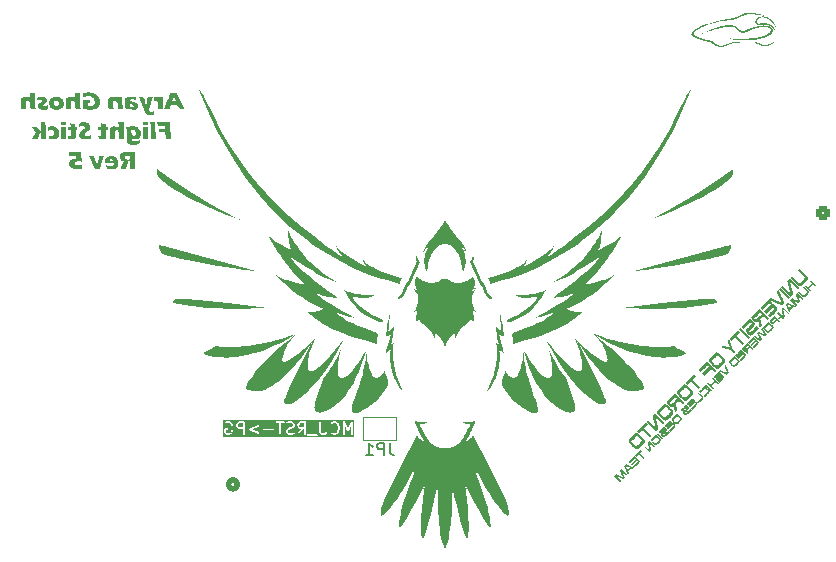
<source format=gbr>
%TF.GenerationSoftware,KiCad,Pcbnew,9.0.3*%
%TF.CreationDate,2025-10-14T09:07:42-04:00*%
%TF.ProjectId,flight_stick,666c6967-6874-45f7-9374-69636b2e6b69,5*%
%TF.SameCoordinates,Original*%
%TF.FileFunction,Legend,Bot*%
%TF.FilePolarity,Positive*%
%FSLAX46Y46*%
G04 Gerber Fmt 4.6, Leading zero omitted, Abs format (unit mm)*
G04 Created by KiCad (PCBNEW 9.0.3) date 2025-10-14 09:07:42*
%MOMM*%
%LPD*%
G01*
G04 APERTURE LIST*
G04 Aperture macros list*
%AMRoundRect*
0 Rectangle with rounded corners*
0 $1 Rounding radius*
0 $2 $3 $4 $5 $6 $7 $8 $9 X,Y pos of 4 corners*
0 Add a 4 corners polygon primitive as box body*
4,1,4,$2,$3,$4,$5,$6,$7,$8,$9,$2,$3,0*
0 Add four circle primitives for the rounded corners*
1,1,$1+$1,$2,$3*
1,1,$1+$1,$4,$5*
1,1,$1+$1,$6,$7*
1,1,$1+$1,$8,$9*
0 Add four rect primitives between the rounded corners*
20,1,$1+$1,$2,$3,$4,$5,0*
20,1,$1+$1,$4,$5,$6,$7,0*
20,1,$1+$1,$6,$7,$8,$9,0*
20,1,$1+$1,$8,$9,$2,$3,0*%
%AMHorizOval*
0 Thick line with rounded ends*
0 $1 width*
0 $2 $3 position (X,Y) of the first rounded end (center of the circle)*
0 $4 $5 position (X,Y) of the second rounded end (center of the circle)*
0 Add line between two ends*
20,1,$1,$2,$3,$4,$5,0*
0 Add two circle primitives to create the rounded ends*
1,1,$1,$2,$3*
1,1,$1,$4,$5*%
%AMRotRect*
0 Rectangle, with rotation*
0 The origin of the aperture is its center*
0 $1 length*
0 $2 width*
0 $3 Rotation angle, in degrees counterclockwise*
0 Add horizontal line*
21,1,$1,$2,0,0,$3*%
%AMFreePoly0*
4,1,6,1.000000,0.000000,0.500000,-0.750000,-0.500000,-0.750000,-0.500000,0.750000,0.500000,0.750000,1.000000,0.000000,1.000000,0.000000,$1*%
%AMFreePoly1*
4,1,6,0.500000,-0.750000,-0.650000,-0.750000,-0.150000,0.000000,-0.650000,0.750000,0.500000,0.750000,0.500000,-0.750000,0.500000,-0.750000,$1*%
G04 Aperture macros list end*
%ADD10C,0.000000*%
%ADD11C,0.150000*%
%ADD12C,0.508000*%
%ADD13C,0.120000*%
%ADD14RotRect,1.000000X1.000000X45.000000*%
%ADD15C,1.000000*%
%ADD16RoundRect,0.250000X0.088388X-0.936916X0.936916X-0.088388X-0.088388X0.936916X-0.936916X0.088388X0*%
%ADD17HorizOval,1.700000X-0.088388X0.088388X0.088388X-0.088388X0*%
%ADD18C,0.650000*%
%ADD19HorizOval,1.000000X-0.388909X-0.388909X0.388909X0.388909X0*%
%ADD20HorizOval,1.000000X-0.212132X-0.212132X0.212132X0.212132X0*%
%ADD21C,3.200000*%
%ADD22RoundRect,0.250000X0.350000X-0.350000X0.350000X0.350000X-0.350000X0.350000X-0.350000X-0.350000X0*%
%ADD23C,1.200000*%
%ADD24R,1.000000X1.000000*%
%ADD25FreePoly0,0.000000*%
%ADD26FreePoly1,0.000000*%
G04 APERTURE END LIST*
D10*
G36*
X-52010460Y31894714D02*
G01*
X-51893539Y31643312D01*
X-51753619Y31368812D01*
X-51588726Y31072156D01*
X-51396885Y30754287D01*
X-51176122Y30416148D01*
X-51054278Y30239772D01*
X-50924462Y30058681D01*
X-50786429Y29872995D01*
X-50639931Y29682829D01*
X-49902485Y27593891D01*
X-49881124Y27528565D01*
X-49863110Y27465010D01*
X-49848429Y27403324D01*
X-49837069Y27343604D01*
X-49829016Y27285948D01*
X-49824258Y27230454D01*
X-49822781Y27177220D01*
X-49824572Y27126343D01*
X-49829618Y27077922D01*
X-49837905Y27032054D01*
X-49849422Y26988837D01*
X-49864154Y26948368D01*
X-49882089Y26910747D01*
X-49903213Y26876069D01*
X-49927514Y26844433D01*
X-49954978Y26815938D01*
X-49985592Y26790679D01*
X-50019344Y26768757D01*
X-50056219Y26750267D01*
X-50096205Y26735309D01*
X-50139289Y26723979D01*
X-50185458Y26716376D01*
X-50234699Y26712597D01*
X-50286997Y26712740D01*
X-50342342Y26716903D01*
X-50400718Y26725184D01*
X-50462114Y26737680D01*
X-50526516Y26754490D01*
X-50593911Y26775710D01*
X-50664286Y26801440D01*
X-50737627Y26831776D01*
X-50813923Y26866816D01*
X-51158598Y27051429D01*
X-51352922Y27174082D01*
X-51559046Y27320664D01*
X-51774825Y27493950D01*
X-51998115Y27696713D01*
X-52226772Y27931728D01*
X-52458652Y28201769D01*
X-52691612Y28509610D01*
X-52923506Y28858025D01*
X-53152191Y29249788D01*
X-53375523Y29687673D01*
X-53591358Y30174454D01*
X-53797552Y30712905D01*
X-53991960Y31305801D01*
X-54172438Y31955915D01*
X-53961387Y31586561D01*
X-53727763Y31209271D01*
X-53587731Y30997092D01*
X-53435574Y30778600D01*
X-53273808Y30560830D01*
X-53104949Y30350816D01*
X-52931511Y30155591D01*
X-52756012Y29982188D01*
X-52668275Y29905869D01*
X-52580966Y29837642D01*
X-52494400Y29778389D01*
X-52408890Y29728987D01*
X-52324752Y29690316D01*
X-52242300Y29663255D01*
X-52161848Y29648683D01*
X-52083710Y29647480D01*
X-52034942Y29655382D01*
X-51991000Y29671274D01*
X-51951722Y29694804D01*
X-51916945Y29725622D01*
X-51886504Y29763376D01*
X-51860236Y29807715D01*
X-51837978Y29858289D01*
X-51819566Y29914747D01*
X-51793626Y30043907D01*
X-51781108Y30192389D01*
X-51780704Y30357384D01*
X-51791106Y30536084D01*
X-51811006Y30725681D01*
X-51839095Y30923366D01*
X-51874066Y31126331D01*
X-51914610Y31331769D01*
X-52007186Y31738827D01*
X-52106357Y32122075D01*
X-52010460Y31894714D01*
G37*
G36*
X-58789948Y37561363D02*
G01*
X-58785668Y37545690D01*
X-58781765Y37529924D01*
X-58778238Y37514072D01*
X-58775090Y37498140D01*
X-58772322Y37482135D01*
X-58769935Y37466065D01*
X-58767932Y37449935D01*
X-58788356Y37441781D01*
X-58808624Y37432903D01*
X-58848645Y37413123D01*
X-58887904Y37390900D01*
X-58926309Y37366536D01*
X-58963771Y37340335D01*
X-59000198Y37312601D01*
X-59035500Y37283637D01*
X-59069585Y37253747D01*
X-59102363Y37223235D01*
X-59133742Y37192403D01*
X-59163633Y37161556D01*
X-59191944Y37130997D01*
X-59218585Y37101030D01*
X-59243464Y37071957D01*
X-59287575Y37017712D01*
X-59288262Y37017674D01*
X-59288950Y37017647D01*
X-59289638Y37017631D01*
X-59290327Y37017625D01*
X-59291015Y37017631D01*
X-59291703Y37017647D01*
X-59292391Y37017674D01*
X-59293078Y37017712D01*
X-59287625Y37038963D01*
X-59269930Y37095566D01*
X-59255867Y37133772D01*
X-59237993Y37176795D01*
X-59216057Y37223292D01*
X-59189811Y37271924D01*
X-59159002Y37321350D01*
X-59141809Y37345941D01*
X-59123382Y37370228D01*
X-59103689Y37394044D01*
X-59082700Y37417219D01*
X-59060382Y37439588D01*
X-59036706Y37460982D01*
X-59011638Y37481234D01*
X-58985149Y37500176D01*
X-58957206Y37517640D01*
X-58927779Y37533460D01*
X-58896837Y37547467D01*
X-58864347Y37559493D01*
X-58830279Y37569372D01*
X-58794602Y37576936D01*
X-58789948Y37561363D01*
G37*
G36*
X-54173104Y31629652D02*
G01*
X-54147148Y31283324D01*
X-54085072Y30814981D01*
X-54036031Y30535462D01*
X-53972611Y30225929D01*
X-53893031Y29886544D01*
X-53795505Y29517471D01*
X-53678253Y29118874D01*
X-53539491Y28690914D01*
X-53377435Y28233755D01*
X-53190305Y27747561D01*
X-53101679Y27505610D01*
X-53041972Y27297192D01*
X-53009445Y27120862D01*
X-53002361Y26975173D01*
X-53018981Y26858682D01*
X-53057568Y26769942D01*
X-53116384Y26707507D01*
X-53193691Y26669933D01*
X-53287751Y26655774D01*
X-53396826Y26663584D01*
X-53519179Y26691919D01*
X-53653071Y26739332D01*
X-53796764Y26804379D01*
X-53948521Y26885614D01*
X-54269275Y27090865D01*
X-54601429Y27343523D01*
X-54931081Y27632025D01*
X-55244326Y27944806D01*
X-55527263Y28270305D01*
X-55653021Y28434209D01*
X-55765988Y28596956D01*
X-55864426Y28757101D01*
X-55946598Y28913198D01*
X-56010765Y29063802D01*
X-56055190Y29207466D01*
X-56078134Y29342747D01*
X-56077861Y29468198D01*
X-56027884Y29570366D01*
X-55980431Y29673676D01*
X-55935523Y29778080D01*
X-55893177Y29883531D01*
X-55853411Y29989982D01*
X-55816243Y30097386D01*
X-55781693Y30205695D01*
X-55749777Y30314863D01*
X-55725751Y30259327D01*
X-55699590Y30203440D01*
X-55671230Y30147671D01*
X-55640611Y30092489D01*
X-55607670Y30038360D01*
X-55572345Y29985754D01*
X-55534575Y29935138D01*
X-55494296Y29886981D01*
X-55451448Y29841751D01*
X-55429041Y29820379D01*
X-55405969Y29799915D01*
X-55382222Y29780417D01*
X-55357795Y29761944D01*
X-55332679Y29744553D01*
X-55306866Y29728303D01*
X-55280348Y29713254D01*
X-55253118Y29699463D01*
X-55225169Y29686989D01*
X-55196491Y29675890D01*
X-55167079Y29666225D01*
X-55136923Y29658053D01*
X-55106016Y29651432D01*
X-55074350Y29646421D01*
X-55017426Y29645564D01*
X-54962532Y29657643D01*
X-54909649Y29681837D01*
X-54858762Y29717320D01*
X-54809851Y29763269D01*
X-54762901Y29818861D01*
X-54717893Y29883272D01*
X-54674812Y29955680D01*
X-54594356Y30121187D01*
X-54521396Y30308796D01*
X-54455794Y30511918D01*
X-54397412Y30723964D01*
X-54346111Y30938346D01*
X-54301755Y31148478D01*
X-54233320Y31529633D01*
X-54173706Y31951047D01*
X-54173104Y31629652D01*
G37*
G36*
X-36658254Y40893318D02*
G01*
X-36652391Y40890760D01*
X-36647298Y40886525D01*
X-36643003Y40880633D01*
X-36636918Y40863974D01*
X-36634363Y40840961D01*
X-36635564Y40811775D01*
X-36640746Y40776594D01*
X-36650135Y40735598D01*
X-36663956Y40688965D01*
X-36682436Y40636875D01*
X-36705800Y40579508D01*
X-36734274Y40517041D01*
X-36768083Y40449656D01*
X-36807454Y40377530D01*
X-36852612Y40300844D01*
X-36903782Y40219775D01*
X-36961191Y40134504D01*
X-37405655Y39995577D01*
X-37918253Y39858078D01*
X-38485797Y39723026D01*
X-39095100Y39591437D01*
X-40386237Y39342720D01*
X-41686170Y39120066D01*
X-42889405Y38931612D01*
X-43890447Y38785497D01*
X-44863974Y38652838D01*
X-40809658Y39786842D01*
X-38031217Y40549206D01*
X-37081858Y40799535D01*
X-36664858Y40894176D01*
X-36658254Y40893318D01*
G37*
G36*
X-69241501Y37001845D02*
G01*
X-69067777Y36934608D01*
X-68878791Y36876322D01*
X-68678582Y36826347D01*
X-68471187Y36784044D01*
X-68260643Y36748773D01*
X-68050989Y36719896D01*
X-67846262Y36696774D01*
X-67467739Y36665233D01*
X-67157373Y36649036D01*
X-66870321Y36642217D01*
X-66922231Y36605054D01*
X-66978103Y36571944D01*
X-67037567Y36542698D01*
X-67100256Y36517126D01*
X-67165802Y36495042D01*
X-67233838Y36476256D01*
X-67375906Y36447827D01*
X-67523518Y36430332D01*
X-67673732Y36422263D01*
X-67823604Y36422115D01*
X-67970193Y36428380D01*
X-68110556Y36439551D01*
X-68241751Y36454122D01*
X-68464865Y36487435D01*
X-68671603Y36528551D01*
X-68634979Y36439268D01*
X-68590417Y36350789D01*
X-68538429Y36263205D01*
X-68479528Y36176608D01*
X-68414227Y36091091D01*
X-68343039Y36006743D01*
X-68266476Y35923658D01*
X-68185052Y35841928D01*
X-68009667Y35682895D01*
X-67820988Y35530380D01*
X-67623115Y35385115D01*
X-67420151Y35247836D01*
X-67216198Y35119275D01*
X-67015356Y35000168D01*
X-66639416Y34793246D01*
X-66325145Y34632942D01*
X-66105358Y34525127D01*
X-66129456Y34485644D01*
X-66150976Y34449373D01*
X-66185501Y34388998D01*
X-66215002Y34334626D01*
X-66411781Y34384692D01*
X-66602120Y34444278D01*
X-66786033Y34512662D01*
X-66963538Y34589122D01*
X-67134649Y34672938D01*
X-67299383Y34763386D01*
X-67457755Y34859745D01*
X-67609782Y34961294D01*
X-67755478Y35067311D01*
X-67894861Y35177073D01*
X-68154748Y35404949D01*
X-68389570Y35639146D01*
X-68599452Y35873892D01*
X-68784522Y36103411D01*
X-68944907Y36321929D01*
X-69080734Y36523673D01*
X-69192129Y36702868D01*
X-69342130Y36970514D01*
X-69395927Y37078673D01*
X-69241501Y37001845D01*
G37*
G36*
X-29417283Y37470242D02*
G01*
X-29503342Y37384180D01*
X-29703527Y37584366D01*
X-30040286Y37247606D01*
X-29840102Y37047421D01*
X-29926162Y36961360D01*
X-30416336Y37451535D01*
X-30330274Y37537593D01*
X-30154413Y37361730D01*
X-29817651Y37698488D01*
X-29993516Y37874353D01*
X-29907454Y37960415D01*
X-29417283Y37470242D01*
G37*
G36*
X-48006267Y33181433D02*
G01*
X-47558546Y32789670D01*
X-47292272Y32565767D01*
X-47023433Y32349331D01*
X-46894077Y32250041D01*
X-46771312Y32159971D01*
X-46657547Y32081574D01*
X-46555192Y32017300D01*
X-46073089Y31531571D01*
X-45594604Y31027600D01*
X-45332212Y30740435D01*
X-45068182Y30441282D01*
X-44812858Y30138741D01*
X-44576585Y29841411D01*
X-44369710Y29557891D01*
X-44202578Y29296781D01*
X-44137148Y29177316D01*
X-44085534Y29066678D01*
X-44049027Y28965942D01*
X-44028923Y28876183D01*
X-44026513Y28798476D01*
X-44043091Y28733895D01*
X-44079950Y28683516D01*
X-44138383Y28648413D01*
X-44350501Y28575793D01*
X-44573541Y28522988D01*
X-44809280Y28495525D01*
X-45059490Y28498930D01*
X-45325947Y28538731D01*
X-45610427Y28620456D01*
X-45759979Y28678766D01*
X-45914703Y28749630D01*
X-46240550Y28931782D01*
X-46589744Y29172438D01*
X-46964058Y29477125D01*
X-47365268Y29851371D01*
X-47795149Y30300703D01*
X-48255475Y30830647D01*
X-48748021Y31446732D01*
X-49274562Y32154483D01*
X-49836872Y32959429D01*
X-49371889Y32528438D01*
X-48914170Y32124603D01*
X-48658915Y31909112D01*
X-48397458Y31697340D01*
X-48138345Y31498860D01*
X-47890123Y31323248D01*
X-47661336Y31180078D01*
X-47556903Y31123652D01*
X-47460533Y31078927D01*
X-47373295Y31047099D01*
X-47296258Y31029367D01*
X-47230489Y31026927D01*
X-47177057Y31040975D01*
X-47155302Y31054557D01*
X-47137031Y31072709D01*
X-47111478Y31123326D01*
X-47101467Y31194022D01*
X-47108066Y31285993D01*
X-47125343Y31387658D01*
X-47146733Y31488440D01*
X-47171935Y31588192D01*
X-47200650Y31686766D01*
X-47232578Y31784014D01*
X-47267417Y31879788D01*
X-47304869Y31973939D01*
X-47344633Y32066321D01*
X-47386409Y32156785D01*
X-47429896Y32245182D01*
X-47474796Y32331366D01*
X-47520807Y32415188D01*
X-47614964Y32575154D01*
X-47709967Y32723896D01*
X-47803414Y32860231D01*
X-47892905Y32982975D01*
X-47976039Y33090944D01*
X-48050416Y33182955D01*
X-48163294Y33314365D01*
X-48212331Y33367734D01*
X-48006267Y33181433D01*
G37*
G36*
X-61637758Y35251818D02*
G01*
X-61618524Y35250748D01*
X-61602306Y35248965D01*
X-61589778Y35246376D01*
X-61585109Y35244750D01*
X-61581616Y35242888D01*
X-61578551Y35240319D01*
X-61575130Y35236626D01*
X-61567334Y35226153D01*
X-61558457Y35212027D01*
X-61548727Y35194810D01*
X-61538372Y35175061D01*
X-61527620Y35153342D01*
X-61505838Y35106231D01*
X-61485208Y35057959D01*
X-61467553Y35013008D01*
X-61460413Y34993179D01*
X-61454701Y34975862D01*
X-61450646Y34961615D01*
X-61448476Y34951001D01*
X-61448333Y34946857D01*
X-61449023Y34943036D01*
X-61450496Y34939531D01*
X-61452703Y34936337D01*
X-61455595Y34933449D01*
X-61459121Y34930861D01*
X-61463234Y34928567D01*
X-61467884Y34926563D01*
X-61473021Y34924842D01*
X-61478596Y34923400D01*
X-61484560Y34922230D01*
X-61490863Y34921328D01*
X-61504291Y34920303D01*
X-61518486Y34920282D01*
X-61533052Y34921221D01*
X-61547597Y34923076D01*
X-61561724Y34925804D01*
X-61575041Y34929361D01*
X-61581271Y34931436D01*
X-61587151Y34933702D01*
X-61592632Y34936154D01*
X-61597662Y34938786D01*
X-61602195Y34941591D01*
X-61606179Y34944566D01*
X-61609566Y34947704D01*
X-61612307Y34951001D01*
X-61617849Y34958447D01*
X-61624716Y34967135D01*
X-61641500Y34987282D01*
X-61660798Y35009543D01*
X-61680754Y35032017D01*
X-61729995Y35086045D01*
X-61750917Y35088135D01*
X-61773148Y35091358D01*
X-61786062Y35093692D01*
X-61799739Y35096575D01*
X-61813853Y35100058D01*
X-61828077Y35104193D01*
X-61842084Y35109030D01*
X-61855547Y35114619D01*
X-61861972Y35117712D01*
X-61868139Y35121012D01*
X-61874006Y35124526D01*
X-61879534Y35128260D01*
X-61884680Y35132220D01*
X-61889404Y35136413D01*
X-61893666Y35140845D01*
X-61897424Y35145522D01*
X-61899743Y35148804D01*
X-61901826Y35152203D01*
X-61903673Y35155709D01*
X-61905281Y35159308D01*
X-61906648Y35162990D01*
X-61907773Y35166740D01*
X-61908655Y35170548D01*
X-61909292Y35174401D01*
X-61909682Y35178286D01*
X-61909823Y35182192D01*
X-61909714Y35186107D01*
X-61909354Y35190017D01*
X-61908740Y35193912D01*
X-61907872Y35197778D01*
X-61906747Y35201603D01*
X-61905363Y35205376D01*
X-61903736Y35209049D01*
X-61901886Y35212582D01*
X-61899824Y35215965D01*
X-61897558Y35219191D01*
X-61895100Y35222253D01*
X-61892457Y35225142D01*
X-61889641Y35227852D01*
X-61886660Y35230375D01*
X-61883524Y35232702D01*
X-61880243Y35234827D01*
X-61876827Y35236741D01*
X-61873285Y35238437D01*
X-61869627Y35239908D01*
X-61865863Y35241145D01*
X-61862002Y35242141D01*
X-61858054Y35242888D01*
X-61819177Y35245865D01*
X-61778680Y35248469D01*
X-61731345Y35250826D01*
X-61682571Y35252190D01*
X-61659332Y35252267D01*
X-61637758Y35251818D01*
G37*
G36*
X-37850784Y31801850D02*
G01*
X-37843754Y31801454D01*
X-37832342Y31800668D01*
X-37821102Y31799398D01*
X-37799131Y31795468D01*
X-37777817Y31789806D01*
X-37757123Y31782554D01*
X-37737027Y31773850D01*
X-37717499Y31763835D01*
X-37698509Y31752647D01*
X-37680033Y31740429D01*
X-37662037Y31727319D01*
X-37644496Y31713455D01*
X-37627380Y31698979D01*
X-37610661Y31684028D01*
X-37578303Y31653272D01*
X-37547191Y31622300D01*
X-37515769Y31590825D01*
X-37462914Y31537893D01*
X-37401735Y31476609D01*
X-37342037Y31416892D01*
X-37316783Y31391607D01*
X-37292357Y31367146D01*
X-37286724Y31361502D01*
X-37275563Y31350286D01*
X-37264733Y31339383D01*
X-37254072Y31328369D01*
X-37243616Y31317200D01*
X-37233417Y31305822D01*
X-37223521Y31294190D01*
X-37213970Y31282252D01*
X-37204812Y31269963D01*
X-37196089Y31257273D01*
X-37193037Y31252467D01*
X-37182048Y31234774D01*
X-37176722Y31225690D01*
X-37171557Y31216457D01*
X-37166584Y31207082D01*
X-37161844Y31197568D01*
X-37157365Y31187929D01*
X-37153182Y31178164D01*
X-37149334Y31168289D01*
X-37145852Y31158300D01*
X-37142772Y31148211D01*
X-37140131Y31138029D01*
X-37137960Y31127759D01*
X-37136296Y31117407D01*
X-37135173Y31106981D01*
X-37134622Y31096490D01*
X-37134689Y31088646D01*
X-37134697Y31080161D01*
X-37135742Y31063593D01*
X-37137965Y31047666D01*
X-37141294Y31032346D01*
X-37145657Y31017584D01*
X-37150985Y31003339D01*
X-37157207Y30989574D01*
X-37164249Y30976242D01*
X-37172044Y30963301D01*
X-37180521Y30950712D01*
X-37189607Y30938430D01*
X-37199232Y30926411D01*
X-37209327Y30914619D01*
X-37230636Y30891534D01*
X-37252973Y30868840D01*
X-37264249Y30857568D01*
X-37295160Y30826638D01*
X-37328040Y30793765D01*
X-37383260Y30738556D01*
X-37447297Y30674525D01*
X-37502861Y30618940D01*
X-37535974Y30585829D01*
X-37567445Y30554360D01*
X-37579150Y30542676D01*
X-37597112Y30524763D01*
X-37615268Y30507079D01*
X-37624479Y30498382D01*
X-37633809Y30489807D01*
X-37643283Y30481382D01*
X-37652924Y30473127D01*
X-37661464Y30466996D01*
X-37670250Y30461056D01*
X-37679263Y30455343D01*
X-37688498Y30449896D01*
X-37697936Y30444761D01*
X-37707559Y30439969D01*
X-37717360Y30435563D01*
X-37727319Y30431587D01*
X-37737426Y30428074D01*
X-37747667Y30425067D01*
X-37758023Y30422608D01*
X-37768486Y30420733D01*
X-37779038Y30419480D01*
X-37789664Y30418893D01*
X-37800356Y30419012D01*
X-37805719Y30419345D01*
X-37811094Y30419872D01*
X-37817563Y30420740D01*
X-37827418Y30421641D01*
X-37837149Y30422963D01*
X-37846762Y30424681D01*
X-37856255Y30426780D01*
X-37865633Y30429243D01*
X-37874902Y30432048D01*
X-37884059Y30435179D01*
X-37893109Y30438620D01*
X-37902057Y30442347D01*
X-37910898Y30446345D01*
X-37919644Y30450597D01*
X-37928291Y30455084D01*
X-37936846Y30459785D01*
X-37945311Y30464685D01*
X-37961975Y30475003D01*
X-37969104Y30479674D01*
X-37985451Y30490366D01*
X-37998877Y30499546D01*
X-38011063Y30508692D01*
X-38023674Y30519277D01*
X-38038384Y30532777D01*
X-38056870Y30550661D01*
X-38111850Y30605498D01*
X-38140909Y30634567D01*
X-38189821Y30683498D01*
X-38246381Y30740072D01*
X-38295613Y30789265D01*
X-38324936Y30818597D01*
X-38358816Y30852288D01*
X-38375606Y30869293D01*
X-38392102Y30886562D01*
X-38408158Y30904210D01*
X-38423638Y30922353D01*
X-38431115Y30931646D01*
X-38438393Y30941110D01*
X-38445453Y30950753D01*
X-38452281Y30960594D01*
X-38456470Y30967039D01*
X-38463006Y30977248D01*
X-38469254Y30987517D01*
X-38475199Y30997847D01*
X-38480823Y31008261D01*
X-38486113Y31018766D01*
X-38491048Y31029367D01*
X-38495619Y31040081D01*
X-38499801Y31050922D01*
X-38501721Y31056493D01*
X-38274645Y31056493D01*
X-38273805Y31050490D01*
X-38272586Y31044709D01*
X-38271008Y31039133D01*
X-38269095Y31033750D01*
X-38266868Y31028547D01*
X-38264350Y31023508D01*
X-38261564Y31018619D01*
X-38258534Y31013866D01*
X-38255281Y31009234D01*
X-38251830Y31004716D01*
X-38248200Y31000290D01*
X-38244415Y30995946D01*
X-38236476Y30987447D01*
X-38228192Y30979106D01*
X-38223514Y30974466D01*
X-38218856Y30969804D01*
X-38206117Y30957007D01*
X-38193334Y30944255D01*
X-38166168Y30917153D01*
X-38120595Y30871663D01*
X-38067666Y30818846D01*
X-38016264Y30767448D01*
X-37994477Y30745693D01*
X-37968455Y30719717D01*
X-37958793Y30710131D01*
X-37949691Y30701033D01*
X-37940623Y30692371D01*
X-37936037Y30688277D01*
X-37931386Y30684374D01*
X-37926639Y30680692D01*
X-37921779Y30677258D01*
X-37916771Y30674104D01*
X-37911594Y30671251D01*
X-37906223Y30668730D01*
X-37900632Y30666572D01*
X-37894797Y30664798D01*
X-37891778Y30664067D01*
X-37888688Y30663443D01*
X-37885526Y30662928D01*
X-37882287Y30662526D01*
X-37878966Y30662247D01*
X-37875560Y30662086D01*
X-37858408Y30667006D01*
X-37851319Y30669152D01*
X-37845051Y30671197D01*
X-37839464Y30673218D01*
X-37834431Y30675298D01*
X-37829820Y30677516D01*
X-37825497Y30679955D01*
X-37821331Y30682693D01*
X-37817188Y30685810D01*
X-37812939Y30689388D01*
X-37808452Y30693508D01*
X-37803594Y30698252D01*
X-37798232Y30703694D01*
X-37785469Y30717010D01*
X-37773451Y30729044D01*
X-37740548Y30761891D01*
X-37705596Y30796862D01*
X-37639463Y30863040D01*
X-37582642Y30919875D01*
X-37519800Y30982648D01*
X-37484649Y31017816D01*
X-37451130Y31051326D01*
X-37438764Y31063754D01*
X-37417405Y31084874D01*
X-37412195Y31090297D01*
X-37407138Y31095821D01*
X-37402282Y31101469D01*
X-37397679Y31107264D01*
X-37393381Y31113230D01*
X-37389437Y31119385D01*
X-37385898Y31125754D01*
X-37382814Y31132363D01*
X-37381457Y31135762D01*
X-37380232Y31139230D01*
X-37379150Y31142769D01*
X-37378209Y31146378D01*
X-37377424Y31150066D01*
X-37376794Y31153832D01*
X-37376328Y31157680D01*
X-37376034Y31161612D01*
X-37376217Y31164994D01*
X-37376546Y31168325D01*
X-37377624Y31174830D01*
X-37379227Y31181139D01*
X-37381308Y31187257D01*
X-37383828Y31193195D01*
X-37386745Y31198967D01*
X-37390019Y31204574D01*
X-37393610Y31210033D01*
X-37397472Y31215345D01*
X-37401566Y31220525D01*
X-37405849Y31225578D01*
X-37410280Y31230518D01*
X-37419420Y31240084D01*
X-37428654Y31249297D01*
X-37433096Y31253698D01*
X-37437524Y31258117D01*
X-37449648Y31270255D01*
X-37461807Y31282362D01*
X-37487610Y31308072D01*
X-37530887Y31351225D01*
X-37586746Y31406892D01*
X-37635253Y31455302D01*
X-37650733Y31470736D01*
X-37675469Y31495385D01*
X-37684609Y31504468D01*
X-37697279Y31517093D01*
X-37701142Y31520923D01*
X-37708337Y31527850D01*
X-37712036Y31531206D01*
X-37715809Y31534472D01*
X-37719661Y31537625D01*
X-37723595Y31540646D01*
X-37727618Y31543524D01*
X-37731733Y31546238D01*
X-37735949Y31548770D01*
X-37740262Y31551106D01*
X-37744686Y31553224D01*
X-37749219Y31555110D01*
X-37753870Y31556749D01*
X-37758643Y31558115D01*
X-37763539Y31559198D01*
X-37768569Y31559979D01*
X-37787214Y31555324D01*
X-37794917Y31553278D01*
X-37801731Y31551306D01*
X-37807803Y31549326D01*
X-37813274Y31547257D01*
X-37818282Y31545019D01*
X-37822978Y31542519D01*
X-37827500Y31539685D01*
X-37831991Y31536427D01*
X-37836601Y31532663D01*
X-37841466Y31528312D01*
X-37846735Y31523294D01*
X-37852545Y31517519D01*
X-37866373Y31503384D01*
X-37878348Y31491377D01*
X-37911127Y31458610D01*
X-37945941Y31423741D01*
X-38008052Y31361539D01*
X-38068406Y31301091D01*
X-38138093Y31231388D01*
X-38166014Y31203435D01*
X-38199401Y31170003D01*
X-38211713Y31157632D01*
X-38228827Y31140510D01*
X-38234016Y31135277D01*
X-38238790Y31130549D01*
X-38242620Y31126571D01*
X-38246306Y31122553D01*
X-38249831Y31118480D01*
X-38253183Y31114343D01*
X-38256343Y31110135D01*
X-38259303Y31105845D01*
X-38262049Y31101468D01*
X-38264557Y31096990D01*
X-38266825Y31092406D01*
X-38268831Y31087700D01*
X-38270568Y31082871D01*
X-38272014Y31077903D01*
X-38273160Y31072792D01*
X-38273988Y31067525D01*
X-38274488Y31062094D01*
X-38274645Y31056493D01*
X-38501721Y31056493D01*
X-38503583Y31061894D01*
X-38506948Y31073010D01*
X-38509875Y31084287D01*
X-38512355Y31095730D01*
X-38514368Y31107351D01*
X-38515895Y31119164D01*
X-38516923Y31131174D01*
X-38517435Y31143398D01*
X-38516431Y31157174D01*
X-38514571Y31170565D01*
X-38511897Y31183587D01*
X-38508456Y31196255D01*
X-38504284Y31208583D01*
X-38499425Y31220583D01*
X-38493920Y31232273D01*
X-38487811Y31243669D01*
X-38481136Y31254783D01*
X-38473944Y31265631D01*
X-38466272Y31276227D01*
X-38458162Y31286585D01*
X-38449658Y31296724D01*
X-38440795Y31306652D01*
X-38431621Y31316389D01*
X-38422176Y31325946D01*
X-38415613Y31332461D01*
X-38409072Y31338995D01*
X-38373204Y31374847D01*
X-38335074Y31412876D01*
X-38267004Y31480794D01*
X-38200925Y31546700D01*
X-38196806Y31550821D01*
X-38192692Y31554936D01*
X-38116894Y31630637D01*
X-38090238Y31657251D01*
X-38057481Y31689919D01*
X-38043956Y31703368D01*
X-38028247Y31719222D01*
X-38020346Y31727084D01*
X-38012328Y31734809D01*
X-38004127Y31742323D01*
X-37995681Y31749549D01*
X-37991344Y31753034D01*
X-37986923Y31756422D01*
X-37982408Y31759700D01*
X-37977791Y31762864D01*
X-37972845Y31765909D01*
X-37966029Y31770000D01*
X-37959045Y31773902D01*
X-37951903Y31777607D01*
X-37944624Y31781102D01*
X-37937212Y31784373D01*
X-37929683Y31787406D01*
X-37922054Y31790189D01*
X-37914331Y31792707D01*
X-37906530Y31794952D01*
X-37898663Y31796908D01*
X-37890741Y31798561D01*
X-37882781Y31799900D01*
X-37874792Y31800911D01*
X-37866789Y31801583D01*
X-37858783Y31801899D01*
X-37850784Y31801850D01*
G37*
G36*
X-30608764Y38661913D02*
G01*
X-30580073Y38633238D01*
X-30574296Y38627462D01*
X-30481578Y38534819D01*
X-30386107Y38439420D01*
X-30327269Y38380625D01*
X-30286576Y38339960D01*
X-30263062Y38316454D01*
X-30241300Y38294722D01*
X-30233335Y38286746D01*
X-30214642Y38267528D01*
X-30205439Y38257521D01*
X-30196411Y38247244D01*
X-30187621Y38236703D01*
X-30179123Y38225895D01*
X-30170982Y38214821D01*
X-30163258Y38203483D01*
X-30156003Y38191880D01*
X-30149289Y38180013D01*
X-30143169Y38167881D01*
X-30137703Y38155489D01*
X-30132952Y38142832D01*
X-30128976Y38129913D01*
X-30125832Y38116732D01*
X-30123585Y38103288D01*
X-30122890Y38093383D01*
X-30122625Y38083600D01*
X-30122793Y38073943D01*
X-30123395Y38064409D01*
X-30124439Y38055004D01*
X-30125925Y38045729D01*
X-30127857Y38036588D01*
X-30130236Y38027577D01*
X-30133069Y38018708D01*
X-30136355Y38009978D01*
X-30140099Y38001387D01*
X-30144304Y37992945D01*
X-30148972Y37984646D01*
X-30154108Y37976495D01*
X-30159714Y37968494D01*
X-30165789Y37960647D01*
X-30170103Y37955484D01*
X-30177092Y37947235D01*
X-30184212Y37939124D01*
X-30191442Y37931134D01*
X-30198780Y37923246D01*
X-30213720Y37907710D01*
X-30228938Y37892378D01*
X-30241764Y37879560D01*
X-30276943Y37844345D01*
X-30303006Y37818305D01*
X-30306775Y37814532D01*
X-30314365Y37806936D01*
X-30385312Y37736021D01*
X-30446090Y37675252D01*
X-30517217Y37604080D01*
X-30524847Y37596459D01*
X-30528638Y37592671D01*
X-30551082Y37570221D01*
X-30586891Y37534410D01*
X-30600227Y37521112D01*
X-30615775Y37505561D01*
X-30631471Y37490193D01*
X-30639426Y37482629D01*
X-30647487Y37475175D01*
X-30655673Y37467844D01*
X-30664005Y37460659D01*
X-30669623Y37455990D01*
X-30674425Y37452085D01*
X-30679275Y37448328D01*
X-30684178Y37444718D01*
X-30689139Y37441259D01*
X-30694158Y37437950D01*
X-30699245Y37434790D01*
X-30704399Y37431779D01*
X-30709628Y37428919D01*
X-30714937Y37426208D01*
X-30720326Y37423648D01*
X-30725806Y37421241D01*
X-30731375Y37418984D01*
X-30737040Y37416879D01*
X-30742805Y37414927D01*
X-30748676Y37413126D01*
X-30754655Y37411478D01*
X-30764440Y37409555D01*
X-30774223Y37408245D01*
X-30783989Y37407526D01*
X-30793728Y37407373D01*
X-30803432Y37407766D01*
X-30813083Y37408680D01*
X-30822677Y37410087D01*
X-30832193Y37411972D01*
X-30841629Y37414306D01*
X-30850969Y37417065D01*
X-30860200Y37420228D01*
X-30869314Y37423771D01*
X-30878298Y37427673D01*
X-30887140Y37431904D01*
X-30895830Y37436447D01*
X-30904355Y37441278D01*
X-30910484Y37444985D01*
X-30924609Y37453520D01*
X-30936142Y37460856D01*
X-30946460Y37468179D01*
X-30956941Y37476672D01*
X-30968963Y37487512D01*
X-30983904Y37501891D01*
X-31028052Y37545991D01*
X-31051154Y37569136D01*
X-31091291Y37609313D01*
X-31149696Y37667823D01*
X-31244471Y37762725D01*
X-31336724Y37855139D01*
X-31342491Y37860913D01*
X-31371172Y37889623D01*
X-31613703Y38132536D01*
X-31484613Y38261626D01*
X-31259910Y38037756D01*
X-31232810Y38010782D01*
X-31227352Y38005350D01*
X-31139769Y37918080D01*
X-31049588Y37828255D01*
X-30994008Y37772885D01*
X-30955567Y37734592D01*
X-30933359Y37712497D01*
X-30923097Y37702227D01*
X-30912802Y37691993D01*
X-30905280Y37684546D01*
X-30896142Y37675073D01*
X-30891464Y37670441D01*
X-30889061Y37668229D01*
X-30886602Y37666115D01*
X-30884071Y37664126D01*
X-30881461Y37662275D01*
X-30878758Y37660593D01*
X-30875953Y37659101D01*
X-30873032Y37657818D01*
X-30871526Y37657264D01*
X-30869986Y37656770D01*
X-30868414Y37656340D01*
X-30866806Y37655974D01*
X-30865162Y37655682D01*
X-30863477Y37655460D01*
X-30860841Y37656156D01*
X-30858334Y37656931D01*
X-30855941Y37657786D01*
X-30853655Y37658718D01*
X-30851461Y37659727D01*
X-30849346Y37660819D01*
X-30847305Y37661990D01*
X-30845319Y37663237D01*
X-30843382Y37664566D01*
X-30841479Y37665973D01*
X-30839599Y37667460D01*
X-30837730Y37669031D01*
X-30835861Y37670677D01*
X-30833981Y37672407D01*
X-30830138Y37676108D01*
X-30824800Y37681536D01*
X-30815595Y37690702D01*
X-30806423Y37699900D01*
X-30792989Y37713383D01*
X-30756343Y37750067D01*
X-30717404Y37789101D01*
X-30648030Y37858612D01*
X-30580489Y37926322D01*
X-30576275Y37930538D01*
X-30567864Y37938953D01*
X-30563672Y37943151D01*
X-30559489Y37947334D01*
X-30494801Y38012119D01*
X-30471447Y38035514D01*
X-30434057Y38072994D01*
X-30420322Y38086787D01*
X-30401115Y38106036D01*
X-30395353Y38111832D01*
X-30389925Y38117250D01*
X-30384989Y38122228D01*
X-30382405Y38124905D01*
X-30381185Y38126238D01*
X-30380014Y38127579D01*
X-30378888Y38128924D01*
X-30377810Y38130286D01*
X-30376776Y38131664D01*
X-30375787Y38133067D01*
X-30374844Y38134501D01*
X-30373946Y38135965D01*
X-30373092Y38137473D01*
X-30372278Y38139019D01*
X-30371509Y38140617D01*
X-30370781Y38142266D01*
X-30370094Y38143975D01*
X-30369447Y38145749D01*
X-30372026Y38154837D01*
X-30373147Y38158598D01*
X-30374214Y38161925D01*
X-30375269Y38164893D01*
X-30376347Y38167574D01*
X-30377494Y38170034D01*
X-30378753Y38172350D01*
X-30380164Y38174590D01*
X-30381766Y38176824D01*
X-30383605Y38179125D01*
X-30385718Y38181559D01*
X-30388147Y38184203D01*
X-30390938Y38187125D01*
X-30397760Y38194085D01*
X-30404654Y38200922D01*
X-30416318Y38212689D01*
X-30428016Y38224421D01*
X-30449573Y38246051D01*
X-30486918Y38283567D01*
X-30541402Y38338241D01*
X-30629674Y38426882D01*
X-30715723Y38513235D01*
X-30721090Y38518625D01*
X-30747771Y38545435D01*
X-30919596Y38717948D01*
X-30973859Y38772377D01*
X-30846638Y38899599D01*
X-30608764Y38661913D01*
G37*
G36*
X-31742793Y35144728D02*
G01*
X-31826983Y35060539D01*
X-32201161Y35434717D01*
X-32210515Y35421623D01*
X-32211989Y35418794D01*
X-32213332Y35415956D01*
X-32214547Y35413111D01*
X-32215635Y35410255D01*
X-32216604Y35407389D01*
X-32217459Y35404517D01*
X-32218833Y35398742D01*
X-32219796Y35392940D01*
X-32220375Y35387106D01*
X-32220605Y35381251D01*
X-32220519Y35375372D01*
X-32220145Y35369476D01*
X-32219522Y35363563D01*
X-32218678Y35357637D01*
X-32217649Y35351701D01*
X-32216469Y35345760D01*
X-32215165Y35339811D01*
X-32212325Y35327916D01*
X-32208354Y35311707D01*
X-32198103Y35269715D01*
X-32190323Y35237867D01*
X-32182672Y35205986D01*
X-32170678Y35155735D01*
X-32158519Y35105521D01*
X-32152352Y35080234D01*
X-32150318Y35071861D01*
X-32146202Y35054926D01*
X-32133708Y35003748D01*
X-32119332Y34944946D01*
X-32116972Y34935191D01*
X-32111888Y34914788D01*
X-32109399Y34904530D01*
X-32107091Y34894230D01*
X-32105063Y34883885D01*
X-32104190Y34878694D01*
X-32103427Y34873494D01*
X-32102790Y34868280D01*
X-32102290Y34863052D01*
X-32101936Y34857810D01*
X-32101749Y34852555D01*
X-32102831Y34829433D01*
X-32103791Y34819553D01*
X-32105307Y34810391D01*
X-32107575Y34801650D01*
X-32110801Y34793026D01*
X-32115188Y34784222D01*
X-32120940Y34774931D01*
X-32128258Y34764858D01*
X-32137349Y34753697D01*
X-32148410Y34741149D01*
X-32161654Y34726913D01*
X-32195478Y34692175D01*
X-32240450Y34647074D01*
X-32730622Y35137246D01*
X-32646434Y35221434D01*
X-32270384Y34845387D01*
X-32264763Y34854803D01*
X-32262390Y34859007D01*
X-32261305Y34861055D01*
X-32260284Y34863095D01*
X-32259326Y34865139D01*
X-32258429Y34867217D01*
X-32257588Y34869344D01*
X-32256801Y34871540D01*
X-32256069Y34873825D01*
X-32255389Y34876222D01*
X-32254754Y34878748D01*
X-32254167Y34881423D01*
X-32253197Y34887834D01*
X-32252697Y34891412D01*
X-32252347Y34894957D01*
X-32252141Y34898477D01*
X-32252066Y34901969D01*
X-32252115Y34905443D01*
X-32252277Y34908896D01*
X-32252544Y34912338D01*
X-32252912Y34915770D01*
X-32253366Y34919194D01*
X-32253900Y34922615D01*
X-32255168Y34929462D01*
X-32256650Y34936344D01*
X-32258272Y34943284D01*
X-32262231Y34959625D01*
X-32264309Y34968288D01*
X-32269267Y34988961D01*
X-32274155Y35009648D01*
X-32277871Y35025483D01*
X-32285293Y35057024D01*
X-32307802Y35152214D01*
X-32324641Y35223307D01*
X-32336752Y35274486D01*
X-32348634Y35324405D01*
X-32350833Y35333688D01*
X-32356816Y35359027D01*
X-32359611Y35371660D01*
X-32362148Y35384312D01*
X-32364333Y35397016D01*
X-32365266Y35403398D01*
X-32366076Y35409804D01*
X-32366748Y35416244D01*
X-32367276Y35422710D01*
X-32367645Y35429219D01*
X-32367845Y35435769D01*
X-32367449Y35457376D01*
X-32366770Y35466634D01*
X-32365509Y35475253D01*
X-32363468Y35483522D01*
X-32360446Y35491734D01*
X-32356251Y35500181D01*
X-32350680Y35509155D01*
X-32343540Y35518948D01*
X-32334630Y35529850D01*
X-32323753Y35542154D01*
X-32310715Y35556149D01*
X-32277353Y35590390D01*
X-32232968Y35634901D01*
X-31742793Y35144728D01*
G37*
G36*
X-30312175Y37261685D02*
G01*
X-30240601Y37190277D01*
X-30177748Y37127586D01*
X-30144534Y37094432D01*
X-30112789Y37062778D01*
X-30101058Y37051047D01*
X-30086674Y37036529D01*
X-30079652Y37029150D01*
X-30072807Y37021657D01*
X-30066187Y37014032D01*
X-30059844Y37006251D01*
X-30053826Y36998287D01*
X-30048183Y36990122D01*
X-30042962Y36981726D01*
X-30038213Y36973085D01*
X-30033987Y36964171D01*
X-30030333Y36954959D01*
X-30027295Y36945432D01*
X-30024929Y36935560D01*
X-30024010Y36930491D01*
X-30023278Y36925326D01*
X-30022739Y36920063D01*
X-30022397Y36914707D01*
X-30023047Y36906175D01*
X-30024283Y36897878D01*
X-30026071Y36889802D01*
X-30028381Y36881938D01*
X-30031175Y36874283D01*
X-30034417Y36866830D01*
X-30038077Y36859565D01*
X-30042117Y36852487D01*
X-30046503Y36845586D01*
X-30051201Y36838852D01*
X-30056176Y36832283D01*
X-30061393Y36825867D01*
X-30066818Y36819596D01*
X-30072417Y36813468D01*
X-30083993Y36801595D01*
X-30088827Y36796799D01*
X-30093640Y36791984D01*
X-30106829Y36778735D01*
X-30120060Y36765538D01*
X-30148182Y36737478D01*
X-30195413Y36690332D01*
X-30250184Y36635672D01*
X-30303440Y36582421D01*
X-30326005Y36559887D01*
X-30352919Y36533014D01*
X-30362945Y36523066D01*
X-30376033Y36509981D01*
X-30382652Y36503512D01*
X-30389353Y36497132D01*
X-30394448Y36492684D01*
X-30399682Y36488414D01*
X-30405053Y36484342D01*
X-30410559Y36480480D01*
X-30416196Y36476851D01*
X-30421962Y36473474D01*
X-30427846Y36470365D01*
X-30433856Y36467539D01*
X-30439981Y36465020D01*
X-30446218Y36462821D01*
X-30452567Y36460961D01*
X-30459022Y36459460D01*
X-30465579Y36458335D01*
X-30472238Y36457604D01*
X-30478993Y36457286D01*
X-30485844Y36457398D01*
X-30493041Y36458091D01*
X-30498487Y36458727D01*
X-30503869Y36459601D01*
X-30509177Y36460705D01*
X-30514417Y36462030D01*
X-30519587Y36463568D01*
X-30524685Y36465307D01*
X-30529711Y36467246D01*
X-30534662Y36469368D01*
X-30539540Y36471669D01*
X-30544343Y36474143D01*
X-30549067Y36476776D01*
X-30553718Y36479560D01*
X-30558291Y36482492D01*
X-30562784Y36485559D01*
X-30567198Y36488750D01*
X-30571532Y36492061D01*
X-30575993Y36495668D01*
X-30583080Y36501507D01*
X-30590028Y36507471D01*
X-30596854Y36513550D01*
X-30603578Y36519732D01*
X-30610215Y36526011D01*
X-30616784Y36532372D01*
X-30629787Y36545302D01*
X-30640583Y36556143D01*
X-30670233Y36585848D01*
X-30701635Y36617340D01*
X-30761027Y36676869D01*
X-30829114Y36745135D01*
X-30975731Y36892137D01*
X-30887799Y36980069D01*
X-30751403Y36844694D01*
X-30685099Y36778904D01*
X-30626855Y36721100D01*
X-30596100Y36690599D01*
X-30566672Y36661377D01*
X-30555828Y36650648D01*
X-30540712Y36635618D01*
X-30536151Y36631122D01*
X-30533287Y36628233D01*
X-30530596Y36625583D01*
X-30529278Y36624352D01*
X-30527963Y36623185D01*
X-30526636Y36622080D01*
X-30525279Y36621040D01*
X-30523881Y36620069D01*
X-30522428Y36619168D01*
X-30520906Y36618335D01*
X-30519301Y36617570D01*
X-30517595Y36616878D01*
X-30515778Y36616261D01*
X-30513833Y36615717D01*
X-30511751Y36615246D01*
X-30508468Y36616828D01*
X-30505331Y36618465D01*
X-30502313Y36620176D01*
X-30499391Y36621978D01*
X-30496537Y36623888D01*
X-30493728Y36625922D01*
X-30490937Y36628097D01*
X-30488139Y36630433D01*
X-30481458Y36637106D01*
X-30475521Y36642999D01*
X-30469606Y36648916D01*
X-30460965Y36657566D01*
X-30437346Y36681148D01*
X-30412246Y36706260D01*
X-30370176Y36748348D01*
X-30321243Y36797296D01*
X-30278850Y36839649D01*
X-30253614Y36864894D01*
X-30229539Y36888966D01*
X-30220658Y36897886D01*
X-30209304Y36908974D01*
X-30203678Y36914595D01*
X-30198238Y36920364D01*
X-30195623Y36923326D01*
X-30193099Y36926353D01*
X-30190675Y36929457D01*
X-30188368Y36932642D01*
X-30186194Y36935918D01*
X-30184168Y36939295D01*
X-30182298Y36942785D01*
X-30180602Y36946394D01*
X-30182006Y36950552D01*
X-30182607Y36952271D01*
X-30183172Y36953796D01*
X-30183719Y36955157D01*
X-30184270Y36956385D01*
X-30184842Y36957512D01*
X-30185453Y36958578D01*
X-30186131Y36959608D01*
X-30186886Y36960636D01*
X-30187747Y36961698D01*
X-30188728Y36962824D01*
X-30189852Y36964046D01*
X-30191138Y36965396D01*
X-30194279Y36968615D01*
X-30198503Y36972820D01*
X-30205606Y36980013D01*
X-30212730Y36987185D01*
X-30223189Y36997706D01*
X-30251612Y37026370D01*
X-30281839Y37056824D01*
X-30338896Y37114335D01*
X-30404383Y37180323D01*
X-30512339Y37289130D01*
X-30545427Y37322442D01*
X-30459366Y37408502D01*
X-30312175Y37261685D01*
G37*
G36*
X-34042114Y35326206D02*
G01*
X-33419108Y34703201D01*
X-33546329Y34575979D01*
X-33871864Y34901513D01*
X-34016389Y34757457D01*
X-34048498Y34725640D01*
X-34080501Y34693719D01*
X-34091391Y34682738D01*
X-34102354Y34671826D01*
X-34114092Y34660278D01*
X-34119929Y34654467D01*
X-34125729Y34648624D01*
X-34130050Y34644228D01*
X-34134381Y34639846D01*
X-34141583Y34632876D01*
X-34145068Y34629356D01*
X-34148431Y34625753D01*
X-34150059Y34623909D01*
X-34151638Y34622025D01*
X-34153172Y34620101D01*
X-34154652Y34618128D01*
X-34156081Y34616104D01*
X-34157445Y34614021D01*
X-34158747Y34611873D01*
X-34159980Y34609654D01*
X-34159954Y34608018D01*
X-34159894Y34606436D01*
X-34159796Y34604897D01*
X-34159661Y34603394D01*
X-34159491Y34601928D01*
X-34159285Y34600484D01*
X-34159041Y34599062D01*
X-34158764Y34597654D01*
X-34158449Y34596251D01*
X-34158098Y34594851D01*
X-34157712Y34593443D01*
X-34157290Y34592022D01*
X-34156337Y34589123D01*
X-34155243Y34586098D01*
X-34154333Y34583975D01*
X-34153621Y34582269D01*
X-34153052Y34580798D01*
X-34152804Y34580096D01*
X-34152569Y34579382D01*
X-34152115Y34577838D01*
X-34151628Y34575987D01*
X-34151055Y34573647D01*
X-34150337Y34570636D01*
X-34148608Y34563073D01*
X-34146613Y34554383D01*
X-34138312Y34518264D01*
X-34129897Y34482174D01*
X-34128058Y34474368D01*
X-34122521Y34450907D01*
X-34111004Y34402018D01*
X-34099631Y34353097D01*
X-34089677Y34310169D01*
X-34079531Y34267285D01*
X-34070493Y34229127D01*
X-34061641Y34190928D01*
X-34059855Y34183060D01*
X-34058010Y34174990D01*
X-34057327Y34171386D01*
X-34056613Y34167921D01*
X-34055834Y34164556D01*
X-34054963Y34161266D01*
X-34054482Y34159637D01*
X-34053969Y34158013D01*
X-34053415Y34156393D01*
X-34052818Y34154769D01*
X-34052177Y34153142D01*
X-34051483Y34151506D01*
X-34050737Y34149855D01*
X-34049931Y34148188D01*
X-34046764Y34141876D01*
X-34045279Y34138738D01*
X-34043862Y34135601D01*
X-34042521Y34132465D01*
X-34041263Y34129317D01*
X-34040089Y34126158D01*
X-34039008Y34122974D01*
X-34038026Y34119764D01*
X-34037145Y34116519D01*
X-34036370Y34113238D01*
X-34035710Y34109910D01*
X-34035166Y34106531D01*
X-34034746Y34103095D01*
X-34034453Y34099595D01*
X-34034296Y34096025D01*
X-34036310Y34087202D01*
X-34037396Y34083386D01*
X-34038682Y34079789D01*
X-34040281Y34076277D01*
X-34042307Y34072723D01*
X-34044864Y34068988D01*
X-34048070Y34064942D01*
X-34052035Y34060451D01*
X-34056868Y34055386D01*
X-34069587Y34042992D01*
X-34087124Y34026700D01*
X-34110367Y34005448D01*
X-34118531Y33997956D01*
X-34126631Y33990401D01*
X-34142703Y33975146D01*
X-34159970Y33958687D01*
X-34177338Y33942340D01*
X-34194804Y33926093D01*
X-34212365Y33909943D01*
X-34217978Y33915557D01*
X-34219626Y33923682D01*
X-34220473Y33927743D01*
X-34221339Y33931798D01*
X-34223123Y33939908D01*
X-34225144Y33949109D01*
X-34228457Y33964181D01*
X-34231944Y33980035D01*
X-34238886Y34011654D01*
X-34259170Y34103741D01*
X-34281053Y34202877D01*
X-34291647Y34251166D01*
X-34295851Y34270321D01*
X-34297957Y34279912D01*
X-34334563Y34446678D01*
X-34335843Y34452504D01*
X-34355090Y34434220D01*
X-34363089Y34426661D01*
X-34374568Y34415780D01*
X-34386144Y34404998D01*
X-34392962Y34399190D01*
X-34399985Y34393557D01*
X-34407210Y34388137D01*
X-34414624Y34382960D01*
X-34422225Y34378052D01*
X-34430002Y34373448D01*
X-34437946Y34369178D01*
X-34446055Y34365274D01*
X-34454319Y34361762D01*
X-34462729Y34358682D01*
X-34471283Y34356058D01*
X-34479968Y34353924D01*
X-34488781Y34352308D01*
X-34497712Y34351244D01*
X-34506754Y34350760D01*
X-34515900Y34350888D01*
X-34522932Y34351473D01*
X-34531821Y34352125D01*
X-34540587Y34353161D01*
X-34557756Y34356333D01*
X-34574453Y34360872D01*
X-34590696Y34366669D01*
X-34606501Y34373611D01*
X-34621881Y34381582D01*
X-34636856Y34390470D01*
X-34651437Y34400166D01*
X-34665641Y34410550D01*
X-34679488Y34421514D01*
X-34692988Y34432944D01*
X-34706162Y34444728D01*
X-34731584Y34468898D01*
X-34755884Y34493121D01*
X-34767474Y34504780D01*
X-34779113Y34516389D01*
X-34803676Y34540953D01*
X-34828028Y34566438D01*
X-34839859Y34579584D01*
X-34851312Y34593039D01*
X-34862284Y34606825D01*
X-34872661Y34620965D01*
X-34882339Y34635487D01*
X-34891211Y34650419D01*
X-34899166Y34665780D01*
X-34901626Y34671395D01*
X-34678216Y34671395D01*
X-34677403Y34668794D01*
X-34676545Y34666314D01*
X-34675637Y34663946D01*
X-34674674Y34661675D01*
X-34673655Y34659496D01*
X-34672574Y34657390D01*
X-34671428Y34655352D01*
X-34670213Y34653371D01*
X-34668925Y34651434D01*
X-34667562Y34649526D01*
X-34666119Y34647644D01*
X-34664592Y34645769D01*
X-34662978Y34643897D01*
X-34661272Y34642009D01*
X-34657574Y34638158D01*
X-34652323Y34633049D01*
X-34641267Y34622055D01*
X-34632559Y34613511D01*
X-34623879Y34604935D01*
X-34612514Y34593643D01*
X-34607071Y34588267D01*
X-34601830Y34583073D01*
X-34596912Y34578263D01*
X-34595069Y34576496D01*
X-34593235Y34574822D01*
X-34591408Y34573245D01*
X-34589573Y34571763D01*
X-34587725Y34570377D01*
X-34585855Y34569082D01*
X-34583954Y34567879D01*
X-34582012Y34566767D01*
X-34580025Y34565747D01*
X-34577982Y34564811D01*
X-34575876Y34563967D01*
X-34573695Y34563207D01*
X-34571437Y34562535D01*
X-34569089Y34561942D01*
X-34566643Y34561438D01*
X-34564091Y34561013D01*
X-34561472Y34561589D01*
X-34558996Y34562255D01*
X-34556648Y34563013D01*
X-34554411Y34563862D01*
X-34552281Y34564795D01*
X-34550240Y34565816D01*
X-34548273Y34566925D01*
X-34546369Y34568117D01*
X-34544516Y34569393D01*
X-34542700Y34570751D01*
X-34540910Y34572193D01*
X-34539127Y34573712D01*
X-34535549Y34576987D01*
X-34531860Y34580571D01*
X-34526051Y34586477D01*
X-34516091Y34596414D01*
X-34506161Y34606378D01*
X-34487840Y34624763D01*
X-34456075Y34656592D01*
X-34409770Y34703051D01*
X-34334707Y34778305D01*
X-34261572Y34851679D01*
X-34257006Y34856255D01*
X-34234309Y34878997D01*
X-34042114Y35071764D01*
X-34169335Y35198985D01*
X-34356986Y35011521D01*
X-34379594Y34988926D01*
X-34384147Y34984378D01*
X-34457302Y34911300D01*
X-34532592Y34836077D01*
X-34579005Y34789711D01*
X-34611102Y34757642D01*
X-34625979Y34742766D01*
X-34646811Y34721971D01*
X-34653046Y34715723D01*
X-34658948Y34709856D01*
X-34664283Y34704496D01*
X-34666121Y34702603D01*
X-34667805Y34700739D01*
X-34669336Y34698900D01*
X-34670723Y34697069D01*
X-34671972Y34695236D01*
X-34673088Y34693386D01*
X-34674077Y34691510D01*
X-34674946Y34689595D01*
X-34675697Y34687628D01*
X-34676340Y34685597D01*
X-34676877Y34683492D01*
X-34677319Y34681297D01*
X-34677667Y34679003D01*
X-34677929Y34676595D01*
X-34678110Y34674063D01*
X-34678216Y34671395D01*
X-34901626Y34671395D01*
X-34906098Y34681600D01*
X-34911899Y34697906D01*
X-34916460Y34714719D01*
X-34918240Y34723325D01*
X-34919673Y34732065D01*
X-34920739Y34740945D01*
X-34921430Y34749973D01*
X-34921112Y34759738D01*
X-34920283Y34769360D01*
X-34918961Y34778837D01*
X-34917155Y34788164D01*
X-34914877Y34797327D01*
X-34912138Y34806328D01*
X-34908956Y34815160D01*
X-34905338Y34823814D01*
X-34901295Y34832286D01*
X-34896846Y34840570D01*
X-34891995Y34848658D01*
X-34886757Y34856544D01*
X-34881149Y34864227D01*
X-34875181Y34871696D01*
X-34868859Y34878946D01*
X-34862201Y34885970D01*
X-34856458Y34891620D01*
X-34850743Y34897302D01*
X-34839960Y34908122D01*
X-34829129Y34918897D01*
X-34817175Y34930773D01*
X-34805254Y34942681D01*
X-34758571Y34989249D01*
X-34718105Y35029559D01*
X-34657587Y35089999D01*
X-34555205Y35191971D01*
X-34231072Y35515166D01*
X-34042114Y35326206D01*
G37*
G36*
X-47654630Y33158680D02*
G01*
X-47110742Y32976145D01*
X-46581647Y32818535D01*
X-46068326Y32684256D01*
X-45571763Y32571713D01*
X-45092938Y32479312D01*
X-44632835Y32405458D01*
X-44192434Y32348558D01*
X-43772717Y32307018D01*
X-43374668Y32279241D01*
X-42999267Y32263635D01*
X-42647497Y32258606D01*
X-42320339Y32262558D01*
X-42018776Y32273897D01*
X-41496362Y32312361D01*
X-41288563Y32219463D01*
X-41096601Y32130315D01*
X-41007649Y32087519D01*
X-40923966Y32046108D01*
X-40845988Y32006230D01*
X-40774152Y31968033D01*
X-40708894Y31931667D01*
X-40650650Y31897280D01*
X-40599859Y31865021D01*
X-40556955Y31835040D01*
X-40522375Y31807484D01*
X-40508343Y31794663D01*
X-40496556Y31782504D01*
X-40487069Y31771025D01*
X-40479936Y31760246D01*
X-40475211Y31750186D01*
X-40472949Y31740862D01*
X-40472796Y31735524D01*
X-40473486Y31730034D01*
X-40477378Y31718621D01*
X-40484589Y31706676D01*
X-40495084Y31694253D01*
X-40508831Y31681408D01*
X-40525794Y31668194D01*
X-40545938Y31654666D01*
X-40569230Y31640877D01*
X-40595635Y31626883D01*
X-40625119Y31612737D01*
X-40657647Y31598493D01*
X-40693185Y31584207D01*
X-40731698Y31569931D01*
X-40773152Y31555721D01*
X-40817513Y31541631D01*
X-40864746Y31527715D01*
X-41078245Y31475707D01*
X-41333867Y31430550D01*
X-41629605Y31395547D01*
X-41963454Y31374002D01*
X-42333409Y31369219D01*
X-42737464Y31384502D01*
X-43173614Y31423153D01*
X-43639854Y31488478D01*
X-44134177Y31583779D01*
X-44654578Y31712360D01*
X-45199053Y31877524D01*
X-45765595Y32082577D01*
X-46352199Y32330820D01*
X-46956859Y32625558D01*
X-47577571Y32970095D01*
X-48212329Y33367734D01*
X-47654630Y33158680D01*
G37*
G36*
X-40530591Y52813806D02*
G01*
X-41045175Y51646751D01*
X-41584187Y50540160D01*
X-42145220Y49492449D01*
X-42725868Y48502035D01*
X-43323726Y47567336D01*
X-43936387Y46686768D01*
X-44561445Y45858748D01*
X-45196494Y45081692D01*
X-45839128Y44354018D01*
X-46486940Y43674142D01*
X-47137526Y43040481D01*
X-47788478Y42451452D01*
X-48437391Y41905471D01*
X-49081858Y41400956D01*
X-49719473Y40936324D01*
X-50347831Y40509990D01*
X-50964525Y40120372D01*
X-52153297Y39444951D01*
X-53266541Y38897395D01*
X-54285008Y38465039D01*
X-55189448Y38135217D01*
X-55960614Y37895262D01*
X-57026127Y37634297D01*
X-57030147Y37653076D01*
X-57034556Y37671753D01*
X-57039350Y37690321D01*
X-57044527Y37708776D01*
X-57050087Y37727110D01*
X-57056025Y37745318D01*
X-57062341Y37763395D01*
X-57069031Y37781335D01*
X-57076093Y37799131D01*
X-57083526Y37816778D01*
X-57091327Y37834270D01*
X-57099493Y37851601D01*
X-57108023Y37868766D01*
X-57116914Y37885758D01*
X-57126164Y37902572D01*
X-57135771Y37919201D01*
X-57258752Y38109702D01*
X-56851297Y38207307D01*
X-56416380Y38329685D01*
X-56162826Y38409376D01*
X-55893475Y38501444D01*
X-55614526Y38605919D01*
X-55332181Y38722833D01*
X-55052639Y38852216D01*
X-54782102Y38994099D01*
X-54526768Y39148513D01*
X-54292838Y39315490D01*
X-54185838Y39403699D01*
X-54086514Y39495060D01*
X-53995641Y39589577D01*
X-53913994Y39687254D01*
X-53939910Y39613135D01*
X-53972662Y39530683D01*
X-54018928Y39427037D01*
X-54047203Y39369389D01*
X-54078946Y39308993D01*
X-54114186Y39246697D01*
X-54152953Y39183352D01*
X-54195278Y39119807D01*
X-54241189Y39056912D01*
X-54290717Y38995517D01*
X-54343891Y38936472D01*
X-53952605Y39161966D01*
X-53559276Y39397389D01*
X-53100983Y39683470D01*
X-52627847Y39996866D01*
X-52401376Y40156512D01*
X-52189989Y40314234D01*
X-51999951Y40467112D01*
X-51837528Y40612228D01*
X-51708984Y40746666D01*
X-51659375Y40808969D01*
X-51620585Y40867507D01*
X-51686642Y40731713D01*
X-51759825Y40594299D01*
X-51856620Y40427743D01*
X-51913132Y40337568D01*
X-51974658Y40244944D01*
X-52040902Y40151486D01*
X-52111569Y40058805D01*
X-52186362Y39968513D01*
X-52264986Y39882225D01*
X-52347143Y39801551D01*
X-52432539Y39728105D01*
X-52185087Y39882992D01*
X-51914171Y40057879D01*
X-51579258Y40281084D01*
X-51205948Y40540128D01*
X-50819838Y40822527D01*
X-50629983Y40968585D01*
X-50446527Y41115801D01*
X-50272671Y41262616D01*
X-50111613Y41407468D01*
X-48786990Y42430912D01*
X-47690016Y43340109D01*
X-47061457Y43911559D01*
X-46390408Y44567571D01*
X-45685039Y45313141D01*
X-44953521Y46153263D01*
X-44204021Y47092933D01*
X-43444710Y48137147D01*
X-42683756Y49290900D01*
X-41929331Y50559186D01*
X-41189602Y51947003D01*
X-40472739Y53459344D01*
X-40427147Y53550526D01*
X-40377179Y53643987D01*
X-40347449Y53696702D01*
X-40315336Y53751126D01*
X-40281425Y53805550D01*
X-40246301Y53858265D01*
X-40210548Y53907560D01*
X-40174752Y53951727D01*
X-40157021Y53971352D01*
X-40139499Y53989054D01*
X-40122258Y54004619D01*
X-40105372Y54017834D01*
X-40088915Y54028483D01*
X-40072958Y54036355D01*
X-40057576Y54041235D01*
X-40042841Y54042909D01*
X-40530591Y52813806D01*
G37*
G36*
X-36229180Y31406697D02*
G01*
X-35855003Y31032520D01*
X-36068284Y30819007D01*
X-36162779Y30724391D01*
X-36195103Y30692041D01*
X-36229534Y30657563D01*
X-36242409Y30644692D01*
X-36260043Y30627020D01*
X-36265372Y30621702D01*
X-36271664Y30615566D01*
X-36278107Y30609689D01*
X-36284701Y30604089D01*
X-36291454Y30598779D01*
X-36298361Y30593779D01*
X-36305434Y30589103D01*
X-36312670Y30584767D01*
X-36320075Y30580790D01*
X-36327651Y30577187D01*
X-36335403Y30573971D01*
X-36343331Y30571159D01*
X-36351440Y30568769D01*
X-36359734Y30566817D01*
X-36368214Y30565320D01*
X-36376886Y30564290D01*
X-36385750Y30563746D01*
X-36400211Y30564718D01*
X-36414191Y30566813D01*
X-36427712Y30569956D01*
X-36440799Y30574076D01*
X-36453480Y30579091D01*
X-36465778Y30584928D01*
X-36477719Y30591513D01*
X-36489326Y30598767D01*
X-36500627Y30606614D01*
X-36511647Y30614980D01*
X-36522406Y30623789D01*
X-36532937Y30632966D01*
X-36553398Y30652114D01*
X-36573235Y30671823D01*
X-36587255Y30685930D01*
X-36620626Y30719428D01*
X-36658773Y30757767D01*
X-36692188Y30791285D01*
X-36699284Y30798412D01*
X-36719653Y30818880D01*
X-36725909Y30825195D01*
X-36734207Y30833668D01*
X-36742369Y30842364D01*
X-36750348Y30851287D01*
X-36758089Y30860440D01*
X-36765548Y30869828D01*
X-36772666Y30879454D01*
X-36779393Y30889318D01*
X-36785678Y30899430D01*
X-36791468Y30909785D01*
X-36796713Y30920394D01*
X-36801363Y30931254D01*
X-36805360Y30942374D01*
X-36808658Y30953754D01*
X-36809054Y30955564D01*
X-36659823Y30955564D01*
X-36659527Y30952203D01*
X-36659080Y30948971D01*
X-36658476Y30945858D01*
X-36657729Y30942853D01*
X-36656833Y30939950D01*
X-36655795Y30937139D01*
X-36654618Y30934409D01*
X-36653304Y30931754D01*
X-36651855Y30929161D01*
X-36650276Y30926624D01*
X-36648570Y30924133D01*
X-36646736Y30921679D01*
X-36644781Y30919254D01*
X-36642709Y30916848D01*
X-36640515Y30914452D01*
X-36638210Y30912058D01*
X-36632551Y30906542D01*
X-36623133Y30897110D01*
X-36613672Y30887725D01*
X-36606906Y30881042D01*
X-36600156Y30874339D01*
X-36572009Y30846333D01*
X-36535354Y30810001D01*
X-36499918Y30774734D01*
X-36493151Y30768010D01*
X-36473520Y30748534D01*
X-36467524Y30742614D01*
X-36461865Y30736979D01*
X-36456664Y30731866D01*
X-36454709Y30730004D01*
X-36452764Y30728299D01*
X-36450822Y30726745D01*
X-36448875Y30725328D01*
X-36446913Y30724046D01*
X-36444926Y30722887D01*
X-36442908Y30721846D01*
X-36440849Y30720912D01*
X-36438740Y30720079D01*
X-36436575Y30719337D01*
X-36434342Y30718677D01*
X-36432035Y30718090D01*
X-36429645Y30717574D01*
X-36427160Y30717116D01*
X-36424576Y30716708D01*
X-36421882Y30716340D01*
X-36407856Y30722075D01*
X-36402059Y30724527D01*
X-36396921Y30726801D01*
X-36392339Y30728974D01*
X-36388204Y30731120D01*
X-36384401Y30733316D01*
X-36380826Y30735634D01*
X-36377368Y30738149D01*
X-36373915Y30740941D01*
X-36370360Y30744082D01*
X-36366594Y30747645D01*
X-36362509Y30751708D01*
X-36357992Y30756345D01*
X-36347233Y30767647D01*
X-36338108Y30776818D01*
X-36313091Y30801891D01*
X-36286575Y30828493D01*
X-36236449Y30878758D01*
X-36167631Y30947778D01*
X-36055188Y31060584D01*
X-36315241Y31320638D01*
X-36427810Y31208422D01*
X-36499264Y31137153D01*
X-36552140Y31084438D01*
X-36580065Y31056571D01*
X-36606780Y31029951D01*
X-36616626Y31020099D01*
X-36623496Y31013285D01*
X-36630346Y31006452D01*
X-36634490Y31002285D01*
X-36639453Y30997202D01*
X-36641811Y30994646D01*
X-36644072Y30992070D01*
X-36646226Y30989457D01*
X-36648266Y30986803D01*
X-36650173Y30984093D01*
X-36651943Y30981323D01*
X-36653566Y30978474D01*
X-36655023Y30975541D01*
X-36656315Y30972514D01*
X-36657423Y30969378D01*
X-36658337Y30966126D01*
X-36659049Y30962744D01*
X-36659550Y30959229D01*
X-36659823Y30955564D01*
X-36809054Y30955564D01*
X-36811204Y30965398D01*
X-36812947Y30977309D01*
X-36813832Y30989491D01*
X-36812928Y31001421D01*
X-36811178Y31012894D01*
X-36808628Y31023941D01*
X-36805341Y31034589D01*
X-36801360Y31044866D01*
X-36796741Y31054804D01*
X-36791538Y31064425D01*
X-36785800Y31073768D01*
X-36779582Y31082855D01*
X-36772934Y31091713D01*
X-36765914Y31100377D01*
X-36758569Y31108873D01*
X-36743119Y31125476D01*
X-36727004Y31141757D01*
X-36714937Y31153776D01*
X-36681951Y31186708D01*
X-36656141Y31212441D01*
X-36617422Y31251121D01*
X-36552141Y31316195D01*
X-36345174Y31522694D01*
X-36229180Y31406697D01*
G37*
G36*
X-62909709Y37569371D02*
G01*
X-62875639Y37559492D01*
X-62843147Y37547466D01*
X-62812200Y37533459D01*
X-62782768Y37517640D01*
X-62754820Y37500175D01*
X-62728324Y37481233D01*
X-62703250Y37460982D01*
X-62679565Y37439588D01*
X-62657239Y37417219D01*
X-62636241Y37394043D01*
X-62616540Y37370228D01*
X-62598103Y37345941D01*
X-62580901Y37321350D01*
X-62550073Y37271924D01*
X-62523807Y37223292D01*
X-62501852Y37176795D01*
X-62483961Y37133772D01*
X-62469882Y37095566D01*
X-62452163Y37038963D01*
X-62446701Y37017712D01*
X-62452204Y37017712D01*
X-62496384Y37071957D01*
X-62521292Y37101030D01*
X-62547956Y37130997D01*
X-62576288Y37161556D01*
X-62606196Y37192403D01*
X-62637590Y37223235D01*
X-62670379Y37253747D01*
X-62704473Y37283637D01*
X-62739781Y37312601D01*
X-62776213Y37340335D01*
X-62813678Y37366536D01*
X-62852085Y37390900D01*
X-62891345Y37413123D01*
X-62931366Y37432903D01*
X-62951633Y37441781D01*
X-62972058Y37449935D01*
X-62970014Y37466058D01*
X-62967599Y37482123D01*
X-62964814Y37498123D01*
X-62961661Y37514052D01*
X-62958140Y37529904D01*
X-62954253Y37545673D01*
X-62950002Y37561352D01*
X-62945388Y37576935D01*
X-62909709Y37569371D01*
G37*
G36*
X-41095356Y26540521D02*
G01*
X-40721179Y26166343D01*
X-40933289Y25953531D01*
X-41027186Y25859275D01*
X-41059383Y25827001D01*
X-41093580Y25792666D01*
X-41106460Y25779789D01*
X-41117813Y25768390D01*
X-41129184Y25757319D01*
X-41140736Y25746699D01*
X-41146636Y25741599D01*
X-41152638Y25736661D01*
X-41158770Y25731900D01*
X-41165049Y25727330D01*
X-41171495Y25722972D01*
X-41178132Y25718841D01*
X-41184977Y25714948D01*
X-41192049Y25711313D01*
X-41199374Y25707950D01*
X-41206967Y25704878D01*
X-41214955Y25702622D01*
X-41222931Y25700791D01*
X-41230894Y25699382D01*
X-41238837Y25698392D01*
X-41246757Y25697815D01*
X-41254653Y25697641D01*
X-41262515Y25697875D01*
X-41270349Y25698502D01*
X-41278143Y25699526D01*
X-41285896Y25700935D01*
X-41293605Y25702725D01*
X-41301267Y25704896D01*
X-41308877Y25707436D01*
X-41316432Y25710346D01*
X-41323927Y25713620D01*
X-41331360Y25717250D01*
X-41336583Y25720022D01*
X-41348563Y25726341D01*
X-41358339Y25731866D01*
X-41362764Y25734635D01*
X-41367075Y25737567D01*
X-41371418Y25740786D01*
X-41375939Y25744410D01*
X-41386089Y25753362D01*
X-41398697Y25765396D01*
X-41435928Y25802557D01*
X-41454341Y25821022D01*
X-41485339Y25852083D01*
X-41521194Y25888035D01*
X-41556216Y25923092D01*
X-41567352Y25934259D01*
X-41588641Y25955596D01*
X-41595177Y25962166D01*
X-41606620Y25973869D01*
X-41617801Y25985981D01*
X-41623234Y25992205D01*
X-41628541Y25998543D01*
X-41633689Y26005008D01*
X-41638666Y26011594D01*
X-41643445Y26018315D01*
X-41648002Y26025172D01*
X-41652319Y26032173D01*
X-41656371Y26039315D01*
X-41660139Y26046606D01*
X-41663599Y26054057D01*
X-41666734Y26061666D01*
X-41669515Y26069437D01*
X-41671590Y26076541D01*
X-41673175Y26081857D01*
X-41674662Y26087149D01*
X-41675767Y26091453D01*
X-41526871Y26091453D01*
X-41526361Y26084962D01*
X-41526228Y26083073D01*
X-41526009Y26081203D01*
X-41525325Y26077532D01*
X-41524335Y26073940D01*
X-41523068Y26070432D01*
X-41521549Y26067003D01*
X-41519802Y26063656D01*
X-41517857Y26060383D01*
X-41515734Y26057191D01*
X-41513465Y26054073D01*
X-41511072Y26051031D01*
X-41508585Y26048063D01*
X-41506028Y26045165D01*
X-41500802Y26039591D01*
X-41495609Y26034292D01*
X-41490702Y26029449D01*
X-41474090Y26012839D01*
X-41462220Y26001022D01*
X-41437382Y25976234D01*
X-41405189Y25944151D01*
X-41380013Y25919004D01*
X-41367977Y25907007D01*
X-41350763Y25889840D01*
X-41345468Y25884582D01*
X-41339458Y25878528D01*
X-41333378Y25872534D01*
X-41330278Y25869625D01*
X-41327123Y25866814D01*
X-41323895Y25864127D01*
X-41320588Y25861587D01*
X-41317184Y25859227D01*
X-41313672Y25857071D01*
X-41310042Y25855144D01*
X-41306279Y25853480D01*
X-41304342Y25852754D01*
X-41302368Y25852100D01*
X-41300354Y25851526D01*
X-41298299Y25851033D01*
X-41296202Y25850626D01*
X-41294059Y25850305D01*
X-41291872Y25850080D01*
X-41289636Y25849945D01*
X-41275192Y25855362D01*
X-41269220Y25857691D01*
X-41263933Y25859865D01*
X-41259220Y25861964D01*
X-41254970Y25864065D01*
X-41251067Y25866237D01*
X-41247404Y25868562D01*
X-41243863Y25871115D01*
X-41240336Y25873968D01*
X-41236712Y25877201D01*
X-41232876Y25880889D01*
X-41228718Y25885107D01*
X-41224123Y25889930D01*
X-41213184Y25901693D01*
X-41204071Y25910854D01*
X-41179071Y25935910D01*
X-41152574Y25962492D01*
X-41102481Y26012727D01*
X-41033716Y26081691D01*
X-40921364Y26194408D01*
X-41181418Y26454461D01*
X-41293898Y26342515D01*
X-41365307Y26271381D01*
X-41418142Y26218784D01*
X-41446052Y26190965D01*
X-41472742Y26164417D01*
X-41482591Y26154561D01*
X-41496765Y26140768D01*
X-41503646Y26133691D01*
X-41506934Y26130053D01*
X-41510085Y26126325D01*
X-41513068Y26122493D01*
X-41515855Y26118544D01*
X-41518417Y26114460D01*
X-41520728Y26110222D01*
X-41522757Y26105819D01*
X-41524475Y26101234D01*
X-41525857Y26096450D01*
X-41526411Y26093978D01*
X-41526871Y26091453D01*
X-41675767Y26091453D01*
X-41676019Y26092435D01*
X-41677222Y26097734D01*
X-41677754Y26100397D01*
X-41678237Y26103067D01*
X-41678666Y26105753D01*
X-41679038Y26108452D01*
X-41679351Y26111171D01*
X-41679599Y26113910D01*
X-41679780Y26116670D01*
X-41679893Y26119454D01*
X-41679029Y26131638D01*
X-41677375Y26143341D01*
X-41674973Y26154593D01*
X-41671858Y26165429D01*
X-41668081Y26175880D01*
X-41663676Y26185981D01*
X-41658688Y26195764D01*
X-41653160Y26205257D01*
X-41647131Y26214497D01*
X-41640646Y26223512D01*
X-41633743Y26232339D01*
X-41626467Y26241008D01*
X-41618858Y26249552D01*
X-41610960Y26257999D01*
X-41594459Y26274749D01*
X-41582362Y26286773D01*
X-41549254Y26319800D01*
X-41523366Y26345573D01*
X-41484492Y26384388D01*
X-41419019Y26449551D01*
X-41211352Y26656517D01*
X-41095356Y26540521D01*
G37*
G36*
X-58514053Y38254350D02*
G01*
X-58464586Y38187474D01*
X-58434798Y38138077D01*
X-58404720Y38078361D01*
X-58376662Y38008565D01*
X-58352931Y37928930D01*
X-58335839Y37839696D01*
X-58330504Y37791554D01*
X-58327694Y37741102D01*
X-58327698Y37688370D01*
X-58330805Y37633388D01*
X-58337303Y37576187D01*
X-58347481Y37516795D01*
X-58361628Y37455244D01*
X-58380033Y37391563D01*
X-58402984Y37325782D01*
X-58430769Y37257931D01*
X-58463678Y37188040D01*
X-58501999Y37116140D01*
X-58546020Y37042259D01*
X-58596031Y36966429D01*
X-58585789Y36969824D01*
X-58557749Y36981206D01*
X-58538315Y36990453D01*
X-58515943Y37002371D01*
X-58491137Y37017183D01*
X-58464401Y37035115D01*
X-58436238Y37056390D01*
X-58407153Y37081233D01*
X-58377650Y37109869D01*
X-58362898Y37125679D01*
X-58348231Y37142522D01*
X-58333712Y37160425D01*
X-58319402Y37179417D01*
X-58305366Y37199525D01*
X-58291666Y37220777D01*
X-58278365Y37243203D01*
X-58265527Y37266829D01*
X-58253213Y37291683D01*
X-58241488Y37317795D01*
X-58240506Y37310026D01*
X-58241289Y37285529D01*
X-58244092Y37266449D01*
X-58249435Y37242518D01*
X-58258018Y37213511D01*
X-58270539Y37179206D01*
X-58287699Y37139380D01*
X-58310196Y37093809D01*
X-58338732Y37042270D01*
X-58374004Y36984539D01*
X-58416712Y36920395D01*
X-58467557Y36849612D01*
X-58527237Y36771968D01*
X-58596451Y36687241D01*
X-58602196Y36612889D01*
X-58607223Y36532790D01*
X-58611771Y36435489D01*
X-58614404Y36329546D01*
X-58613686Y36223522D01*
X-58611621Y36173154D01*
X-58608180Y36125975D01*
X-58603184Y36083056D01*
X-58596451Y36045467D01*
X-58586758Y36007238D01*
X-58573297Y35962395D01*
X-58536865Y35857100D01*
X-58490744Y35738058D01*
X-58438523Y35613746D01*
X-58383792Y35492638D01*
X-58330140Y35383211D01*
X-58304841Y35335526D01*
X-58281157Y35293940D01*
X-58259537Y35259512D01*
X-58240431Y35233301D01*
X-58271473Y35245238D01*
X-58304613Y35259343D01*
X-58344465Y35278149D01*
X-58365728Y35289144D01*
X-58387253Y35301112D01*
X-58408569Y35313982D01*
X-58429202Y35327689D01*
X-58448683Y35342163D01*
X-58466537Y35357337D01*
X-58474707Y35365165D01*
X-58482294Y35373143D01*
X-58489239Y35381261D01*
X-58495482Y35389512D01*
X-58489294Y35279353D01*
X-58480358Y35160243D01*
X-58466457Y35014969D01*
X-58446793Y34855923D01*
X-58420562Y34695498D01*
X-58404734Y34618641D01*
X-58386965Y34546087D01*
X-58367153Y34479384D01*
X-58345199Y34420081D01*
X-58391901Y34435268D01*
X-58442588Y34455443D01*
X-58472523Y34469023D01*
X-58504663Y34485063D01*
X-58538369Y34503663D01*
X-58572999Y34524922D01*
X-58607912Y34548940D01*
X-58642468Y34575815D01*
X-58676026Y34605646D01*
X-58692230Y34621702D01*
X-58707945Y34638533D01*
X-58723089Y34656154D01*
X-58737583Y34674576D01*
X-58751347Y34693811D01*
X-58764301Y34713873D01*
X-58762712Y34587377D01*
X-58762514Y34488936D01*
X-58763084Y34448324D01*
X-58764301Y34420081D01*
X-59285794Y34026010D01*
X-59391151Y33931193D01*
X-59497465Y33825855D01*
X-59602347Y33709873D01*
X-59703406Y33583130D01*
X-59751755Y33515685D01*
X-59798251Y33445504D01*
X-59842597Y33372574D01*
X-59884493Y33296878D01*
X-59923640Y33218401D01*
X-59959739Y33137130D01*
X-59992492Y33053048D01*
X-60021600Y32966141D01*
X-60025024Y33028778D01*
X-60030729Y33175294D01*
X-60032298Y33260603D01*
X-60031870Y33343598D01*
X-60028589Y33416518D01*
X-60025612Y33446774D01*
X-60021600Y33471600D01*
X-60048367Y33455262D01*
X-60120955Y33404955D01*
X-60170818Y33366455D01*
X-60227798Y33318735D01*
X-60290451Y33261551D01*
X-60357331Y33194661D01*
X-60426991Y33117822D01*
X-60497985Y33030790D01*
X-60568869Y32933324D01*
X-60638196Y32825180D01*
X-60704520Y32706116D01*
X-60766396Y32575889D01*
X-60795214Y32506514D01*
X-60822378Y32434256D01*
X-60847706Y32359087D01*
X-60871019Y32280975D01*
X-60871019Y32279071D01*
X-60894313Y32357183D01*
X-60919626Y32432352D01*
X-60946775Y32504610D01*
X-60975581Y32573985D01*
X-61005863Y32640509D01*
X-61037439Y32704212D01*
X-61070130Y32765124D01*
X-61103753Y32823276D01*
X-61138128Y32878698D01*
X-61173075Y32931420D01*
X-61208413Y32981472D01*
X-61243960Y33028886D01*
X-61279536Y33073691D01*
X-61314960Y33115917D01*
X-61350051Y33155596D01*
X-61384628Y33192757D01*
X-61451519Y33259647D01*
X-61514184Y33316831D01*
X-61571178Y33364551D01*
X-61621054Y33403051D01*
X-61662364Y33432572D01*
X-61693663Y33453358D01*
X-61720438Y33469696D01*
X-61716427Y33444907D01*
X-61713449Y33414684D01*
X-61711399Y33379997D01*
X-61710168Y33341817D01*
X-61709740Y33258860D01*
X-61711309Y33173576D01*
X-61714020Y33093729D01*
X-61717015Y33027082D01*
X-61720438Y32964449D01*
X-61749547Y33051355D01*
X-61782302Y33135435D01*
X-61818404Y33216704D01*
X-61857555Y33295176D01*
X-61899455Y33370868D01*
X-61943805Y33443793D01*
X-61990308Y33513968D01*
X-62038662Y33581407D01*
X-62088571Y33646125D01*
X-62139734Y33708137D01*
X-62191853Y33767459D01*
X-62244629Y33824105D01*
X-62350956Y33929432D01*
X-62456324Y34024237D01*
X-62558340Y34108641D01*
X-62654614Y34182765D01*
X-62742753Y34246730D01*
X-62820367Y34300656D01*
X-62934453Y34378874D01*
X-62966141Y34403408D01*
X-62974600Y34412083D01*
X-62977738Y34418384D01*
X-62978892Y34446678D01*
X-62979434Y34487295D01*
X-62979246Y34585654D01*
X-62977738Y34711966D01*
X-62990691Y34691905D01*
X-63004453Y34672672D01*
X-63018944Y34654253D01*
X-63034084Y34636636D01*
X-63049793Y34619809D01*
X-63065992Y34603759D01*
X-63082599Y34588474D01*
X-63099536Y34573941D01*
X-63116721Y34560147D01*
X-63134076Y34547082D01*
X-63151519Y34534731D01*
X-63168971Y34523082D01*
X-63203582Y34501842D01*
X-63237268Y34483261D01*
X-63269389Y34467240D01*
X-63299305Y34453680D01*
X-63326374Y34442479D01*
X-63349958Y34433539D01*
X-63384106Y34422040D01*
X-63396627Y34418384D01*
X-63374711Y34477652D01*
X-63354932Y34544330D01*
X-63337190Y34616867D01*
X-63321387Y34693713D01*
X-63307421Y34773319D01*
X-63295194Y34854135D01*
X-63275554Y35013194D01*
X-63261670Y35158492D01*
X-63252741Y35277629D01*
X-63246556Y35387818D01*
X-63252723Y35379565D01*
X-63259594Y35371439D01*
X-63267112Y35363450D01*
X-63275216Y35355606D01*
X-63283847Y35347917D01*
X-63292948Y35340391D01*
X-63312318Y35325862D01*
X-63332855Y35312092D01*
X-63354084Y35299150D01*
X-63375535Y35287107D01*
X-63396733Y35276032D01*
X-63417208Y35265997D01*
X-63436485Y35257071D01*
X-63469560Y35242830D01*
X-63500555Y35230762D01*
X-63481484Y35257012D01*
X-63459891Y35291479D01*
X-63436225Y35333103D01*
X-63410936Y35380823D01*
X-63357288Y35490314D01*
X-63302543Y35611470D01*
X-63250299Y35735811D01*
X-63204151Y35854857D01*
X-63167697Y35960126D01*
X-63154229Y36004944D01*
X-63144532Y36043138D01*
X-63137800Y36080690D01*
X-63132803Y36123577D01*
X-63129363Y36170727D01*
X-63127298Y36221071D01*
X-63126430Y36273538D01*
X-63126580Y36327058D01*
X-63129213Y36432976D01*
X-63133761Y36530262D01*
X-63138788Y36610353D01*
X-63144532Y36684700D01*
X-63180395Y36727983D01*
X-63213785Y36769465D01*
X-63244790Y36809176D01*
X-63273498Y36847141D01*
X-63299996Y36883391D01*
X-63324371Y36917952D01*
X-63346711Y36950853D01*
X-63367104Y36982121D01*
X-63385637Y37011785D01*
X-63402397Y37039872D01*
X-63417472Y37066411D01*
X-63430950Y37091429D01*
X-63442917Y37114954D01*
X-63453462Y37137014D01*
X-63462671Y37157637D01*
X-63470633Y37176851D01*
X-63477434Y37194685D01*
X-63483163Y37211165D01*
X-63487906Y37226320D01*
X-63491752Y37240178D01*
X-63494787Y37252767D01*
X-63497100Y37264115D01*
X-63498777Y37274249D01*
X-63499906Y37283198D01*
X-63500870Y37297651D01*
X-63500693Y37307698D01*
X-63499711Y37315467D01*
X-63487928Y37289487D01*
X-63475560Y37264750D01*
X-63462671Y37241227D01*
X-63449323Y37218893D01*
X-63435579Y37197719D01*
X-63421502Y37177678D01*
X-63407155Y37158742D01*
X-63392600Y37140885D01*
X-63377901Y37124078D01*
X-63363121Y37108295D01*
X-63348321Y37093508D01*
X-63333566Y37079690D01*
X-63318917Y37066812D01*
X-63304439Y37054849D01*
X-63290193Y37043771D01*
X-63276243Y37033553D01*
X-63249480Y37015584D01*
X-63224654Y37000722D01*
X-63202268Y36988748D01*
X-63182824Y36979443D01*
X-63166826Y36972587D01*
X-63154776Y36967961D01*
X-63144532Y36964523D01*
X-63170305Y37002690D01*
X-63194543Y37040373D01*
X-63238565Y37114272D01*
X-63276886Y37186189D01*
X-63309795Y37256095D01*
X-63337580Y37323961D01*
X-63360531Y37389755D01*
X-63378935Y37453449D01*
X-63393083Y37515012D01*
X-63403261Y37574414D01*
X-63409759Y37631625D01*
X-63412866Y37686616D01*
X-63412870Y37739356D01*
X-63410060Y37789815D01*
X-63404725Y37837964D01*
X-63397153Y37883772D01*
X-63387632Y37927209D01*
X-63376453Y37968247D01*
X-63363902Y38006853D01*
X-63350270Y38043000D01*
X-63335844Y38076655D01*
X-63320913Y38107791D01*
X-63305766Y38136376D01*
X-63290692Y38162382D01*
X-63275978Y38185777D01*
X-63248790Y38224616D01*
X-63226511Y38252655D01*
X-63205917Y38275374D01*
X-63125637Y38192210D01*
X-63045080Y38116592D01*
X-62964403Y38048227D01*
X-62883765Y37986819D01*
X-62803321Y37932076D01*
X-62723230Y37883705D01*
X-62643648Y37841410D01*
X-62564733Y37804899D01*
X-62486642Y37773878D01*
X-62409533Y37748053D01*
X-62333562Y37727131D01*
X-62258887Y37710817D01*
X-62185666Y37698819D01*
X-62114054Y37690842D01*
X-62044211Y37686592D01*
X-61976293Y37685777D01*
X-61910457Y37688102D01*
X-61846861Y37693273D01*
X-61785662Y37700998D01*
X-61727016Y37710981D01*
X-61671083Y37722930D01*
X-61618018Y37736551D01*
X-61521123Y37767633D01*
X-61437591Y37801877D01*
X-61368679Y37836934D01*
X-61315646Y37870455D01*
X-61279750Y37900090D01*
X-61267298Y37911836D01*
X-61254270Y37922958D01*
X-61240720Y37933470D01*
X-61226705Y37943392D01*
X-61212278Y37952738D01*
X-61197497Y37961527D01*
X-61182416Y37969776D01*
X-61167091Y37977501D01*
X-61135931Y37991447D01*
X-61104461Y38003504D01*
X-61073125Y38013805D01*
X-61042367Y38022487D01*
X-61012631Y38029685D01*
X-60984361Y38035537D01*
X-60958000Y38040176D01*
X-60933994Y38043739D01*
X-60894820Y38048182D01*
X-60870389Y38049951D01*
X-60870389Y38051644D01*
X-60845654Y38050032D01*
X-60806334Y38045730D01*
X-60755941Y38037639D01*
X-60727689Y38031828D01*
X-60697987Y38024656D01*
X-60667272Y38015987D01*
X-60635985Y38005681D01*
X-60604563Y37993602D01*
X-60573447Y37979611D01*
X-60543075Y37963572D01*
X-60513886Y37945346D01*
X-60499873Y37935370D01*
X-60486319Y37924796D01*
X-60473282Y37913606D01*
X-60460814Y37901784D01*
X-60424770Y37872152D01*
X-60371608Y37838637D01*
X-60302587Y37803589D01*
X-60218966Y37769357D01*
X-60122002Y37738288D01*
X-60012954Y37712731D01*
X-59893079Y37695036D01*
X-59763637Y37687551D01*
X-59625886Y37692624D01*
X-59554287Y37700604D01*
X-59481083Y37712605D01*
X-59406430Y37728919D01*
X-59330487Y37749841D01*
X-59253409Y37775665D01*
X-59175356Y37806683D01*
X-59096483Y37843189D01*
X-59016948Y37885477D01*
X-58936909Y37933841D01*
X-58856522Y37988574D01*
X-58775945Y38049970D01*
X-58695336Y38118322D01*
X-58614850Y38193923D01*
X-58534647Y38277069D01*
X-58514053Y38254350D01*
G37*
G36*
X-35145938Y32489941D02*
G01*
X-34771759Y32115764D01*
X-34857821Y32029704D01*
X-35052393Y32224274D01*
X-35148858Y32126872D01*
X-35191638Y32083744D01*
X-35203124Y32072082D01*
X-35212495Y32062690D01*
X-35221830Y32053257D01*
X-35227615Y32047352D01*
X-35233873Y32041380D01*
X-35235370Y32039917D01*
X-35236809Y32038449D01*
X-35238184Y32036955D01*
X-35239477Y32035428D01*
X-35240673Y32033851D01*
X-35241766Y32032219D01*
X-35242737Y32030515D01*
X-35243177Y32029632D01*
X-35243576Y32028730D01*
X-35243940Y32027802D01*
X-35244270Y32026851D01*
X-35244554Y32025872D01*
X-35244799Y32024866D01*
X-35245002Y32023829D01*
X-35245158Y32022761D01*
X-35245268Y32021659D01*
X-35245328Y32020525D01*
X-35243222Y32014738D01*
X-35241957Y32007353D01*
X-35240503Y31999273D01*
X-35238879Y31990214D01*
X-35237141Y31980592D01*
X-35231346Y31948546D01*
X-35225449Y31916514D01*
X-35219893Y31886239D01*
X-35214458Y31855944D01*
X-35207744Y31819029D01*
X-35200778Y31782161D01*
X-35197716Y31766398D01*
X-35196807Y31760651D01*
X-35196313Y31757815D01*
X-35195764Y31755000D01*
X-35195141Y31752207D01*
X-35194424Y31749429D01*
X-35194024Y31748043D01*
X-35193594Y31746660D01*
X-35193126Y31745278D01*
X-35192625Y31743903D01*
X-35191211Y31740235D01*
X-35189902Y31736580D01*
X-35188702Y31732928D01*
X-35187627Y31729251D01*
X-35187144Y31727404D01*
X-35186693Y31725543D01*
X-35186281Y31723672D01*
X-35185906Y31721784D01*
X-35185575Y31719880D01*
X-35185284Y31717960D01*
X-35185039Y31716016D01*
X-35184834Y31714050D01*
X-35185300Y31707008D01*
X-35185685Y31703978D01*
X-35186278Y31701137D01*
X-35187156Y31698392D01*
X-35188395Y31695635D01*
X-35190074Y31692773D01*
X-35192265Y31689703D01*
X-35195053Y31686322D01*
X-35198510Y31682536D01*
X-35202719Y31678236D01*
X-35207751Y31673330D01*
X-35220604Y31661284D01*
X-35237689Y31645601D01*
X-35243221Y31640506D01*
X-35248713Y31635369D01*
X-35259609Y31625005D01*
X-35271319Y31613822D01*
X-35283093Y31602713D01*
X-35294932Y31591671D01*
X-35306832Y31580691D01*
X-35307546Y31582174D01*
X-35308195Y31583638D01*
X-35308782Y31585088D01*
X-35309315Y31586526D01*
X-35309792Y31587958D01*
X-35310228Y31589387D01*
X-35310619Y31590818D01*
X-35310974Y31592254D01*
X-35311296Y31593700D01*
X-35311586Y31595157D01*
X-35312105Y31598131D01*
X-35312561Y31601205D01*
X-35312994Y31604414D01*
X-35314969Y31619114D01*
X-35317146Y31633769D01*
X-35319551Y31648385D01*
X-35320846Y31655684D01*
X-35322211Y31662979D01*
X-35325232Y31678847D01*
X-35328079Y31694722D01*
X-35330699Y31710636D01*
X-35331904Y31718616D01*
X-35333028Y31726619D01*
X-35334748Y31738791D01*
X-35336629Y31750922D01*
X-35338679Y31763024D01*
X-35340903Y31775116D01*
X-35343923Y31791013D01*
X-35346775Y31806918D01*
X-35349403Y31822860D01*
X-35350609Y31830856D01*
X-35351735Y31838872D01*
X-35353264Y31849693D01*
X-35354928Y31860486D01*
X-35356704Y31871257D01*
X-35358579Y31882011D01*
X-35362549Y31903483D01*
X-35366701Y31924933D01*
X-35375210Y31916217D01*
X-35383744Y31907525D01*
X-35390791Y31900379D01*
X-35397268Y31893749D01*
X-35403799Y31887192D01*
X-35410432Y31880736D01*
X-35413804Y31877557D01*
X-35417216Y31874420D01*
X-35421109Y31871644D01*
X-35425138Y31869013D01*
X-35429284Y31866536D01*
X-35433543Y31864219D01*
X-35437898Y31862069D01*
X-35442348Y31860092D01*
X-35446875Y31858293D01*
X-35451474Y31856684D01*
X-35456129Y31855270D01*
X-35460836Y31854053D01*
X-35465582Y31853046D01*
X-35470355Y31852257D01*
X-35475148Y31851689D01*
X-35479950Y31851350D01*
X-35484749Y31851244D01*
X-35489537Y31851385D01*
X-35495793Y31851970D01*
X-35505866Y31852955D01*
X-35515648Y31854731D01*
X-35525149Y31857239D01*
X-35534379Y31860420D01*
X-35543352Y31864225D01*
X-35552076Y31868593D01*
X-35560570Y31873469D01*
X-35568839Y31878795D01*
X-35576894Y31884519D01*
X-35584747Y31890581D01*
X-35592414Y31896927D01*
X-35599903Y31903499D01*
X-35614394Y31917102D01*
X-35628315Y31930938D01*
X-35637469Y31940255D01*
X-35646652Y31949546D01*
X-35658894Y31961863D01*
X-35664734Y31967766D01*
X-35676507Y31980076D01*
X-35682235Y31986461D01*
X-35687805Y31993005D01*
X-35693178Y31999715D01*
X-35698313Y32006588D01*
X-35703172Y32013635D01*
X-35707716Y32020852D01*
X-35711906Y32028251D01*
X-35715697Y32035830D01*
X-35719057Y32043596D01*
X-35721944Y32051549D01*
X-35723753Y32057768D01*
X-35574370Y32057768D01*
X-35574285Y32054231D01*
X-35574205Y32052593D01*
X-35574095Y32051032D01*
X-35573943Y32049536D01*
X-35573740Y32048093D01*
X-35573486Y32046690D01*
X-35573170Y32045322D01*
X-35572784Y32043976D01*
X-35572325Y32042639D01*
X-35571785Y32041304D01*
X-35571153Y32039959D01*
X-35570425Y32038594D01*
X-35569593Y32037197D01*
X-35568654Y32035758D01*
X-35567595Y32034266D01*
X-35561119Y32027957D01*
X-35554078Y32021010D01*
X-35546656Y32013916D01*
X-35542440Y32009543D01*
X-35538068Y32004797D01*
X-35533502Y31999964D01*
X-35531138Y31997607D01*
X-35528711Y31995336D01*
X-35526218Y31993191D01*
X-35523655Y31991204D01*
X-35521014Y31989414D01*
X-35518295Y31987856D01*
X-35516901Y31987177D01*
X-35515492Y31986568D01*
X-35514054Y31986037D01*
X-35512597Y31985583D01*
X-35511117Y31985217D01*
X-35509611Y31984942D01*
X-35508080Y31984761D01*
X-35506527Y31984677D01*
X-35505117Y31985104D01*
X-35503781Y31985562D01*
X-35502513Y31986051D01*
X-35501310Y31986572D01*
X-35500155Y31987126D01*
X-35499047Y31987717D01*
X-35497976Y31988346D01*
X-35496939Y31989009D01*
X-35495926Y31989715D01*
X-35494928Y31990459D01*
X-35493940Y31991248D01*
X-35492952Y31992079D01*
X-35490957Y31993882D01*
X-35488883Y31995876D01*
X-35484961Y31999898D01*
X-35478205Y32006624D01*
X-35471482Y32013386D01*
X-35466560Y32018357D01*
X-35461626Y32023313D01*
X-35434743Y32050278D01*
X-35406192Y32078960D01*
X-35352269Y32133092D01*
X-35290402Y32195222D01*
X-35157162Y32329045D01*
X-35231996Y32403880D01*
X-35358993Y32277073D01*
X-35420711Y32215436D01*
X-35474937Y32161292D01*
X-35503551Y32132706D01*
X-35530964Y32105339D01*
X-35541031Y32095274D01*
X-35555131Y32081207D01*
X-35559346Y32076981D01*
X-35563866Y32072604D01*
X-35566039Y32070439D01*
X-35567086Y32069338D01*
X-35568098Y32068219D01*
X-35569074Y32067073D01*
X-35570005Y32065893D01*
X-35570884Y32064675D01*
X-35571711Y32063412D01*
X-35572480Y32062093D01*
X-35573180Y32060719D01*
X-35573813Y32059279D01*
X-35574370Y32057768D01*
X-35723753Y32057768D01*
X-35724314Y32059696D01*
X-35726134Y32068041D01*
X-35727362Y32076585D01*
X-35727743Y32080931D01*
X-35727960Y32085333D01*
X-35727268Y32095782D01*
X-35725834Y32105761D01*
X-35723709Y32115302D01*
X-35720930Y32124442D01*
X-35717549Y32133216D01*
X-35713600Y32141664D01*
X-35709133Y32149819D01*
X-35704191Y32157714D01*
X-35698818Y32165388D01*
X-35693058Y32172877D01*
X-35686955Y32180216D01*
X-35680554Y32187441D01*
X-35667030Y32201695D01*
X-35652837Y32215922D01*
X-35640475Y32228239D01*
X-35606717Y32261941D01*
X-35580284Y32288298D01*
X-35540674Y32327868D01*
X-35473810Y32394526D01*
X-35261933Y32605938D01*
X-35145938Y32489941D01*
G37*
G36*
X-38851957Y28943936D02*
G01*
X-38842608Y28943150D01*
X-38834070Y28941951D01*
X-38826092Y28940182D01*
X-38818424Y28937687D01*
X-38810817Y28934315D01*
X-38803023Y28929904D01*
X-38794790Y28924301D01*
X-38785872Y28917350D01*
X-38776020Y28908897D01*
X-38764983Y28898785D01*
X-38738359Y28872964D01*
X-38704013Y28838639D01*
X-38682142Y28816759D01*
X-38645311Y28779907D01*
X-38602747Y28737333D01*
X-38565684Y28700307D01*
X-38543606Y28678220D01*
X-38505956Y28641055D01*
X-38496662Y28631446D01*
X-38487611Y28621644D01*
X-38478901Y28611612D01*
X-38470632Y28601319D01*
X-38462897Y28590735D01*
X-38455800Y28579819D01*
X-38449435Y28568540D01*
X-38443900Y28556865D01*
X-38441473Y28550869D01*
X-38439296Y28544761D01*
X-38437369Y28538538D01*
X-38435715Y28532195D01*
X-38434342Y28525728D01*
X-38433261Y28519133D01*
X-38432488Y28512402D01*
X-38432030Y28505538D01*
X-38432599Y28496230D01*
X-38433859Y28487277D01*
X-38435764Y28478652D01*
X-38438273Y28470335D01*
X-38441341Y28462306D01*
X-38444926Y28454540D01*
X-38448981Y28447019D01*
X-38453465Y28439719D01*
X-38458332Y28432621D01*
X-38463540Y28425698D01*
X-38469043Y28418934D01*
X-38474801Y28412304D01*
X-38486896Y28399365D01*
X-38499479Y28386707D01*
X-38511410Y28374843D01*
X-38543983Y28342351D01*
X-38578565Y28307900D01*
X-38643895Y28242783D01*
X-38718834Y28168108D01*
X-38880226Y28007298D01*
X-38994348Y28121421D01*
X-38847387Y28269403D01*
X-38775949Y28341357D01*
X-38713197Y28404546D01*
X-38680067Y28437934D01*
X-38648349Y28469855D01*
X-38636680Y28481641D01*
X-38620384Y28498022D01*
X-38615480Y28502991D01*
X-38611846Y28506619D01*
X-38608333Y28510210D01*
X-38604979Y28513844D01*
X-38603378Y28515696D01*
X-38601832Y28517581D01*
X-38600345Y28519508D01*
X-38598928Y28521485D01*
X-38597581Y28523522D01*
X-38596311Y28525627D01*
X-38595124Y28527808D01*
X-38594025Y28530073D01*
X-38593018Y28532430D01*
X-38592108Y28534888D01*
X-38592291Y28536461D01*
X-38592496Y28537955D01*
X-38592729Y28539378D01*
X-38592992Y28540737D01*
X-38593287Y28542044D01*
X-38593622Y28543307D01*
X-38593999Y28544531D01*
X-38594423Y28545730D01*
X-38594894Y28546906D01*
X-38595421Y28548072D01*
X-38596002Y28549235D01*
X-38596651Y28550405D01*
X-38597358Y28551590D01*
X-38598139Y28552795D01*
X-38598993Y28554033D01*
X-38599920Y28555310D01*
X-38605071Y28560449D01*
X-38610978Y28566418D01*
X-38617485Y28572819D01*
X-38628243Y28583601D01*
X-38639037Y28594343D01*
X-38658389Y28613599D01*
X-38690766Y28645855D01*
X-38732676Y28687574D01*
X-38768951Y28723746D01*
X-38780549Y28735301D01*
X-38799127Y28753787D01*
X-38805969Y28760571D01*
X-38812462Y28767056D01*
X-38818383Y28772912D01*
X-38821031Y28775480D01*
X-38822267Y28776614D01*
X-38823465Y28777657D01*
X-38824639Y28778611D01*
X-38825802Y28779483D01*
X-38826972Y28780280D01*
X-38828164Y28781002D01*
X-38829388Y28781658D01*
X-38830667Y28782251D01*
X-38832009Y28782787D01*
X-38833429Y28783271D01*
X-38834946Y28783709D01*
X-38836571Y28784104D01*
X-38838324Y28784461D01*
X-38840213Y28784786D01*
X-38841965Y28784523D01*
X-38843602Y28784200D01*
X-38845131Y28783820D01*
X-38846572Y28783383D01*
X-38847928Y28782885D01*
X-38849219Y28782329D01*
X-38850452Y28781705D01*
X-38851639Y28781023D01*
X-38852793Y28780277D01*
X-38853928Y28779466D01*
X-38855055Y28778590D01*
X-38856184Y28777647D01*
X-38857330Y28776637D01*
X-38858502Y28775557D01*
X-38860978Y28773188D01*
X-38865634Y28768443D01*
X-38873648Y28760541D01*
X-38881617Y28752591D01*
X-38887456Y28746743D01*
X-38893313Y28740915D01*
X-38909274Y28725093D01*
X-38925190Y28709221D01*
X-38959054Y28675499D01*
X-39023005Y28611861D01*
X-39096377Y28538812D01*
X-39217375Y28418398D01*
X-39254403Y28381475D01*
X-39370397Y28497469D01*
X-39219905Y28648152D01*
X-39146717Y28721419D01*
X-39082454Y28785764D01*
X-39048483Y28819765D01*
X-39016030Y28852266D01*
X-39004020Y28864273D01*
X-38987381Y28880945D01*
X-38982305Y28886014D01*
X-38970901Y28897111D01*
X-38965024Y28902481D01*
X-38959026Y28907682D01*
X-38952891Y28912681D01*
X-38946613Y28917449D01*
X-38940183Y28921951D01*
X-38933593Y28926151D01*
X-38926836Y28930016D01*
X-38919899Y28933515D01*
X-38912776Y28936611D01*
X-38905461Y28939270D01*
X-38897941Y28941464D01*
X-38890207Y28943152D01*
X-38882256Y28944305D01*
X-38874073Y28944889D01*
X-38851957Y28943936D01*
G37*
G36*
X-41209481Y28158839D02*
G01*
X-40586476Y27535833D01*
X-40713697Y27408614D01*
X-40714943Y27408622D01*
X-40715468Y27408646D01*
X-40715945Y27408691D01*
X-40716391Y27408767D01*
X-40716813Y27408880D01*
X-40717233Y27409037D01*
X-40717660Y27409245D01*
X-40718106Y27409511D01*
X-40718585Y27409847D01*
X-40719117Y27410254D01*
X-40719706Y27410744D01*
X-40721124Y27412001D01*
X-40722952Y27413667D01*
X-40730174Y27420901D01*
X-40742927Y27433655D01*
X-40752298Y27443053D01*
X-40777772Y27468554D01*
X-40804863Y27495692D01*
X-40856002Y27546898D01*
X-40914694Y27605674D01*
X-41036055Y27727222D01*
X-41041100Y27732278D01*
X-41095007Y27679778D01*
X-41148598Y27626959D01*
X-41174617Y27601207D01*
X-41200801Y27575621D01*
X-41223843Y27553224D01*
X-41246702Y27530643D01*
X-41258718Y27518615D01*
X-41264769Y27512644D01*
X-41270872Y27506728D01*
X-41286499Y27492068D01*
X-41294324Y27484534D01*
X-41301953Y27476782D01*
X-41305640Y27472805D01*
X-41309223Y27468747D01*
X-41312679Y27464601D01*
X-41315985Y27460363D01*
X-41319125Y27456019D01*
X-41322077Y27451565D01*
X-41324825Y27446990D01*
X-41327347Y27442289D01*
X-41327767Y27439213D01*
X-41328037Y27436188D01*
X-41328163Y27433213D01*
X-41328151Y27430280D01*
X-41328008Y27427383D01*
X-41327742Y27424517D01*
X-41327357Y27421679D01*
X-41326861Y27418860D01*
X-41326263Y27416054D01*
X-41325566Y27413262D01*
X-41324777Y27410470D01*
X-41323901Y27407678D01*
X-41322952Y27404880D01*
X-41321927Y27402070D01*
X-41319693Y27396391D01*
X-41318420Y27393585D01*
X-41317206Y27390814D01*
X-41316061Y27388056D01*
X-41314990Y27385287D01*
X-41313996Y27382497D01*
X-41313088Y27379659D01*
X-41312271Y27376749D01*
X-41311894Y27375266D01*
X-41311549Y27373756D01*
X-41310733Y27369618D01*
X-41309880Y27365487D01*
X-41308991Y27361362D01*
X-41308062Y27357249D01*
X-41306181Y27349096D01*
X-41297195Y27310549D01*
X-41288057Y27272040D01*
X-41279083Y27234174D01*
X-41270282Y27196268D01*
X-41261484Y27158362D01*
X-41252512Y27120496D01*
X-41243412Y27082048D01*
X-41234504Y27043557D01*
X-41230569Y27026564D01*
X-41226532Y27009594D01*
X-41222390Y26992654D01*
X-41218133Y26975738D01*
X-41214582Y26962013D01*
X-41213816Y26958595D01*
X-41213023Y26955182D01*
X-41212201Y26951774D01*
X-41211353Y26948373D01*
X-41210187Y26945534D01*
X-41209117Y26942758D01*
X-41208142Y26940014D01*
X-41207256Y26937272D01*
X-41206456Y26934503D01*
X-41205743Y26931678D01*
X-41205107Y26928767D01*
X-41204551Y26925746D01*
X-41205273Y26920581D01*
X-41205684Y26918377D01*
X-41206194Y26916340D01*
X-41206851Y26914399D01*
X-41207708Y26912491D01*
X-41208804Y26910550D01*
X-41210197Y26908508D01*
X-41211932Y26906297D01*
X-41214053Y26903857D01*
X-41216619Y26901118D01*
X-41219668Y26898017D01*
X-41227424Y26890452D01*
X-41237716Y26880638D01*
X-41243660Y26874945D01*
X-41249553Y26869205D01*
X-41264945Y26854060D01*
X-41280452Y26839033D01*
X-41296531Y26823485D01*
X-41312523Y26807849D01*
X-41346979Y26774189D01*
X-41381603Y26740704D01*
X-41382840Y26741955D01*
X-41383349Y26742487D01*
X-41383794Y26742981D01*
X-41384184Y26743447D01*
X-41384526Y26743907D01*
X-41384831Y26744377D01*
X-41385101Y26744865D01*
X-41385356Y26745394D01*
X-41385590Y26745980D01*
X-41385821Y26746637D01*
X-41386053Y26747377D01*
X-41386296Y26748221D01*
X-41386557Y26749186D01*
X-41387165Y26751530D01*
X-41390387Y26767048D01*
X-41391694Y26773237D01*
X-41396055Y26793646D01*
X-41400515Y26814037D01*
X-41404837Y26833693D01*
X-41407062Y26843825D01*
X-41417866Y26893024D01*
X-41422057Y26912117D01*
X-41432586Y26960067D01*
X-41436794Y26979245D01*
X-41447347Y27027338D01*
X-41451622Y27046840D01*
X-41453750Y27056537D01*
X-41463998Y27103067D01*
X-41467790Y27120014D01*
X-41469650Y27128331D01*
X-41476299Y27158598D01*
X-41482724Y27188916D01*
X-41487957Y27213524D01*
X-41493415Y27238071D01*
X-41499120Y27262561D01*
X-41505079Y27287004D01*
X-41524208Y27267695D01*
X-41532091Y27259762D01*
X-41541357Y27250298D01*
X-41550701Y27240891D01*
X-41555458Y27236281D01*
X-41560308Y27231772D01*
X-41565274Y27227398D01*
X-41570378Y27223183D01*
X-41577228Y27218479D01*
X-41584239Y27213928D01*
X-41591398Y27209557D01*
X-41598698Y27205398D01*
X-41606140Y27201484D01*
X-41613709Y27197842D01*
X-41621402Y27194499D01*
X-41629208Y27191495D01*
X-41637127Y27188851D01*
X-41645146Y27186602D01*
X-41653259Y27184775D01*
X-41661464Y27183403D01*
X-41669750Y27182516D01*
X-41678108Y27182142D01*
X-41686536Y27182314D01*
X-41695026Y27183063D01*
X-41701522Y27184107D01*
X-41718897Y27187283D01*
X-41735667Y27191632D01*
X-41751867Y27197072D01*
X-41767534Y27203517D01*
X-41782702Y27210893D01*
X-41797407Y27219114D01*
X-41811690Y27228095D01*
X-41825577Y27237759D01*
X-41839115Y27248018D01*
X-41852333Y27258796D01*
X-41865268Y27270011D01*
X-41877957Y27281573D01*
X-41902740Y27305435D01*
X-41926970Y27329720D01*
X-41937523Y27340341D01*
X-41948109Y27350932D01*
X-41969005Y27371835D01*
X-41979015Y27381894D01*
X-41999587Y27403177D01*
X-42009664Y27414288D01*
X-42019493Y27425717D01*
X-42029000Y27437458D01*
X-42038105Y27449515D01*
X-42046723Y27461891D01*
X-42054778Y27474577D01*
X-42062191Y27487586D01*
X-42068883Y27500908D01*
X-42072654Y27509643D01*
X-41847453Y27509643D01*
X-41847231Y27506719D01*
X-41846802Y27503891D01*
X-41846176Y27501152D01*
X-41845368Y27498501D01*
X-41844391Y27495928D01*
X-41843253Y27493432D01*
X-41841974Y27491003D01*
X-41840562Y27488637D01*
X-41839036Y27486332D01*
X-41837405Y27484077D01*
X-41835681Y27481874D01*
X-41833879Y27479711D01*
X-41830091Y27475495D01*
X-41826147Y27471385D01*
X-41820595Y27465960D01*
X-41808877Y27454235D01*
X-41799641Y27445153D01*
X-41790466Y27436016D01*
X-41784464Y27429989D01*
X-41778442Y27423983D01*
X-41772652Y27418253D01*
X-41768439Y27414001D01*
X-41764311Y27409936D01*
X-41762244Y27407998D01*
X-41760161Y27406136D01*
X-41758043Y27404354D01*
X-41755876Y27402668D01*
X-41753651Y27401085D01*
X-41751348Y27399614D01*
X-41748960Y27398263D01*
X-41746469Y27397042D01*
X-41743859Y27395960D01*
X-41741122Y27395029D01*
X-41738240Y27394255D01*
X-41735198Y27393646D01*
X-41732324Y27393892D01*
X-41729632Y27394241D01*
X-41727102Y27394698D01*
X-41724717Y27395262D01*
X-41722462Y27395937D01*
X-41720315Y27396721D01*
X-41718262Y27397620D01*
X-41716279Y27398631D01*
X-41714350Y27399761D01*
X-41712459Y27401009D01*
X-41710585Y27402379D01*
X-41708712Y27403872D01*
X-41706822Y27405486D01*
X-41704891Y27407226D01*
X-41700853Y27411092D01*
X-41695063Y27417014D01*
X-41685098Y27426946D01*
X-41675175Y27436919D01*
X-41666037Y27446131D01*
X-41656867Y27455314D01*
X-41625110Y27487154D01*
X-41578832Y27533638D01*
X-41503800Y27608923D01*
X-41430705Y27682341D01*
X-41426144Y27686913D01*
X-41403452Y27709665D01*
X-41211352Y27902526D01*
X-41338572Y28029749D01*
X-41525340Y27843544D01*
X-41547847Y27821078D01*
X-41552380Y27816556D01*
X-41625185Y27743983D01*
X-41700129Y27669244D01*
X-41746318Y27623187D01*
X-41778272Y27591327D01*
X-41793092Y27576503D01*
X-41803466Y27566209D01*
X-41813810Y27555886D01*
X-41820034Y27549633D01*
X-41824678Y27545018D01*
X-41828995Y27540528D01*
X-41831028Y27538292D01*
X-41832977Y27536048D01*
X-41834839Y27533773D01*
X-41836611Y27531457D01*
X-41838296Y27529083D01*
X-41839889Y27526640D01*
X-41841388Y27524109D01*
X-41842797Y27521477D01*
X-41844104Y27518729D01*
X-41845319Y27515849D01*
X-41846437Y27512825D01*
X-41847453Y27509643D01*
X-42072654Y27509643D01*
X-42074772Y27514550D01*
X-42079779Y27528507D01*
X-42083830Y27542783D01*
X-42086840Y27557377D01*
X-42087931Y27564796D01*
X-42088729Y27572291D01*
X-42089229Y27579869D01*
X-42089420Y27587525D01*
X-42088563Y27600565D01*
X-42086795Y27613049D01*
X-42084172Y27625016D01*
X-42080744Y27636504D01*
X-42076563Y27647560D01*
X-42071686Y27658217D01*
X-42066166Y27668517D01*
X-42060052Y27678502D01*
X-42053404Y27688207D01*
X-42046268Y27697676D01*
X-42038701Y27706950D01*
X-42030759Y27716064D01*
X-42013951Y27733983D01*
X-41996271Y27751752D01*
X-41984324Y27763622D01*
X-41972408Y27775528D01*
X-41925741Y27822077D01*
X-41885292Y27862375D01*
X-41824784Y27922802D01*
X-41722454Y28024719D01*
X-41398441Y28347798D01*
X-41209481Y28158839D01*
G37*
G36*
X-44176706Y23459170D02*
G01*
X-44380632Y23255246D01*
X-44006456Y22881069D01*
X-44092516Y22795008D01*
X-44466692Y23169185D01*
X-44666879Y22968999D01*
X-44782875Y23084996D01*
X-44292703Y23575166D01*
X-44176706Y23459170D01*
G37*
G36*
X-38688484Y30971891D02*
G01*
X-38671319Y30969731D01*
X-38654730Y30966296D01*
X-38638684Y30961676D01*
X-38623145Y30955952D01*
X-38608087Y30949215D01*
X-38593470Y30941551D01*
X-38579262Y30933050D01*
X-38565436Y30923792D01*
X-38551952Y30913871D01*
X-38538780Y30903370D01*
X-38525888Y30892378D01*
X-38513241Y30880981D01*
X-38500807Y30869267D01*
X-38476447Y30845231D01*
X-38452819Y30821540D01*
X-38411760Y30780417D01*
X-38352027Y30720529D01*
X-38255084Y30623398D01*
X-38160733Y30528804D01*
X-38154832Y30522894D01*
X-38125491Y30493511D01*
X-37877432Y30244877D01*
X-38004650Y30117657D01*
X-38307735Y30420742D01*
X-38895195Y29833282D01*
X-39084153Y30022243D01*
X-38496692Y30609700D01*
X-38512671Y30627780D01*
X-38527487Y30644140D01*
X-38545357Y30662812D01*
X-38555086Y30672413D01*
X-38565160Y30681868D01*
X-38575439Y30690936D01*
X-38585778Y30699381D01*
X-38596041Y30706957D01*
X-38606087Y30713424D01*
X-38615775Y30718542D01*
X-38620443Y30720521D01*
X-38624969Y30722069D01*
X-38628274Y30721910D01*
X-38631401Y30721558D01*
X-38634368Y30721021D01*
X-38637191Y30720308D01*
X-38639884Y30719425D01*
X-38642460Y30718381D01*
X-38644939Y30717185D01*
X-38647334Y30715840D01*
X-38649658Y30714360D01*
X-38651937Y30712749D01*
X-38654171Y30711016D01*
X-38656388Y30709168D01*
X-38658597Y30707212D01*
X-38660815Y30705156D01*
X-38665346Y30700781D01*
X-38671925Y30694143D01*
X-38683179Y30682996D01*
X-38694395Y30671812D01*
X-38715100Y30651177D01*
X-38750999Y30615453D01*
X-38803337Y30563302D01*
X-38888168Y30478842D01*
X-38970827Y30396483D01*
X-38975985Y30391351D01*
X-39001636Y30365827D01*
X-39166744Y30201409D01*
X-39218858Y30149462D01*
X-39407817Y30338422D01*
X-39188380Y30558235D01*
X-39161897Y30584747D01*
X-39156564Y30590085D01*
X-39071037Y30675765D01*
X-38982957Y30763984D01*
X-38928676Y30818354D01*
X-38891131Y30855960D01*
X-38869420Y30877686D01*
X-38849364Y30897794D01*
X-38841985Y30905154D01*
X-38834914Y30912092D01*
X-38827682Y30918774D01*
X-38820280Y30925182D01*
X-38812702Y30931288D01*
X-38804943Y30937070D01*
X-38796999Y30942506D01*
X-38788868Y30947570D01*
X-38780540Y30952246D01*
X-38772009Y30956501D01*
X-38763274Y30960318D01*
X-38754328Y30963672D01*
X-38745166Y30966542D01*
X-38735783Y30968901D01*
X-38726176Y30970726D01*
X-38716334Y30971999D01*
X-38706257Y30972689D01*
X-38688484Y30971891D01*
G37*
G36*
X-52397795Y36970514D02*
G01*
X-52547768Y36702868D01*
X-52659158Y36523673D01*
X-52794985Y36321929D01*
X-52955375Y36103411D01*
X-53140454Y35873892D01*
X-53350348Y35639146D01*
X-53585181Y35404949D01*
X-53845082Y35177073D01*
X-53984471Y35067311D01*
X-54130174Y34961294D01*
X-54282207Y34859745D01*
X-54440585Y34763386D01*
X-54605324Y34672938D01*
X-54776440Y34589122D01*
X-54953948Y34512662D01*
X-55137864Y34444278D01*
X-55328205Y34384692D01*
X-55524985Y34334626D01*
X-55554487Y34388998D01*
X-55589013Y34449373D01*
X-55610533Y34485644D01*
X-55634631Y34525127D01*
X-55414833Y34632941D01*
X-55100529Y34793242D01*
X-54724531Y35000156D01*
X-54523650Y35119258D01*
X-54319650Y35247810D01*
X-54116633Y35385078D01*
X-53918699Y35530328D01*
X-53729950Y35682826D01*
X-53554488Y35841839D01*
X-53473021Y35923558D01*
X-53396414Y36006630D01*
X-53325179Y36090964D01*
X-53259829Y36176467D01*
X-53200877Y36263048D01*
X-53148835Y36350615D01*
X-53104216Y36439076D01*
X-53067534Y36528340D01*
X-53274256Y36487227D01*
X-53497375Y36453922D01*
X-53628583Y36439358D01*
X-53768970Y36428195D01*
X-53915596Y36421941D01*
X-54065519Y36422104D01*
X-54215801Y36430189D01*
X-54363499Y36447705D01*
X-54505676Y36476158D01*
X-54573774Y36494958D01*
X-54639389Y36517057D01*
X-54702153Y36542644D01*
X-54761699Y36571907D01*
X-54817659Y36605035D01*
X-54869665Y36642217D01*
X-54582582Y36649036D01*
X-54272191Y36665233D01*
X-53893644Y36696774D01*
X-53688908Y36719896D01*
X-53479249Y36748773D01*
X-53268705Y36784044D01*
X-53061315Y36826347D01*
X-52861116Y36876322D01*
X-52672149Y36934608D01*
X-52498450Y37001845D01*
X-52344060Y37078673D01*
X-52397795Y36970514D01*
G37*
G36*
X-78199990Y43046826D02*
G01*
X-78197026Y43046826D01*
X-78196603Y43045556D01*
X-78212264Y43049112D01*
X-78227808Y43053110D01*
X-78243226Y43057546D01*
X-78258509Y43062417D01*
X-78273646Y43067721D01*
X-78288630Y43073454D01*
X-78303451Y43079613D01*
X-78318099Y43086196D01*
X-78199990Y43046826D01*
G37*
G36*
X-56145410Y34885950D02*
G01*
X-56096107Y34668990D01*
X-56040395Y34398365D01*
X-55985953Y34093183D01*
X-55940461Y33772549D01*
X-55923471Y33612409D01*
X-55911598Y33455571D01*
X-55905802Y33304425D01*
X-55907043Y33161357D01*
X-55934686Y33163713D01*
X-55962048Y33167451D01*
X-55989082Y33172548D01*
X-56015743Y33178980D01*
X-56041983Y33186724D01*
X-56067756Y33195756D01*
X-56093014Y33206055D01*
X-56117713Y33217595D01*
X-56141804Y33230355D01*
X-56165242Y33244311D01*
X-56187979Y33259440D01*
X-56209969Y33275718D01*
X-56231165Y33293122D01*
X-56251521Y33311629D01*
X-56270990Y33331216D01*
X-56289526Y33351860D01*
X-56101752Y32682967D01*
X-56030804Y32413344D01*
X-55966898Y32153943D01*
X-55918355Y31930355D01*
X-55902446Y31839988D01*
X-55893498Y31768171D01*
X-55937869Y31794209D01*
X-55985653Y31824349D01*
X-56043676Y31863764D01*
X-56074928Y31886448D01*
X-56106819Y31910848D01*
X-56138711Y31936765D01*
X-56169962Y31963997D01*
X-56199934Y31992344D01*
X-56227985Y32021606D01*
X-56253477Y32051581D01*
X-56265063Y32066774D01*
X-56275769Y32082070D01*
X-56263288Y31987060D01*
X-56242481Y31723907D01*
X-56236752Y31539531D01*
X-56238298Y31325425D01*
X-56250238Y31085689D01*
X-56275690Y30824427D01*
X-56317774Y30545739D01*
X-56379609Y30253728D01*
X-56464312Y29952495D01*
X-56575004Y29646143D01*
X-56714803Y29338772D01*
X-56796592Y29185986D01*
X-56886828Y29034484D01*
X-56985900Y28884779D01*
X-57094198Y28737382D01*
X-57212112Y28592807D01*
X-57340031Y28451567D01*
X-57228999Y28669945D01*
X-57127306Y28885063D01*
X-57034570Y29096678D01*
X-56950410Y29304552D01*
X-56874444Y29508442D01*
X-56806292Y29708108D01*
X-56745572Y29903310D01*
X-56691904Y30093806D01*
X-56644904Y30279355D01*
X-56604194Y30459718D01*
X-56569390Y30634652D01*
X-56540113Y30803918D01*
X-56515980Y30967274D01*
X-56496610Y31124480D01*
X-56470636Y31419477D01*
X-56459141Y31686983D01*
X-56459074Y31925072D01*
X-56467385Y32131817D01*
X-56481025Y32305292D01*
X-56496944Y32443570D01*
X-56512090Y32544725D01*
X-56527868Y32627961D01*
X-56518089Y32613604D01*
X-56507476Y32600020D01*
X-56496077Y32587234D01*
X-56483938Y32575270D01*
X-56471105Y32564154D01*
X-56457626Y32553911D01*
X-56443547Y32544566D01*
X-56428915Y32536143D01*
X-56413777Y32528668D01*
X-56398180Y32522166D01*
X-56382171Y32516661D01*
X-56365795Y32512180D01*
X-56349101Y32508746D01*
X-56332135Y32506385D01*
X-56314943Y32505121D01*
X-56297573Y32504980D01*
X-56317583Y32552530D01*
X-56336401Y32602802D01*
X-56370610Y32710400D01*
X-56400491Y32825554D01*
X-56426336Y32946044D01*
X-56448436Y33069651D01*
X-56467084Y33194155D01*
X-56482572Y33317337D01*
X-56495190Y33436976D01*
X-56512987Y33656748D01*
X-56522809Y33835713D01*
X-56527866Y34000195D01*
X-56515798Y33979234D01*
X-56502564Y33958595D01*
X-56488264Y33938300D01*
X-56473001Y33918371D01*
X-56456875Y33898832D01*
X-56439989Y33879704D01*
X-56422444Y33861011D01*
X-56404342Y33842774D01*
X-56366873Y33807761D01*
X-56328395Y33774846D01*
X-56289722Y33744209D01*
X-56251667Y33716031D01*
X-56215043Y33690493D01*
X-56180664Y33667774D01*
X-56121892Y33631517D01*
X-56067067Y33600779D01*
X-56085655Y33688751D01*
X-56102424Y33788722D01*
X-56117459Y33898251D01*
X-56130845Y34014901D01*
X-56153016Y34259809D01*
X-56169620Y34503934D01*
X-56181342Y34727770D01*
X-56188868Y34911806D01*
X-56194067Y35082446D01*
X-56145410Y34885950D01*
G37*
G36*
X-36703794Y59515010D02*
G01*
X-36656278Y59513312D01*
X-36609116Y59510096D01*
X-36562481Y59505249D01*
X-36553048Y59504038D01*
X-36524895Y59500281D01*
X-36496994Y59495842D01*
X-36469365Y59490685D01*
X-36442027Y59484772D01*
X-36414998Y59478069D01*
X-36388296Y59470539D01*
X-36361941Y59462146D01*
X-36335952Y59452852D01*
X-36310346Y59442623D01*
X-36285143Y59431422D01*
X-36260361Y59419212D01*
X-36236020Y59405957D01*
X-36212137Y59391621D01*
X-36188732Y59376168D01*
X-36165823Y59359561D01*
X-36143429Y59341764D01*
X-36139388Y59338387D01*
X-36135331Y59335035D01*
X-36131257Y59331704D01*
X-36127162Y59328390D01*
X-36117898Y59320830D01*
X-36108767Y59313143D01*
X-36099757Y59305315D01*
X-36090854Y59297332D01*
X-36081641Y59288858D01*
X-36076990Y59284671D01*
X-36074644Y59282600D01*
X-36072281Y59280547D01*
X-36067866Y59276713D01*
X-36063501Y59272839D01*
X-36059181Y59268924D01*
X-36054903Y59264970D01*
X-36050660Y59260977D01*
X-36046451Y59256944D01*
X-36038111Y59248761D01*
X-36031829Y59242462D01*
X-36018254Y59228897D01*
X-35997164Y59207791D01*
X-35983284Y59193925D01*
X-35976597Y59187231D01*
X-35967163Y59177739D01*
X-35957845Y59168158D01*
X-35948662Y59158448D01*
X-35944128Y59153532D01*
X-35939634Y59148569D01*
X-35936581Y59145152D01*
X-35933506Y59141772D01*
X-35930403Y59138429D01*
X-35927268Y59135123D01*
X-35924096Y59131853D01*
X-35920883Y59128617D01*
X-35917623Y59125417D01*
X-35914312Y59122250D01*
X-35909614Y59117912D01*
X-35893112Y59103097D01*
X-35876210Y59088910D01*
X-35867595Y59082074D01*
X-35858861Y59075419D01*
X-35850005Y59068954D01*
X-35841019Y59062688D01*
X-35831897Y59056628D01*
X-35822635Y59050782D01*
X-35813225Y59045160D01*
X-35803662Y59039769D01*
X-35793941Y59034616D01*
X-35784054Y59029712D01*
X-35773997Y59025063D01*
X-35763763Y59020678D01*
X-35696051Y59018077D01*
X-35667922Y59017382D01*
X-35642841Y59017255D01*
X-35620229Y59017819D01*
X-35599509Y59019199D01*
X-35580102Y59021517D01*
X-35561430Y59024897D01*
X-35542916Y59029464D01*
X-35523981Y59035339D01*
X-35504048Y59042647D01*
X-35482538Y59051512D01*
X-35458873Y59062056D01*
X-35432476Y59074404D01*
X-35369172Y59105003D01*
X-35286293Y59142378D01*
X-35202983Y59178737D01*
X-35119175Y59213926D01*
X-35034802Y59247787D01*
X-35029048Y59250038D01*
X-34914136Y59284801D01*
X-34808132Y59315919D01*
X-34710441Y59343591D01*
X-34620467Y59368017D01*
X-34537615Y59389394D01*
X-34461288Y59407922D01*
X-34390893Y59423799D01*
X-34325832Y59437223D01*
X-34265511Y59448393D01*
X-34209334Y59457508D01*
X-34156706Y59464766D01*
X-34107030Y59470366D01*
X-34059711Y59474506D01*
X-34014155Y59477386D01*
X-33925945Y59480157D01*
X-33920443Y59480226D01*
X-33827412Y59479858D01*
X-33781310Y59478284D01*
X-33735538Y59475579D01*
X-33690138Y59471591D01*
X-33645151Y59466166D01*
X-33600617Y59459151D01*
X-33556578Y59450394D01*
X-33513074Y59439741D01*
X-33470147Y59427038D01*
X-33427837Y59412134D01*
X-33386186Y59394874D01*
X-33345234Y59375106D01*
X-33305023Y59352678D01*
X-33265594Y59327434D01*
X-33226987Y59299224D01*
X-33215209Y59289499D01*
X-33203592Y59279291D01*
X-33192203Y59268616D01*
X-33181107Y59257487D01*
X-33170370Y59245920D01*
X-33160060Y59233929D01*
X-33150242Y59221529D01*
X-33140981Y59208734D01*
X-33132346Y59195560D01*
X-33124401Y59182020D01*
X-33117213Y59168130D01*
X-33110848Y59153904D01*
X-33105372Y59139356D01*
X-33100852Y59124502D01*
X-33097354Y59109357D01*
X-33094944Y59093934D01*
X-33094110Y59076797D01*
X-33094007Y59059882D01*
X-33094636Y59043191D01*
X-33096001Y59026726D01*
X-33098105Y59010489D01*
X-33100950Y58994481D01*
X-33104540Y58978705D01*
X-33108877Y58963163D01*
X-33113964Y58947856D01*
X-33119805Y58932786D01*
X-33126402Y58917955D01*
X-33133759Y58903366D01*
X-33141877Y58889020D01*
X-33150761Y58874918D01*
X-33160413Y58861064D01*
X-33170835Y58847458D01*
X-33176964Y58839934D01*
X-33185457Y58829597D01*
X-33194343Y58819478D01*
X-33203590Y58809571D01*
X-33213165Y58799872D01*
X-33223036Y58790374D01*
X-33233168Y58781072D01*
X-33243529Y58771960D01*
X-33254087Y58763034D01*
X-33275658Y58745715D01*
X-33297617Y58729071D01*
X-33319702Y58713057D01*
X-33341647Y58697631D01*
X-33346298Y58694413D01*
X-33383993Y58669254D01*
X-33422491Y58645394D01*
X-33461702Y58622728D01*
X-33501539Y58601153D01*
X-33541912Y58580564D01*
X-33582732Y58560858D01*
X-33623910Y58541930D01*
X-33665357Y58523677D01*
X-33674381Y58519788D01*
X-33864964Y58454932D01*
X-34032662Y58401090D01*
X-34180788Y58357177D01*
X-34248547Y58338606D01*
X-34312657Y58322109D01*
X-34373530Y58307553D01*
X-34431582Y58294802D01*
X-34487227Y58283719D01*
X-34540878Y58274169D01*
X-34592951Y58266016D01*
X-34643860Y58259126D01*
X-34743840Y58248588D01*
X-34767761Y58246515D01*
X-34828729Y58241388D01*
X-34889721Y58236725D01*
X-34950749Y58232557D01*
X-35011823Y58228916D01*
X-35029594Y58227932D01*
X-35131581Y58223031D01*
X-35233587Y58219741D01*
X-35335629Y58217932D01*
X-35437724Y58217473D01*
X-35476149Y58217483D01*
X-35660587Y58222808D01*
X-35825935Y58229266D01*
X-35974685Y58237432D01*
X-36109326Y58247880D01*
X-36232351Y58261184D01*
X-36290284Y58269087D01*
X-36346248Y58277919D01*
X-36400552Y58287753D01*
X-36453509Y58298660D01*
X-36505430Y58310712D01*
X-36556625Y58323980D01*
X-36571356Y58328028D01*
X-36590517Y58333375D01*
X-36609576Y58338946D01*
X-36628543Y58344738D01*
X-36647428Y58350747D01*
X-36666244Y58356972D01*
X-36685000Y58363410D01*
X-36703709Y58370058D01*
X-36722381Y58376913D01*
X-36722381Y58382205D01*
X-36719252Y58382173D01*
X-36716135Y58382082D01*
X-36713026Y58381941D01*
X-36709923Y58381755D01*
X-36703720Y58381284D01*
X-36697496Y58380728D01*
X-36690383Y58380055D01*
X-36666318Y58377761D01*
X-36657558Y58376913D01*
X-36619978Y58373143D01*
X-36582437Y58369101D01*
X-36544925Y58364816D01*
X-36507427Y58360316D01*
X-36429062Y58351332D01*
X-36350685Y58343700D01*
X-36272178Y58337551D01*
X-36232839Y58335074D01*
X-36193422Y58333017D01*
X-36187923Y58332761D01*
X-36105061Y58329519D01*
X-36022170Y58327477D01*
X-35939258Y58326421D01*
X-35856333Y58326142D01*
X-35848099Y58326146D01*
X-35407376Y58357889D01*
X-35219939Y58372802D01*
X-35052437Y58387193D01*
X-34903355Y58401148D01*
X-34771183Y58414754D01*
X-34654409Y58428100D01*
X-34551520Y58441272D01*
X-34461003Y58454358D01*
X-34381349Y58467444D01*
X-34311042Y58480617D01*
X-34248573Y58493966D01*
X-34192429Y58507577D01*
X-34141097Y58521538D01*
X-34093066Y58535935D01*
X-34046823Y58550856D01*
X-34032485Y58555634D01*
X-34018128Y58560357D01*
X-33944087Y58584934D01*
X-33869633Y58611007D01*
X-33795376Y58639041D01*
X-33721922Y58669497D01*
X-33685687Y58685779D01*
X-33649881Y58702841D01*
X-33614579Y58720740D01*
X-33579859Y58739534D01*
X-33545795Y58759282D01*
X-33512465Y58780041D01*
X-33479943Y58801869D01*
X-33448307Y58824824D01*
X-33438902Y58831997D01*
X-33426839Y58841244D01*
X-33415100Y58850703D01*
X-33403690Y58860424D01*
X-33398110Y58865398D01*
X-33392615Y58870456D01*
X-33387206Y58875604D01*
X-33381883Y58880848D01*
X-33376647Y58886196D01*
X-33371500Y58891652D01*
X-33366441Y58897223D01*
X-33361472Y58902916D01*
X-33356594Y58908736D01*
X-33351806Y58914689D01*
X-33346298Y58921955D01*
X-33339607Y58931039D01*
X-33333254Y58940539D01*
X-33327257Y58950416D01*
X-33321632Y58960633D01*
X-33316398Y58971150D01*
X-33311572Y58981930D01*
X-33307173Y58992934D01*
X-33303216Y59004125D01*
X-33299721Y59015464D01*
X-33296705Y59026913D01*
X-33294185Y59038433D01*
X-33292179Y59049987D01*
X-33290705Y59061536D01*
X-33289780Y59073043D01*
X-33289423Y59084468D01*
X-33289650Y59095774D01*
X-33290136Y59100680D01*
X-33290820Y59105555D01*
X-33291695Y59110395D01*
X-33292755Y59115199D01*
X-33293993Y59119966D01*
X-33295403Y59124693D01*
X-33296978Y59129380D01*
X-33298713Y59134025D01*
X-33302632Y59143181D01*
X-33307111Y59152149D01*
X-33312096Y59160914D01*
X-33317536Y59169466D01*
X-33323380Y59177789D01*
X-33329577Y59185872D01*
X-33336074Y59193702D01*
X-33342821Y59201265D01*
X-33349765Y59208548D01*
X-33356855Y59215539D01*
X-33364040Y59222225D01*
X-33371268Y59228592D01*
X-33378048Y59234163D01*
X-33395083Y59247477D01*
X-33412881Y59259593D01*
X-33431371Y59270575D01*
X-33450484Y59280483D01*
X-33470148Y59289382D01*
X-33490294Y59297334D01*
X-33510852Y59304401D01*
X-33531752Y59310645D01*
X-33552923Y59316130D01*
X-33574295Y59320918D01*
X-33595799Y59325071D01*
X-33617363Y59328653D01*
X-33660396Y59334350D01*
X-33702831Y59338510D01*
X-33708808Y59339004D01*
X-33727122Y59340371D01*
X-33745423Y59341446D01*
X-33763719Y59342258D01*
X-33782015Y59342837D01*
X-33818633Y59343407D01*
X-33855330Y59343387D01*
X-33868963Y59343314D01*
X-33882597Y59343278D01*
X-33917003Y59343216D01*
X-33951401Y59342910D01*
X-33985785Y59342066D01*
X-34002970Y59341351D01*
X-34020149Y59340390D01*
X-34032844Y59339605D01*
X-34105032Y59334515D01*
X-34176952Y59327669D01*
X-34248562Y59318914D01*
X-34319820Y59308095D01*
X-34390686Y59295059D01*
X-34461118Y59279652D01*
X-34531075Y59261720D01*
X-34600515Y59241110D01*
X-34605714Y59239455D01*
X-34669843Y59218192D01*
X-34733349Y59195378D01*
X-34796292Y59171166D01*
X-34858733Y59145711D01*
X-34920732Y59119165D01*
X-34982351Y59091683D01*
X-35043648Y59063419D01*
X-35104686Y59034526D01*
X-35203181Y58987709D01*
X-35252625Y58964724D01*
X-35302293Y58942220D01*
X-35312152Y58937830D01*
X-35333404Y58928592D01*
X-35354593Y58919930D01*
X-35375744Y58911846D01*
X-35396887Y58904343D01*
X-35418049Y58897421D01*
X-35439257Y58891082D01*
X-35460540Y58885328D01*
X-35481925Y58880161D01*
X-35503439Y58875582D01*
X-35525111Y58871593D01*
X-35546967Y58868196D01*
X-35569037Y58865392D01*
X-35591346Y58863183D01*
X-35613924Y58861571D01*
X-35636798Y58860557D01*
X-35659995Y58860143D01*
X-35668347Y58860109D01*
X-35685934Y58860094D01*
X-35703490Y58860392D01*
X-35721006Y58861096D01*
X-35738469Y58862302D01*
X-35755868Y58864104D01*
X-35764540Y58865258D01*
X-35773193Y58866596D01*
X-35781823Y58868131D01*
X-35790431Y58869875D01*
X-35799015Y58871838D01*
X-35807573Y58874033D01*
X-35813537Y58875818D01*
X-35824740Y58879325D01*
X-35835717Y58883171D01*
X-35846480Y58887345D01*
X-35857040Y58891836D01*
X-35867408Y58896632D01*
X-35877597Y58901721D01*
X-35887618Y58907091D01*
X-35897482Y58912731D01*
X-35907201Y58918629D01*
X-35916786Y58924772D01*
X-35926248Y58931150D01*
X-35935600Y58937750D01*
X-35944852Y58944561D01*
X-35954016Y58951571D01*
X-35972126Y58966141D01*
X-35976256Y58969580D01*
X-35984974Y58977001D01*
X-35993488Y58984636D01*
X-36001825Y58992454D01*
X-36010012Y59000429D01*
X-36018078Y59008531D01*
X-36026049Y59016732D01*
X-36041817Y59033318D01*
X-36047032Y59038868D01*
X-36054280Y59046622D01*
X-36061466Y59054425D01*
X-36068577Y59062296D01*
X-36075599Y59070256D01*
X-36081029Y59076436D01*
X-36086515Y59082558D01*
X-36092057Y59088630D01*
X-36097652Y59094661D01*
X-36111259Y59109222D01*
X-36117990Y59116568D01*
X-36124630Y59123999D01*
X-36132478Y59132897D01*
X-36140534Y59141575D01*
X-36148773Y59150064D01*
X-36157167Y59158394D01*
X-36165690Y59166597D01*
X-36174315Y59174702D01*
X-36191766Y59190743D01*
X-36195860Y59194476D01*
X-36206815Y59204432D01*
X-36217852Y59214292D01*
X-36228984Y59224039D01*
X-36240226Y59233656D01*
X-36251591Y59243126D01*
X-36263091Y59252432D01*
X-36274740Y59261557D01*
X-36286551Y59270484D01*
X-36291110Y59273851D01*
X-36310726Y59287839D01*
X-36330505Y59300676D01*
X-36350462Y59312393D01*
X-36370616Y59323024D01*
X-36390982Y59332602D01*
X-36411578Y59341159D01*
X-36432420Y59348727D01*
X-36453525Y59355341D01*
X-36474910Y59361031D01*
X-36496591Y59365832D01*
X-36518586Y59369776D01*
X-36540911Y59372895D01*
X-36563582Y59375222D01*
X-36586618Y59376791D01*
X-36610033Y59377633D01*
X-36633846Y59377782D01*
X-36645191Y59377710D01*
X-36656537Y59377674D01*
X-36686002Y59377590D01*
X-36715457Y59377253D01*
X-36744898Y59376416D01*
X-36759611Y59375734D01*
X-36774320Y59374835D01*
X-36780589Y59374392D01*
X-36884587Y59366372D01*
X-36988386Y59356406D01*
X-37091961Y59344495D01*
X-37195284Y59330639D01*
X-37298330Y59314837D01*
X-37401070Y59297089D01*
X-37503479Y59277395D01*
X-37605529Y59255754D01*
X-37625721Y59251269D01*
X-37697105Y59235087D01*
X-37768321Y59218111D01*
X-37910243Y59181956D01*
X-38051467Y59143156D01*
X-38191975Y59102063D01*
X-38201402Y59099226D01*
X-38288385Y59072470D01*
X-38375049Y59044772D01*
X-38461473Y59016330D01*
X-38547736Y58987339D01*
X-38553298Y58985455D01*
X-38673290Y58944178D01*
X-38792928Y58901825D01*
X-38912207Y58858466D01*
X-39031119Y58814171D01*
X-39048757Y58807525D01*
X-39060477Y58803112D01*
X-39066331Y58800907D01*
X-39100993Y58787815D01*
X-39122849Y58779545D01*
X-39133097Y58775680D01*
X-39142824Y58771970D01*
X-39151842Y58768579D01*
X-39155714Y58767167D01*
X-39159548Y58765882D01*
X-39163366Y58764720D01*
X-39167191Y58763675D01*
X-39171045Y58762742D01*
X-39174951Y58761915D01*
X-39178930Y58761189D01*
X-39183006Y58760559D01*
X-39181284Y58762037D01*
X-39179556Y58763462D01*
X-39177821Y58764838D01*
X-39176076Y58766168D01*
X-39172550Y58768701D01*
X-39168964Y58771088D01*
X-39165301Y58773352D01*
X-39161545Y58775520D01*
X-39157682Y58777616D01*
X-39153696Y58779666D01*
X-39147473Y58782728D01*
X-39127030Y58792891D01*
X-39112563Y58800055D01*
X-39065225Y58823382D01*
X-39041478Y58834886D01*
X-39017662Y58846249D01*
X-39001583Y58853911D01*
X-38985540Y58861649D01*
X-38935724Y58885641D01*
X-38885786Y58909374D01*
X-38835725Y58932847D01*
X-38785542Y58956061D01*
X-38762514Y58966631D01*
X-38677392Y59005440D01*
X-38591965Y59043573D01*
X-38573632Y59051661D01*
X-38497292Y59084918D01*
X-38420587Y59117320D01*
X-38343508Y59148818D01*
X-38266041Y59179364D01*
X-38254318Y59183892D01*
X-38136430Y59224591D01*
X-38025662Y59261420D01*
X-37920971Y59294722D01*
X-37821315Y59324841D01*
X-37725651Y59352120D01*
X-37632937Y59376903D01*
X-37542129Y59399532D01*
X-37452184Y59420352D01*
X-37444693Y59422017D01*
X-37384800Y59435040D01*
X-37324780Y59447387D01*
X-37264625Y59458974D01*
X-37204326Y59469721D01*
X-37143875Y59479546D01*
X-37083265Y59488365D01*
X-37022487Y59496098D01*
X-36961533Y59502662D01*
X-36940559Y59504708D01*
X-36893897Y59508895D01*
X-36846714Y59512133D01*
X-36799187Y59514307D01*
X-36751488Y59515304D01*
X-36703794Y59515010D01*
G37*
G36*
X-35048650Y33073658D02*
G01*
X-35175870Y32946437D01*
X-35987837Y33758401D01*
X-35860614Y33885623D01*
X-35048650Y33073658D01*
G37*
G36*
X-42982810Y24822655D02*
G01*
X-42973296Y24821426D01*
X-42964045Y24819572D01*
X-42955048Y24817127D01*
X-42946292Y24814130D01*
X-42937766Y24810617D01*
X-42929460Y24806621D01*
X-42921365Y24802177D01*
X-42913465Y24797324D01*
X-42905757Y24792092D01*
X-42898225Y24786524D01*
X-42890860Y24780647D01*
X-42883647Y24774506D01*
X-42876584Y24768127D01*
X-42862846Y24754816D01*
X-42858796Y24750744D01*
X-42854729Y24746686D01*
X-42843510Y24735534D01*
X-42832329Y24724343D01*
X-42808561Y24700556D01*
X-42768566Y24660531D01*
X-42722292Y24614239D01*
X-42682014Y24574019D01*
X-42658035Y24550025D01*
X-42646652Y24538679D01*
X-42635304Y24527300D01*
X-42626848Y24518783D01*
X-42613097Y24504700D01*
X-42606422Y24497434D01*
X-42599937Y24490009D01*
X-42593685Y24482414D01*
X-42587710Y24474635D01*
X-42582052Y24466671D01*
X-42576756Y24458503D01*
X-42571862Y24450132D01*
X-42567415Y24441542D01*
X-42563456Y24432725D01*
X-42560026Y24423670D01*
X-42557174Y24414372D01*
X-42554935Y24404817D01*
X-42553354Y24394996D01*
X-42552478Y24384903D01*
X-42553069Y24376279D01*
X-42554271Y24367909D01*
X-42556049Y24359782D01*
X-42558364Y24351884D01*
X-42561180Y24344209D01*
X-42564457Y24336745D01*
X-42568163Y24329481D01*
X-42572255Y24322411D01*
X-42576699Y24315520D01*
X-42581458Y24308800D01*
X-42586492Y24302243D01*
X-42591769Y24295834D01*
X-42597248Y24289565D01*
X-42602895Y24283425D01*
X-42614534Y24271500D01*
X-42619289Y24266768D01*
X-42624029Y24262018D01*
X-42637007Y24248977D01*
X-42650023Y24235971D01*
X-42677695Y24208317D01*
X-42724169Y24161873D01*
X-42778063Y24107996D01*
X-42824798Y24061203D01*
X-42852663Y24033354D01*
X-42879145Y24006865D01*
X-42889016Y23997056D01*
X-42901363Y23984847D01*
X-42907687Y23978858D01*
X-42914134Y23973007D01*
X-42920714Y23967341D01*
X-42927444Y23961904D01*
X-42934338Y23956744D01*
X-42941407Y23951905D01*
X-42948669Y23947436D01*
X-42956139Y23943381D01*
X-42963828Y23939786D01*
X-42971751Y23936700D01*
X-42979926Y23934164D01*
X-42988359Y23932228D01*
X-42992681Y23931498D01*
X-42997073Y23930936D01*
X-43001539Y23930547D01*
X-43006078Y23930337D01*
X-43017335Y23931276D01*
X-43028198Y23933062D01*
X-43038696Y23935642D01*
X-43048849Y23938959D01*
X-43058676Y23942953D01*
X-43068196Y23947571D01*
X-43077436Y23952751D01*
X-43086412Y23958439D01*
X-43095149Y23964576D01*
X-43103666Y23971108D01*
X-43111983Y23977979D01*
X-43120123Y23985129D01*
X-43135955Y24000035D01*
X-43151330Y24015380D01*
X-43164333Y24028506D01*
X-43198652Y24063042D01*
X-43241154Y24105841D01*
X-43310485Y24175722D01*
X-43222555Y24263652D01*
X-43166753Y24208719D01*
X-43129988Y24172583D01*
X-43099374Y24142446D01*
X-43087719Y24131009D01*
X-43070954Y24114491D01*
X-43065806Y24109457D01*
X-43060417Y24104135D01*
X-43057698Y24101542D01*
X-43054930Y24099016D01*
X-43052095Y24096578D01*
X-43049163Y24094241D01*
X-43047654Y24093117D01*
X-43046111Y24092025D01*
X-43044537Y24090967D01*
X-43042923Y24089945D01*
X-43037575Y24091143D01*
X-43035361Y24091670D01*
X-43033396Y24092182D01*
X-43031638Y24092694D01*
X-43030045Y24093233D01*
X-43028574Y24093818D01*
X-43027184Y24094474D01*
X-43025830Y24095219D01*
X-43024466Y24096076D01*
X-43023057Y24097068D01*
X-43021556Y24098213D01*
X-43019916Y24099539D01*
X-43018105Y24101063D01*
X-43013778Y24104795D01*
X-43007172Y24111393D01*
X-43001301Y24117218D01*
X-42995457Y24123064D01*
X-42986913Y24131617D01*
X-42963564Y24154928D01*
X-42938759Y24179746D01*
X-42897187Y24221334D01*
X-42848831Y24269708D01*
X-42806930Y24311567D01*
X-42781995Y24336511D01*
X-42758197Y24360308D01*
X-42749429Y24369115D01*
X-42743318Y24375200D01*
X-42737223Y24381304D01*
X-42733529Y24385033D01*
X-42730154Y24388511D01*
X-42726992Y24391991D01*
X-42725490Y24393741D01*
X-42724037Y24395507D01*
X-42722629Y24397294D01*
X-42721271Y24399108D01*
X-42719951Y24400951D01*
X-42718678Y24402831D01*
X-42717441Y24404754D01*
X-42716243Y24406726D01*
X-42715081Y24408751D01*
X-42713958Y24410833D01*
X-42712865Y24412979D01*
X-42711803Y24415194D01*
X-42712451Y24418003D01*
X-42713221Y24420672D01*
X-42714114Y24423214D01*
X-42715120Y24425642D01*
X-42716232Y24427968D01*
X-42717453Y24430204D01*
X-42718771Y24432363D01*
X-42720185Y24434458D01*
X-42721689Y24436501D01*
X-42723281Y24438506D01*
X-42724952Y24440483D01*
X-42726699Y24442450D01*
X-42730405Y24446387D01*
X-42734358Y24450417D01*
X-42740597Y24456549D01*
X-42750965Y24466935D01*
X-42761368Y24477288D01*
X-42780009Y24495835D01*
X-42811233Y24526937D01*
X-42851596Y24567107D01*
X-42882816Y24598243D01*
X-42894032Y24609409D01*
X-42915635Y24630917D01*
X-42922239Y24637462D01*
X-42928461Y24643675D01*
X-42934192Y24649340D01*
X-42937343Y24652464D01*
X-42938839Y24653913D01*
X-42940301Y24655285D01*
X-42941747Y24656572D01*
X-42943190Y24657774D01*
X-42944650Y24658889D01*
X-42946141Y24659910D01*
X-42947677Y24660837D01*
X-42949275Y24661667D01*
X-42950952Y24662395D01*
X-42952720Y24663019D01*
X-42954603Y24663535D01*
X-42956607Y24663942D01*
X-42958754Y24664232D01*
X-42961059Y24664407D01*
X-42962897Y24663915D01*
X-42964609Y24663403D01*
X-42966207Y24662865D01*
X-42967705Y24662293D01*
X-42969117Y24661687D01*
X-42970458Y24661041D01*
X-42971738Y24660351D01*
X-42972972Y24659612D01*
X-42974172Y24658818D01*
X-42975354Y24657967D01*
X-42976530Y24657053D01*
X-42977712Y24656070D01*
X-42978917Y24655017D01*
X-42980154Y24653888D01*
X-42982786Y24651381D01*
X-42987421Y24646660D01*
X-42995434Y24638752D01*
X-43003403Y24630807D01*
X-43009235Y24624963D01*
X-43015086Y24619141D01*
X-43031041Y24603324D01*
X-43046949Y24587462D01*
X-43080793Y24553761D01*
X-43144708Y24490157D01*
X-43218038Y24417150D01*
X-43338967Y24296805D01*
X-43375969Y24259911D01*
X-43491964Y24375905D01*
X-43341470Y24526589D01*
X-43268281Y24599858D01*
X-43204019Y24664201D01*
X-43170045Y24698200D01*
X-43137591Y24730701D01*
X-43125584Y24742709D01*
X-43108942Y24759387D01*
X-43103867Y24764454D01*
X-43097954Y24770310D01*
X-43091983Y24776010D01*
X-43085927Y24781526D01*
X-43079779Y24786826D01*
X-43073516Y24791883D01*
X-43067129Y24796669D01*
X-43060593Y24801152D01*
X-43053898Y24805311D01*
X-43047024Y24809105D01*
X-43039958Y24812516D01*
X-43032683Y24815507D01*
X-43025182Y24818058D01*
X-43017438Y24820132D01*
X-43009437Y24821704D01*
X-43001162Y24822744D01*
X-42992597Y24823222D01*
X-42982810Y24822655D01*
G37*
G36*
X-40555046Y29090856D02*
G01*
X-40542547Y29089705D01*
X-40518186Y29085862D01*
X-40494646Y29080106D01*
X-40471874Y29072580D01*
X-40449823Y29063433D01*
X-40428450Y29052811D01*
X-40407708Y29040870D01*
X-40387551Y29027753D01*
X-40367934Y29013607D01*
X-40348811Y28998584D01*
X-40330133Y28982836D01*
X-40311856Y28966507D01*
X-40276324Y28932699D01*
X-40241842Y28898358D01*
X-40214190Y28870653D01*
X-40167631Y28824028D01*
X-40113799Y28770101D01*
X-40055571Y28711828D01*
X-40038962Y28695191D01*
X-40012515Y28668705D01*
X-40003809Y28659963D01*
X-40002693Y28658844D01*
X-39987464Y28643421D01*
X-39972514Y28627779D01*
X-39957912Y28611863D01*
X-39943730Y28595607D01*
X-39930040Y28578951D01*
X-39916908Y28561832D01*
X-39904409Y28544187D01*
X-39898413Y28535149D01*
X-39892605Y28525955D01*
X-39886288Y28515039D01*
X-39880216Y28503850D01*
X-39874438Y28492410D01*
X-39869006Y28480742D01*
X-39863967Y28468865D01*
X-39859375Y28456803D01*
X-39855280Y28444576D01*
X-39851732Y28432210D01*
X-39848779Y28419726D01*
X-39846472Y28407144D01*
X-39844866Y28394487D01*
X-39844008Y28381777D01*
X-39843947Y28369037D01*
X-39844233Y28362662D01*
X-39844737Y28356289D01*
X-39845463Y28349918D01*
X-39846422Y28343553D01*
X-39847619Y28337195D01*
X-39849060Y28330851D01*
X-39851217Y28323477D01*
X-39855064Y28310935D01*
X-39859462Y28298834D01*
X-39864379Y28287140D01*
X-39869791Y28275822D01*
X-39875667Y28264854D01*
X-39881980Y28254196D01*
X-39888706Y28243823D01*
X-39895809Y28233706D01*
X-39903272Y28223814D01*
X-39911062Y28214110D01*
X-39919148Y28204569D01*
X-39927507Y28195161D01*
X-39944930Y28176611D01*
X-39963102Y28158214D01*
X-39974312Y28147014D01*
X-40005140Y28116148D01*
X-40037932Y28083367D01*
X-40093105Y28028213D01*
X-40156937Y27964395D01*
X-40212414Y27908879D01*
X-40245490Y27875812D01*
X-40276835Y27844467D01*
X-40288552Y27832789D01*
X-40303243Y27818154D01*
X-40318100Y27803745D01*
X-40325627Y27796650D01*
X-40333241Y27789639D01*
X-40340960Y27782729D01*
X-40348796Y27775927D01*
X-40354981Y27770706D01*
X-40363399Y27763829D01*
X-40372054Y27757242D01*
X-40380933Y27750971D01*
X-40390034Y27745039D01*
X-40399341Y27739470D01*
X-40408853Y27734293D01*
X-40418549Y27729528D01*
X-40428431Y27725202D01*
X-40438486Y27721336D01*
X-40448702Y27717958D01*
X-40459075Y27715091D01*
X-40469590Y27712763D01*
X-40480244Y27710990D01*
X-40491026Y27709808D01*
X-40501925Y27709234D01*
X-40512933Y27709293D01*
X-40520992Y27709825D01*
X-40533598Y27710882D01*
X-40546017Y27712549D01*
X-40558264Y27714797D01*
X-40570332Y27717603D01*
X-40582225Y27720936D01*
X-40593946Y27724775D01*
X-40605497Y27729087D01*
X-40616879Y27733848D01*
X-40628099Y27739030D01*
X-40639154Y27744610D01*
X-40650046Y27750553D01*
X-40660779Y27756844D01*
X-40671356Y27763445D01*
X-40681778Y27770337D01*
X-40692047Y27777486D01*
X-40702162Y27784871D01*
X-40708199Y27789455D01*
X-40730960Y27806986D01*
X-40740950Y27815371D01*
X-40752028Y27825383D01*
X-40765720Y27838431D01*
X-40783537Y27855935D01*
X-40837618Y27909943D01*
X-40862403Y27934736D01*
X-40904191Y27976532D01*
X-40952404Y28024750D01*
X-40994433Y28066764D01*
X-41019479Y28091812D01*
X-41050872Y28122929D01*
X-41082106Y28154384D01*
X-41097398Y28170418D01*
X-41112330Y28186759D01*
X-41126795Y28203474D01*
X-41140691Y28220637D01*
X-41144700Y28225958D01*
X-41153247Y28237474D01*
X-41161500Y28249111D01*
X-41169426Y28260878D01*
X-41176986Y28272789D01*
X-41184146Y28284856D01*
X-41190871Y28297088D01*
X-41197124Y28309499D01*
X-41202871Y28322099D01*
X-41208076Y28334902D01*
X-41212702Y28347916D01*
X-41212865Y28348455D01*
X-40985516Y28348455D01*
X-40984703Y28341932D01*
X-40983435Y28335653D01*
X-40981738Y28329602D01*
X-40979650Y28323759D01*
X-40977189Y28318114D01*
X-40974395Y28312650D01*
X-40971301Y28307352D01*
X-40967923Y28302205D01*
X-40964301Y28297191D01*
X-40960469Y28292300D01*
X-40956449Y28287514D01*
X-40952274Y28282815D01*
X-40943582Y28273626D01*
X-40934637Y28264611D01*
X-40925634Y28255598D01*
X-40901027Y28230912D01*
X-40880120Y28209991D01*
X-40830837Y28160664D01*
X-40779780Y28109545D01*
X-40735555Y28065208D01*
X-40709177Y28038812D01*
X-40684087Y28013672D01*
X-40674746Y28004372D01*
X-40665308Y27994899D01*
X-40655687Y27985650D01*
X-40650765Y27981200D01*
X-40645748Y27976917D01*
X-40640615Y27972832D01*
X-40635351Y27968989D01*
X-40629937Y27965418D01*
X-40624362Y27962159D01*
X-40618602Y27959249D01*
X-40612643Y27956720D01*
X-40606468Y27954611D01*
X-40603294Y27953726D01*
X-40600060Y27952959D01*
X-40596764Y27952316D01*
X-40593402Y27951801D01*
X-40589974Y27951418D01*
X-40586476Y27951171D01*
X-40569016Y27956591D01*
X-40561801Y27958938D01*
X-40555415Y27961159D01*
X-40549729Y27963334D01*
X-40544601Y27965545D01*
X-40539898Y27967878D01*
X-40535490Y27970411D01*
X-40531236Y27973233D01*
X-40527008Y27976427D01*
X-40522664Y27980075D01*
X-40518075Y27984256D01*
X-40513106Y27989058D01*
X-40507619Y27994566D01*
X-40494560Y28008021D01*
X-40482557Y28020076D01*
X-40449710Y28052958D01*
X-40414841Y28087922D01*
X-40352652Y28150248D01*
X-40292190Y28210878D01*
X-40288413Y28214660D01*
X-40280874Y28222202D01*
X-40215350Y28287829D01*
X-40194426Y28308794D01*
X-40160967Y28342344D01*
X-40148659Y28354709D01*
X-40131489Y28371922D01*
X-40126315Y28377130D01*
X-40121493Y28381942D01*
X-40118063Y28385484D01*
X-40114712Y28389125D01*
X-40111454Y28392868D01*
X-40108313Y28396709D01*
X-40105306Y28400653D01*
X-40102457Y28404695D01*
X-40099781Y28408838D01*
X-40097303Y28413085D01*
X-40095040Y28417429D01*
X-40093015Y28421877D01*
X-40091246Y28426424D01*
X-40089752Y28431076D01*
X-40088554Y28435826D01*
X-40087675Y28440681D01*
X-40087133Y28445637D01*
X-40086948Y28450698D01*
X-40087420Y28457119D01*
X-40088311Y28463263D01*
X-40089607Y28469139D01*
X-40091278Y28474773D01*
X-40093305Y28480187D01*
X-40095662Y28485400D01*
X-40098331Y28490434D01*
X-40101284Y28495312D01*
X-40104502Y28500056D01*
X-40107959Y28504688D01*
X-40111633Y28509227D01*
X-40115504Y28513694D01*
X-40119546Y28518115D01*
X-40123739Y28522505D01*
X-40132479Y28531294D01*
X-40137137Y28535909D01*
X-40141782Y28540544D01*
X-40154466Y28553245D01*
X-40167182Y28565911D01*
X-40194188Y28592821D01*
X-40239434Y28637943D01*
X-40297911Y28696227D01*
X-40348616Y28746831D01*
X-40364811Y28762986D01*
X-40390719Y28788801D01*
X-40400273Y28798299D01*
X-40413559Y28811544D01*
X-40417583Y28815535D01*
X-40420826Y28818676D01*
X-40424101Y28821672D01*
X-40427413Y28824528D01*
X-40430771Y28827242D01*
X-40434183Y28829814D01*
X-40437650Y28832253D01*
X-40441182Y28834549D01*
X-40444783Y28836713D01*
X-40448462Y28838744D01*
X-40452225Y28840642D01*
X-40456079Y28842406D01*
X-40460028Y28844041D01*
X-40464079Y28845550D01*
X-40468239Y28846929D01*
X-40472514Y28848183D01*
X-40476911Y28849312D01*
X-40485033Y28848900D01*
X-40492764Y28847911D01*
X-40500142Y28846380D01*
X-40507189Y28844343D01*
X-40513941Y28841827D01*
X-40520426Y28838870D01*
X-40526677Y28835502D01*
X-40532720Y28831762D01*
X-40538592Y28827682D01*
X-40544318Y28823290D01*
X-40549932Y28818625D01*
X-40555462Y28813719D01*
X-40566397Y28803312D01*
X-40577364Y28792342D01*
X-40589368Y28780290D01*
X-40622212Y28747407D01*
X-40657085Y28712442D01*
X-40719274Y28650116D01*
X-40779733Y28589488D01*
X-40783509Y28585709D01*
X-40791047Y28578166D01*
X-40856573Y28512536D01*
X-40877498Y28491572D01*
X-40910955Y28458025D01*
X-40923264Y28445655D01*
X-40940432Y28428446D01*
X-40945606Y28423238D01*
X-40949494Y28419296D01*
X-40953289Y28415296D01*
X-40956977Y28411228D01*
X-40960533Y28407088D01*
X-40963939Y28402860D01*
X-40967171Y28398544D01*
X-40970214Y28394127D01*
X-40973043Y28389600D01*
X-40975635Y28384954D01*
X-40977975Y28380186D01*
X-40980040Y28375282D01*
X-40981808Y28370235D01*
X-40983262Y28365037D01*
X-40984378Y28359680D01*
X-40985135Y28354157D01*
X-40985516Y28348455D01*
X-41212865Y28348455D01*
X-41216715Y28361155D01*
X-41220076Y28374633D01*
X-41222752Y28388354D01*
X-41224711Y28402337D01*
X-41225912Y28416589D01*
X-41226318Y28431126D01*
X-41225516Y28445143D01*
X-41223888Y28458702D01*
X-41221468Y28471821D01*
X-41218293Y28484531D01*
X-41214396Y28496848D01*
X-41209809Y28508809D01*
X-41204571Y28520431D01*
X-41198708Y28531740D01*
X-41192262Y28542766D01*
X-41185265Y28553529D01*
X-41177748Y28564056D01*
X-41169750Y28574369D01*
X-41161302Y28584497D01*
X-41152438Y28594466D01*
X-41143197Y28604299D01*
X-41133608Y28614019D01*
X-41120417Y28627159D01*
X-41084369Y28663169D01*
X-41046061Y28701386D01*
X-40977745Y28769563D01*
X-40911324Y28835816D01*
X-40907179Y28839955D01*
X-40898911Y28848221D01*
X-40894790Y28852338D01*
X-40890676Y28856449D01*
X-40826961Y28920069D01*
X-40803983Y28943004D01*
X-40767235Y28979663D01*
X-40753689Y28993152D01*
X-40734839Y29011959D01*
X-40729132Y29017631D01*
X-40720978Y29025478D01*
X-40712487Y29033009D01*
X-40703677Y29040199D01*
X-40694568Y29047021D01*
X-40685172Y29053456D01*
X-40675509Y29059477D01*
X-40665595Y29065058D01*
X-40655443Y29070174D01*
X-40645073Y29074802D01*
X-40634502Y29078920D01*
X-40623746Y29082496D01*
X-40612820Y29085516D01*
X-40601742Y29087947D01*
X-40590530Y29089767D01*
X-40579200Y29090952D01*
X-40567766Y29091476D01*
X-40555046Y29090856D01*
G37*
G36*
X-34003634Y33858331D02*
G01*
X-34000825Y33855396D01*
X-33998120Y33852472D01*
X-33995503Y33849528D01*
X-33992954Y33846530D01*
X-33990458Y33843455D01*
X-33987996Y33840266D01*
X-33985546Y33836939D01*
X-33981885Y33831773D01*
X-33969316Y33814172D01*
X-33960119Y33801260D01*
X-33935010Y33766063D01*
X-33908228Y33728492D01*
X-33863256Y33665406D01*
X-33811097Y33592233D01*
X-33760451Y33521215D01*
X-33738966Y33491081D01*
X-33695075Y33429566D01*
X-33673315Y33398675D01*
X-33651843Y33367592D01*
X-33647029Y33360475D01*
X-33641810Y33352634D01*
X-33639334Y33348684D01*
X-33636958Y33344709D01*
X-33634701Y33340704D01*
X-33632568Y33336659D01*
X-33630574Y33332571D01*
X-33628730Y33328429D01*
X-33627048Y33324228D01*
X-33625540Y33319967D01*
X-33624219Y33315632D01*
X-33623096Y33311219D01*
X-33622178Y33306720D01*
X-33621485Y33302132D01*
X-33621022Y33297446D01*
X-33620803Y33292656D01*
X-33621077Y33288750D01*
X-33621523Y33284956D01*
X-33622135Y33281262D01*
X-33622912Y33277667D01*
X-33623858Y33274169D01*
X-33624968Y33270757D01*
X-33626239Y33267431D01*
X-33627671Y33264180D01*
X-33629264Y33261002D01*
X-33631013Y33257894D01*
X-33632919Y33254847D01*
X-33634982Y33251858D01*
X-33637194Y33248921D01*
X-33639561Y33246032D01*
X-33642078Y33243184D01*
X-33644743Y33240372D01*
X-33650353Y33234947D01*
X-33662258Y33223073D01*
X-33671618Y33213936D01*
X-33680914Y33204735D01*
X-33687003Y33198644D01*
X-33693111Y33192571D01*
X-33698996Y33186773D01*
X-33703858Y33182020D01*
X-33708632Y33177627D01*
X-33711015Y33175556D01*
X-33713415Y33173569D01*
X-33715841Y33171668D01*
X-33718304Y33169844D01*
X-33720821Y33168093D01*
X-33723401Y33166421D01*
X-33726057Y33164821D01*
X-33728801Y33163294D01*
X-33731644Y33161834D01*
X-33734601Y33160440D01*
X-33737683Y33159114D01*
X-33740901Y33157848D01*
X-33748441Y33156675D01*
X-33755819Y33155949D01*
X-33763051Y33155651D01*
X-33770151Y33155759D01*
X-33777130Y33156263D01*
X-33784004Y33157136D01*
X-33790781Y33158360D01*
X-33797480Y33159923D01*
X-33804111Y33161800D01*
X-33810690Y33163977D01*
X-33817225Y33166434D01*
X-33823732Y33169154D01*
X-33830224Y33172116D01*
X-33836715Y33175302D01*
X-33843217Y33178697D01*
X-33849745Y33182277D01*
X-33857451Y33186656D01*
X-33884201Y33201737D01*
X-33908658Y33215541D01*
X-33940518Y33233496D01*
X-34023976Y33280388D01*
X-34067338Y33304670D01*
X-34103112Y33324700D01*
X-34137497Y33343949D01*
X-34150428Y33351198D01*
X-34169982Y33362222D01*
X-34189406Y33373427D01*
X-34208686Y33384879D01*
X-34227807Y33396641D01*
X-34234815Y33401063D01*
X-34262880Y33373000D01*
X-34260402Y33370520D01*
X-34258501Y33368592D01*
X-34257724Y33367789D01*
X-34257047Y33367067D01*
X-34256448Y33366410D01*
X-34255915Y33365799D01*
X-34255429Y33365213D01*
X-34254979Y33364634D01*
X-34254541Y33364045D01*
X-34254111Y33363428D01*
X-34253184Y33362031D01*
X-34252072Y33360290D01*
X-34248634Y33354117D01*
X-34244626Y33346963D01*
X-34240245Y33339054D01*
X-34227877Y33316902D01*
X-34202613Y33271605D01*
X-34193340Y33255005D01*
X-34144904Y33168760D01*
X-34132144Y33146152D01*
X-34098245Y33086096D01*
X-34077861Y33050003D01*
X-34070205Y33036430D01*
X-34052932Y33007115D01*
X-34044097Y32991891D01*
X-34039824Y32984150D01*
X-34035714Y32976328D01*
X-34031825Y32968430D01*
X-34028216Y32960458D01*
X-34024933Y32952416D01*
X-34022038Y32944308D01*
X-34019582Y32936137D01*
X-34017617Y32927907D01*
X-34016207Y32919622D01*
X-34015395Y32911286D01*
X-34015580Y32906145D01*
X-34015944Y32901154D01*
X-34016490Y32896293D01*
X-34017227Y32891570D01*
X-34018158Y32886965D01*
X-34019298Y32882477D01*
X-34020645Y32878098D01*
X-34022212Y32873816D01*
X-34023999Y32869628D01*
X-34026019Y32865526D01*
X-34028278Y32861503D01*
X-34030778Y32857546D01*
X-34033530Y32853655D01*
X-34036539Y32849816D01*
X-34039814Y32846025D01*
X-34043359Y32842276D01*
X-34048888Y32836910D01*
X-34060621Y32825220D01*
X-34069838Y32816198D01*
X-34079011Y32807129D01*
X-34091052Y32795139D01*
X-34096827Y32789436D01*
X-34104329Y32781919D01*
X-34108085Y32778338D01*
X-34109998Y32776622D01*
X-34111947Y32774966D01*
X-34113944Y32773379D01*
X-34115997Y32771871D01*
X-34118115Y32770451D01*
X-34120311Y32769128D01*
X-34122593Y32767906D01*
X-34124969Y32766800D01*
X-34127448Y32765815D01*
X-34130046Y32764961D01*
X-34147524Y32762312D01*
X-34154895Y32761457D01*
X-34161618Y32761009D01*
X-34167877Y32761040D01*
X-34173867Y32761616D01*
X-34179782Y32762810D01*
X-34185811Y32764694D01*
X-34192146Y32767333D01*
X-34198979Y32770804D01*
X-34206508Y32775173D01*
X-34214918Y32780511D01*
X-34224406Y32786888D01*
X-34235161Y32794378D01*
X-34261248Y32812966D01*
X-34274465Y32822400D01*
X-34310671Y32848192D01*
X-34349175Y32875654D01*
X-34413803Y32921727D01*
X-34488814Y32975228D01*
X-34569534Y33032748D01*
X-34592627Y33049212D01*
X-34629502Y33075512D01*
X-34643186Y33085282D01*
X-34662042Y33098728D01*
X-34667848Y33102879D01*
X-34678038Y33110160D01*
X-34687191Y33116950D01*
X-34700489Y33127170D01*
X-34723117Y33144750D01*
X-34627701Y33240168D01*
X-34622184Y33236843D01*
X-34620265Y33235659D01*
X-34618649Y33234625D01*
X-34617149Y33233619D01*
X-34615570Y33232514D01*
X-34611417Y33229515D01*
X-34603172Y33223306D01*
X-34588588Y33212328D01*
X-34577893Y33204271D01*
X-34554834Y33186916D01*
X-34517666Y33158935D01*
X-34411680Y33079173D01*
X-34352601Y33034708D01*
X-34315216Y33006572D01*
X-34291578Y32988774D01*
X-34280493Y32980444D01*
X-34267572Y32970709D01*
X-34254603Y32961044D01*
X-34241532Y32951515D01*
X-34228310Y32942194D01*
X-34223891Y32939169D01*
X-34220405Y32936801D01*
X-34217074Y32934652D01*
X-34215439Y32933668D01*
X-34213812Y32932748D01*
X-34212181Y32931895D01*
X-34210533Y32931111D01*
X-34208861Y32930403D01*
X-34207152Y32929767D01*
X-34205395Y32929211D01*
X-34203582Y32928738D01*
X-34201699Y32928350D01*
X-34199734Y32928052D01*
X-34197680Y32927842D01*
X-34195525Y32927729D01*
X-34193647Y32928691D01*
X-34191840Y32929702D01*
X-34190102Y32930764D01*
X-34188431Y32931882D01*
X-34186831Y32933054D01*
X-34185294Y32934284D01*
X-34183827Y32935570D01*
X-34182422Y32936920D01*
X-34181082Y32938327D01*
X-34179806Y32939800D01*
X-34178590Y32941337D01*
X-34177437Y32942942D01*
X-34176346Y32944617D01*
X-34175314Y32946360D01*
X-34174342Y32948175D01*
X-34173426Y32950062D01*
X-34174807Y32958254D01*
X-34176007Y32964675D01*
X-34176605Y32967394D01*
X-34177233Y32969874D01*
X-34177919Y32972185D01*
X-34178689Y32974399D01*
X-34179567Y32976574D01*
X-34180579Y32978789D01*
X-34181752Y32981105D01*
X-34183110Y32983595D01*
X-34186486Y32989362D01*
X-34190908Y32996636D01*
X-34198709Y33010124D01*
X-34210212Y33030110D01*
X-34228973Y33062645D01*
X-34255991Y33109574D01*
X-34319911Y33220746D01*
X-34342290Y33259708D01*
X-34390706Y33344310D01*
X-34438744Y33429126D01*
X-34386386Y33481664D01*
X-34359713Y33508414D01*
X-34333564Y33534656D01*
X-34323639Y33544596D01*
X-34309304Y33558991D01*
X-34304933Y33563359D01*
X-34301485Y33566811D01*
X-34298011Y33570218D01*
X-34294501Y33573588D01*
X-34290942Y33576926D01*
X-34289698Y33576922D01*
X-34289176Y33576912D01*
X-34288704Y33576889D01*
X-34288272Y33576853D01*
X-34287867Y33576799D01*
X-34287478Y33576722D01*
X-34287085Y33576622D01*
X-34286687Y33576494D01*
X-34286264Y33576332D01*
X-34285807Y33576136D01*
X-34285302Y33575899D01*
X-34284099Y33575296D01*
X-34282561Y33574492D01*
X-34276462Y33570933D01*
X-34269253Y33566757D01*
X-34251914Y33556724D01*
X-34236658Y33547949D01*
X-34102152Y33470564D01*
X-34019586Y33423059D01*
X-33961217Y33389465D01*
X-33926491Y33369500D01*
X-33893450Y33350467D01*
X-33881203Y33343447D01*
X-33865765Y33334577D01*
X-33858023Y33330281D01*
X-33850219Y33326139D01*
X-33842325Y33322188D01*
X-33834302Y33318473D01*
X-33826117Y33315032D01*
X-33821954Y33313429D01*
X-33817737Y33311911D01*
X-33816392Y33311786D01*
X-33815137Y33311725D01*
X-33813964Y33311730D01*
X-33812863Y33311799D01*
X-33811821Y33311932D01*
X-33810827Y33312125D01*
X-33809874Y33312383D01*
X-33808950Y33312699D01*
X-33808039Y33313076D01*
X-33807135Y33313514D01*
X-33806227Y33314010D01*
X-33805302Y33314561D01*
X-33804354Y33315174D01*
X-33803365Y33315839D01*
X-33801236Y33317341D01*
X-33798801Y33319838D01*
X-33796512Y33322286D01*
X-33795433Y33323509D01*
X-33794401Y33324743D01*
X-33793424Y33325995D01*
X-33792504Y33327273D01*
X-33791645Y33328583D01*
X-33790851Y33329935D01*
X-33790126Y33331335D01*
X-33789473Y33332788D01*
X-33788897Y33334310D01*
X-33788404Y33335899D01*
X-33787994Y33337568D01*
X-33787674Y33339323D01*
X-33789564Y33343911D01*
X-33791537Y33348356D01*
X-33793614Y33352676D01*
X-33795813Y33356896D01*
X-33798154Y33361037D01*
X-33800655Y33365120D01*
X-33803335Y33369163D01*
X-33806216Y33373186D01*
X-33809730Y33377791D01*
X-33815722Y33385789D01*
X-33821739Y33393771D01*
X-33830533Y33405428D01*
X-33854493Y33437267D01*
X-33879949Y33471063D01*
X-33928022Y33534910D01*
X-33983182Y33608152D01*
X-34074134Y33728944D01*
X-34101982Y33765884D01*
X-34006566Y33861301D01*
X-34003634Y33858331D01*
G37*
G36*
X-71902890Y32959719D02*
G01*
X-71902879Y32959586D01*
X-71902872Y32959454D01*
X-71902869Y32959321D01*
X-71902872Y32959189D01*
X-71902879Y32959057D01*
X-71902890Y32958925D01*
X-71902906Y32958794D01*
X-71902906Y32959851D01*
X-71902890Y32959719D01*
G37*
G36*
X-85194120Y47291486D02*
G01*
X-85188658Y47290096D01*
X-85183141Y47287663D01*
X-85177581Y47284181D01*
X-83776200Y46305505D01*
X-82541690Y45482831D01*
X-81470087Y44803886D01*
X-80557428Y44256395D01*
X-79799748Y43828086D01*
X-79193084Y43506685D01*
X-78733472Y43279919D01*
X-78416948Y43135515D01*
X-78416837Y43135509D01*
X-78416725Y43135507D01*
X-78416614Y43135509D01*
X-78416504Y43135516D01*
X-78416393Y43135528D01*
X-78416284Y43135544D01*
X-78416175Y43135564D01*
X-78416067Y43135588D01*
X-78415961Y43135617D01*
X-78415855Y43135651D01*
X-78415751Y43135688D01*
X-78415648Y43135730D01*
X-78415547Y43135776D01*
X-78415448Y43135826D01*
X-78415350Y43135880D01*
X-78415255Y43135939D01*
X-78402875Y43128921D01*
X-78390609Y43122154D01*
X-78378454Y43115638D01*
X-78366413Y43109374D01*
X-78354483Y43103361D01*
X-78342666Y43097600D01*
X-78330962Y43092090D01*
X-78319370Y43086831D01*
X-78802854Y43256459D01*
X-79570373Y43543227D01*
X-80535019Y43932573D01*
X-81064107Y44161162D01*
X-81609887Y44409933D01*
X-82161496Y44677068D01*
X-82708071Y44960745D01*
X-83238749Y45259144D01*
X-83742667Y45570445D01*
X-84208960Y45892828D01*
X-84626767Y46224472D01*
X-84814093Y46393197D01*
X-84985223Y46563556D01*
X-85138800Y46735320D01*
X-85273466Y46908261D01*
X-85276008Y46959310D01*
X-85276951Y47006933D01*
X-85276395Y47051076D01*
X-85274439Y47091687D01*
X-85271180Y47128712D01*
X-85266717Y47162098D01*
X-85261149Y47191794D01*
X-85254575Y47217744D01*
X-85247093Y47239897D01*
X-85238802Y47258199D01*
X-85229800Y47272598D01*
X-85220186Y47283040D01*
X-85215180Y47286761D01*
X-85210058Y47289472D01*
X-85204833Y47291168D01*
X-85199516Y47291842D01*
X-85194120Y47291486D01*
G37*
G36*
X-45512869Y22327597D02*
G01*
X-45509998Y22327382D01*
X-45507129Y22327046D01*
X-45504260Y22326590D01*
X-45501391Y22326025D01*
X-45498523Y22325355D01*
X-45495657Y22324585D01*
X-45492791Y22323720D01*
X-45489922Y22322766D01*
X-45481517Y22319306D01*
X-45473752Y22316115D01*
X-45465997Y22312899D01*
X-45460135Y22310449D01*
X-45410283Y22289555D01*
X-45393722Y22282584D01*
X-45349279Y22263872D01*
X-45304353Y22244953D01*
X-45250991Y22222483D01*
X-45163392Y22185623D01*
X-45155055Y22182126D01*
X-45125616Y22169761D01*
X-45122323Y22168378D01*
X-45037715Y22132720D01*
X-45030525Y22129665D01*
X-45002469Y22117747D01*
X-44965610Y22102132D01*
X-44947146Y22094409D01*
X-44928641Y22086783D01*
X-44921772Y22083984D01*
X-44905598Y22077381D01*
X-44889405Y22070822D01*
X-44877679Y22066085D01*
X-44872238Y22063872D01*
X-44867953Y22062100D01*
X-44863821Y22060286D01*
X-44859816Y22058392D01*
X-44855914Y22056392D01*
X-44852093Y22054248D01*
X-44850206Y22053112D01*
X-44848329Y22051933D01*
X-44846459Y22050701D01*
X-44844596Y22049412D01*
X-44842735Y22048064D01*
X-44840870Y22046654D01*
X-44875934Y22011404D01*
X-44890216Y21997074D01*
X-44911318Y21975855D01*
X-44917972Y21969187D01*
X-44924487Y21962614D01*
X-44930502Y21956595D01*
X-44932837Y21954275D01*
X-44935200Y21951976D01*
X-44937594Y21949714D01*
X-44940027Y21947497D01*
X-44941435Y21947508D01*
X-44942681Y21947597D01*
X-44943315Y21947694D01*
X-44943993Y21947836D01*
X-44944744Y21948039D01*
X-44945598Y21948309D01*
X-44947729Y21949085D01*
X-44950609Y21950241D01*
X-44959544Y21954006D01*
X-44966198Y21956856D01*
X-44980153Y21962818D01*
X-45002148Y21972225D01*
X-45016462Y21978332D01*
X-45023376Y21981297D01*
X-45029698Y21984009D01*
X-45035995Y21986765D01*
X-45042269Y21989559D01*
X-45048538Y21992396D01*
X-45072862Y22005493D01*
X-45351622Y21722989D01*
X-45323707Y21656884D01*
X-45310199Y21623651D01*
X-45303681Y21606945D01*
X-45297365Y21590156D01*
X-45396522Y21490999D01*
X-45398384Y21492861D01*
X-45399806Y21494324D01*
X-45400388Y21494941D01*
X-45400897Y21495505D01*
X-45401344Y21496032D01*
X-45401744Y21496536D01*
X-45402104Y21497033D01*
X-45402444Y21497538D01*
X-45402767Y21498065D01*
X-45403089Y21498633D01*
X-45403422Y21499258D01*
X-45403779Y21499953D01*
X-45404603Y21501615D01*
X-45407113Y21507721D01*
X-45409988Y21514647D01*
X-45416312Y21530040D01*
X-45419668Y21538148D01*
X-45427683Y21557492D01*
X-45435765Y21576811D01*
X-45442013Y21591681D01*
X-45506557Y21744621D01*
X-45562681Y21877455D01*
X-45604985Y21977619D01*
X-45608996Y21987025D01*
X-45628192Y22032042D01*
X-45644017Y22069296D01*
X-45651740Y22088002D01*
X-45659238Y22106800D01*
X-45659456Y22107364D01*
X-45514826Y22107364D01*
X-45514685Y22104084D01*
X-45514373Y22100798D01*
X-45513904Y22097518D01*
X-45513291Y22094249D01*
X-45512545Y22091003D01*
X-45511681Y22087791D01*
X-45510713Y22084621D01*
X-45509651Y22081500D01*
X-45508508Y22078437D01*
X-45507301Y22075445D01*
X-45506038Y22072533D01*
X-45503110Y22066254D01*
X-45500241Y22059949D01*
X-45497054Y22052833D01*
X-45492253Y22042088D01*
X-45487553Y22031304D01*
X-45478346Y22009645D01*
X-45467959Y21985021D01*
X-45455150Y21954727D01*
X-45446499Y21934220D01*
X-45440314Y21919624D01*
X-45436428Y21910377D01*
X-45432790Y21901807D01*
X-45431282Y21898344D01*
X-45429756Y21895056D01*
X-45428192Y21891894D01*
X-45426563Y21888816D01*
X-45424849Y21885775D01*
X-45423029Y21882722D01*
X-45421077Y21879613D01*
X-45418975Y21876401D01*
X-45224403Y22070974D01*
X-45232029Y22075169D01*
X-45235798Y22077189D01*
X-45239562Y22079159D01*
X-45243349Y22081078D01*
X-45247177Y22082943D01*
X-45251065Y22084757D01*
X-45255036Y22086516D01*
X-45260081Y22088658D01*
X-45277216Y22095984D01*
X-45289472Y22101212D01*
X-45315177Y22112177D01*
X-45348419Y22126354D01*
X-45374423Y22137465D01*
X-45386899Y22142775D01*
X-45403879Y22150165D01*
X-45412426Y22153822D01*
X-45421029Y22157336D01*
X-45429709Y22160625D01*
X-45434084Y22162156D01*
X-45438487Y22163598D01*
X-45442915Y22164941D01*
X-45447374Y22166173D01*
X-45451865Y22167283D01*
X-45456393Y22168260D01*
X-45462273Y22166727D01*
X-45464704Y22166056D01*
X-45466852Y22165407D01*
X-45468767Y22164757D01*
X-45470489Y22164081D01*
X-45472072Y22163350D01*
X-45473550Y22162537D01*
X-45474974Y22161613D01*
X-45476390Y22160554D01*
X-45477841Y22159331D01*
X-45479374Y22157919D01*
X-45481034Y22156292D01*
X-45482862Y22154418D01*
X-45487216Y22149832D01*
X-45492757Y22144055D01*
X-45502818Y22133877D01*
X-45505299Y22131297D01*
X-45507747Y22128690D01*
X-45510156Y22126047D01*
X-45512520Y22123359D01*
X-45513425Y22120245D01*
X-45514095Y22117079D01*
X-45514544Y22113871D01*
X-45514783Y22110629D01*
X-45514826Y22107364D01*
X-45659456Y22107364D01*
X-45661707Y22113188D01*
X-45664037Y22119224D01*
X-45666303Y22125261D01*
X-45668445Y22131327D01*
X-45670406Y22137429D01*
X-45671300Y22140505D01*
X-45672128Y22143595D01*
X-45672883Y22146706D01*
X-45673555Y22149840D01*
X-45674138Y22153000D01*
X-45674626Y22156186D01*
X-45675013Y22159401D01*
X-45675287Y22162649D01*
X-45675052Y22167523D01*
X-45674492Y22172261D01*
X-45673617Y22176869D01*
X-45672450Y22181349D01*
X-45671004Y22185710D01*
X-45669302Y22189955D01*
X-45667356Y22194092D01*
X-45665191Y22198124D01*
X-45662814Y22202060D01*
X-45660252Y22205903D01*
X-45657518Y22209660D01*
X-45654629Y22213334D01*
X-45651607Y22216934D01*
X-45648465Y22220464D01*
X-45641897Y22227337D01*
X-45635530Y22233567D01*
X-45622024Y22247012D01*
X-45611423Y22257449D01*
X-45600854Y22267913D01*
X-45586985Y22281708D01*
X-45580339Y22288289D01*
X-45569969Y22298453D01*
X-45564766Y22303316D01*
X-45559462Y22307993D01*
X-45556752Y22310253D01*
X-45553990Y22312455D01*
X-45551170Y22314597D01*
X-45548282Y22316671D01*
X-45545322Y22318677D01*
X-45542278Y22320611D01*
X-45539141Y22322468D01*
X-45535905Y22324246D01*
X-45533016Y22325212D01*
X-45530132Y22326009D01*
X-45527248Y22326645D01*
X-45524369Y22327124D01*
X-45521491Y22327454D01*
X-45518616Y22327638D01*
X-45515742Y22327684D01*
X-45512869Y22327597D01*
G37*
G36*
X-32839133Y34796745D02*
G01*
X-32464955Y34422566D01*
X-32551017Y34336506D01*
X-32726881Y34512370D01*
X-32826397Y34412674D01*
X-32889611Y34349368D01*
X-32936363Y34302538D01*
X-32961082Y34277789D01*
X-32984687Y34254135D01*
X-32993434Y34245393D01*
X-33005653Y34233329D01*
X-33011822Y34227492D01*
X-33018060Y34221835D01*
X-33024393Y34216394D01*
X-33030842Y34211202D01*
X-33037431Y34206300D01*
X-33044182Y34201722D01*
X-33051119Y34197507D01*
X-33058267Y34193689D01*
X-33065647Y34190305D01*
X-33073282Y34187392D01*
X-33081196Y34184989D01*
X-33089408Y34183128D01*
X-33093638Y34182413D01*
X-33097949Y34181849D01*
X-33102349Y34181439D01*
X-33106840Y34181187D01*
X-33112833Y34181344D01*
X-33118718Y34181750D01*
X-33130156Y34183272D01*
X-33141185Y34185688D01*
X-33151830Y34188935D01*
X-33162114Y34192945D01*
X-33172068Y34197651D01*
X-33181712Y34202995D01*
X-33191077Y34208907D01*
X-33200189Y34215320D01*
X-33209074Y34222174D01*
X-33217755Y34229398D01*
X-33226259Y34236930D01*
X-33242850Y34252657D01*
X-33259053Y34268825D01*
X-33269541Y34279480D01*
X-33280063Y34290105D01*
X-33294074Y34304191D01*
X-33300761Y34310943D01*
X-33314220Y34324913D01*
X-33320752Y34332093D01*
X-33327098Y34339416D01*
X-33333210Y34346896D01*
X-33339044Y34354542D01*
X-33344560Y34362366D01*
X-33349711Y34370385D01*
X-33354455Y34378602D01*
X-33358748Y34387037D01*
X-33362543Y34395692D01*
X-33365802Y34404589D01*
X-33368477Y34413736D01*
X-33368771Y34415086D01*
X-33217052Y34415086D01*
X-33217048Y34413084D01*
X-33216944Y34411204D01*
X-33216743Y34409429D01*
X-33216440Y34407749D01*
X-33216044Y34406153D01*
X-33215551Y34404631D01*
X-33214969Y34403166D01*
X-33214291Y34401750D01*
X-33213524Y34400375D01*
X-33212669Y34399023D01*
X-33211725Y34397686D01*
X-33210697Y34396349D01*
X-33209582Y34395005D01*
X-33208386Y34393643D01*
X-33205752Y34390804D01*
X-33201743Y34386794D01*
X-33193320Y34378222D01*
X-33186655Y34371564D01*
X-33183345Y34368212D01*
X-33180058Y34364834D01*
X-33175763Y34360409D01*
X-33171434Y34356015D01*
X-33167248Y34351831D01*
X-33165359Y34349897D01*
X-33163509Y34348086D01*
X-33161666Y34346374D01*
X-33159798Y34344734D01*
X-33157885Y34343139D01*
X-33155895Y34341568D01*
X-33153800Y34339989D01*
X-33151572Y34338377D01*
X-33147786Y34337973D01*
X-33146035Y34337826D01*
X-33144361Y34337722D01*
X-33142751Y34337674D01*
X-33141194Y34337689D01*
X-33139683Y34337772D01*
X-33138203Y34337932D01*
X-33136736Y34338176D01*
X-33135281Y34338513D01*
X-33133819Y34338951D01*
X-33132341Y34339495D01*
X-33130836Y34340156D01*
X-33129290Y34340940D01*
X-33127691Y34341854D01*
X-33126032Y34342906D01*
X-33119603Y34349387D01*
X-33113875Y34355075D01*
X-33111025Y34357936D01*
X-33108194Y34360815D01*
X-33104055Y34365036D01*
X-33099891Y34369230D01*
X-33088508Y34380629D01*
X-33077179Y34392082D01*
X-33065153Y34404258D01*
X-33053088Y34416394D01*
X-33007554Y34462274D01*
X-32955334Y34514936D01*
X-32842875Y34628364D01*
X-32925194Y34710683D01*
X-33032543Y34603524D01*
X-33084719Y34551428D01*
X-33130556Y34505670D01*
X-33154752Y34481506D01*
X-33177920Y34458385D01*
X-33186436Y34449865D01*
X-33194561Y34441782D01*
X-33201923Y34434405D01*
X-33204274Y34432045D01*
X-33206456Y34429800D01*
X-33208486Y34427607D01*
X-33209451Y34426507D01*
X-33210385Y34425397D01*
X-33211292Y34424264D01*
X-33212174Y34423103D01*
X-33213030Y34421907D01*
X-33213866Y34420665D01*
X-33214684Y34419367D01*
X-33215488Y34418013D01*
X-33216276Y34416586D01*
X-33217052Y34415086D01*
X-33368771Y34415086D01*
X-33370526Y34423143D01*
X-33371905Y34432820D01*
X-33372330Y34437764D01*
X-33372569Y34442782D01*
X-33371878Y34452644D01*
X-33370441Y34462145D01*
X-33368306Y34471305D01*
X-33365521Y34480152D01*
X-33362137Y34488700D01*
X-33358203Y34496973D01*
X-33353767Y34504992D01*
X-33348878Y34512782D01*
X-33343587Y34520358D01*
X-33337943Y34527748D01*
X-33331996Y34534973D01*
X-33325793Y34542049D01*
X-33312822Y34555853D01*
X-33299426Y34569333D01*
X-33288542Y34580172D01*
X-33258802Y34609855D01*
X-33235525Y34633055D01*
X-33200622Y34667920D01*
X-33141748Y34726586D01*
X-32955128Y34912741D01*
X-32839133Y34796745D01*
G37*
G36*
X-58465403Y40046945D02*
G01*
X-58457016Y39978986D01*
X-58449429Y39894790D01*
X-58446683Y39848576D01*
X-58445036Y39800672D01*
X-58444786Y39751866D01*
X-58446234Y39702947D01*
X-58449678Y39654706D01*
X-58455419Y39607931D01*
X-58463755Y39563413D01*
X-58474987Y39521939D01*
X-58395146Y39312680D01*
X-58194396Y38815449D01*
X-58066856Y38520037D01*
X-57930900Y38226063D01*
X-57862038Y38087265D01*
X-57793799Y37958006D01*
X-57727090Y37841345D01*
X-57662822Y37740342D01*
X-57604585Y37653309D01*
X-57554845Y37575894D01*
X-57512825Y37507157D01*
X-57477743Y37446158D01*
X-57448822Y37391958D01*
X-57425282Y37343618D01*
X-57406344Y37300198D01*
X-57391228Y37260758D01*
X-57379156Y37224359D01*
X-57369348Y37190062D01*
X-57361026Y37156927D01*
X-57353409Y37124015D01*
X-57337177Y37055100D01*
X-57327003Y37017218D01*
X-57314418Y36975802D01*
X-57306494Y36953942D01*
X-57296857Y36931900D01*
X-57285636Y36909732D01*
X-57272960Y36887496D01*
X-57258957Y36865249D01*
X-57243757Y36843049D01*
X-57227488Y36820954D01*
X-57210279Y36799021D01*
X-57173556Y36755870D01*
X-57134620Y36714058D01*
X-57094500Y36674044D01*
X-57054228Y36636289D01*
X-57014834Y36601252D01*
X-56977348Y36569394D01*
X-56912226Y36517054D01*
X-56850234Y36470765D01*
X-56851782Y36467559D01*
X-56856865Y36458449D01*
X-56860937Y36451919D01*
X-56866140Y36444200D01*
X-56872554Y36435386D01*
X-56880264Y36425575D01*
X-56889350Y36414860D01*
X-56899895Y36403338D01*
X-56911980Y36391104D01*
X-56925689Y36378254D01*
X-56941104Y36364883D01*
X-56958305Y36351086D01*
X-56977377Y36336960D01*
X-56998400Y36322599D01*
X-57015485Y36328225D01*
X-57032561Y36334913D01*
X-57049613Y36342614D01*
X-57066629Y36351282D01*
X-57100500Y36371326D01*
X-57134065Y36394665D01*
X-57167218Y36420918D01*
X-57199853Y36449706D01*
X-57231863Y36480647D01*
X-57263142Y36513363D01*
X-57293581Y36547473D01*
X-57323076Y36582597D01*
X-57351519Y36618355D01*
X-57378804Y36654366D01*
X-57429472Y36725629D01*
X-57474226Y36793345D01*
X-57483986Y36808592D01*
X-57493379Y36824049D01*
X-57502401Y36839707D01*
X-57511051Y36855561D01*
X-57519325Y36871603D01*
X-57527219Y36887827D01*
X-57534733Y36904225D01*
X-57541862Y36920792D01*
X-57548603Y36937520D01*
X-57554955Y36954403D01*
X-57560914Y36971433D01*
X-57566477Y36988605D01*
X-57571642Y37005910D01*
X-57576405Y37023343D01*
X-57580764Y37040897D01*
X-57584716Y37058564D01*
X-57592504Y37091203D01*
X-57602976Y37124679D01*
X-57615846Y37158774D01*
X-57630826Y37193270D01*
X-57647629Y37227946D01*
X-57665968Y37262585D01*
X-57685556Y37296967D01*
X-57706106Y37330873D01*
X-57727331Y37364085D01*
X-57748943Y37396383D01*
X-57792182Y37457364D01*
X-57833526Y37512064D01*
X-57870678Y37558733D01*
X-57887097Y37579704D01*
X-57902838Y37601165D01*
X-57917889Y37623100D01*
X-57932240Y37645491D01*
X-57945881Y37668322D01*
X-57958802Y37691576D01*
X-57970991Y37715235D01*
X-57982438Y37739284D01*
X-58761372Y39436849D01*
X-58709174Y39526619D01*
X-58660099Y39616210D01*
X-58614928Y39704888D01*
X-58594051Y39748656D01*
X-58574443Y39791920D01*
X-58556202Y39834588D01*
X-58539425Y39876570D01*
X-58524210Y39917772D01*
X-58510655Y39958104D01*
X-58498858Y39997474D01*
X-58488916Y40035789D01*
X-58480926Y40072959D01*
X-58474987Y40108890D01*
X-58465403Y40046945D01*
G37*
G36*
X-40460716Y27354569D02*
G01*
X-40453835Y27354172D01*
X-40447031Y27353413D01*
X-40440312Y27352304D01*
X-40433680Y27350858D01*
X-40427139Y27349091D01*
X-40420694Y27347015D01*
X-40414347Y27344642D01*
X-40408103Y27341988D01*
X-40401969Y27339063D01*
X-40395946Y27335885D01*
X-40390039Y27332463D01*
X-40384254Y27328811D01*
X-40378590Y27324945D01*
X-40373056Y27320878D01*
X-40367658Y27316623D01*
X-40362413Y27312240D01*
X-40355362Y27306284D01*
X-40348412Y27300240D01*
X-40341552Y27294111D01*
X-40334776Y27287898D01*
X-40328076Y27281606D01*
X-40321439Y27275234D01*
X-40308327Y27262266D01*
X-40300632Y27254475D01*
X-40292910Y27246708D01*
X-40278042Y27231947D01*
X-40263088Y27216770D01*
X-40255771Y27208970D01*
X-40248666Y27200997D01*
X-40241845Y27192830D01*
X-40235392Y27184443D01*
X-40229381Y27175818D01*
X-40223888Y27166930D01*
X-40218996Y27157757D01*
X-40214774Y27148271D01*
X-40212943Y27143407D01*
X-40211308Y27138457D01*
X-40209882Y27133419D01*
X-40208671Y27128289D01*
X-40207687Y27123065D01*
X-40206940Y27117741D01*
X-40206441Y27112320D01*
X-40206195Y27106794D01*
X-40207196Y27097464D01*
X-40208831Y27088421D01*
X-40211056Y27079656D01*
X-40213836Y27071154D01*
X-40217129Y27062896D01*
X-40220898Y27054874D01*
X-40225106Y27047070D01*
X-40229708Y27039469D01*
X-40234673Y27032062D01*
X-40239960Y27024826D01*
X-40245527Y27017755D01*
X-40251339Y27010832D01*
X-40257355Y27004037D01*
X-40263540Y26997365D01*
X-40276253Y26984316D01*
X-40285065Y26975460D01*
X-40304202Y26956150D01*
X-40334802Y26925339D01*
X-40383195Y26876547D01*
X-40470896Y26788164D01*
X-40501731Y26757090D01*
X-40521204Y26737480D01*
X-40530219Y26728388D01*
X-40542841Y26715700D01*
X-40546619Y26711881D01*
X-40550885Y26707678D01*
X-40552850Y26705685D01*
X-40553783Y26704681D01*
X-40554679Y26703663D01*
X-40555539Y26702621D01*
X-40556355Y26701547D01*
X-40557130Y26700437D01*
X-40557860Y26699269D01*
X-40558542Y26698047D01*
X-40559176Y26696755D01*
X-40559755Y26695387D01*
X-40560284Y26693935D01*
X-40559992Y26692590D01*
X-40559677Y26691317D01*
X-40559341Y26690111D01*
X-40558979Y26688966D01*
X-40558589Y26687868D01*
X-40558165Y26686814D01*
X-40557708Y26685791D01*
X-40557214Y26684796D01*
X-40556682Y26683820D01*
X-40556106Y26682854D01*
X-40555488Y26681890D01*
X-40554820Y26680920D01*
X-40554102Y26679937D01*
X-40553333Y26678932D01*
X-40551628Y26676825D01*
X-40545455Y26670628D01*
X-40538714Y26663858D01*
X-40531634Y26656867D01*
X-40524622Y26649768D01*
X-40517858Y26643034D01*
X-40515173Y26640363D01*
X-40513964Y26639184D01*
X-40512815Y26638103D01*
X-40511709Y26637109D01*
X-40510626Y26636200D01*
X-40509546Y26635366D01*
X-40508448Y26634605D01*
X-40507313Y26633910D01*
X-40506122Y26633272D01*
X-40504856Y26632686D01*
X-40503490Y26632146D01*
X-40502011Y26631647D01*
X-40500394Y26631182D01*
X-40498622Y26630741D01*
X-40496674Y26630325D01*
X-40494537Y26631317D01*
X-40492470Y26632341D01*
X-40490463Y26633400D01*
X-40488513Y26634491D01*
X-40486613Y26635619D01*
X-40484757Y26636787D01*
X-40482945Y26637994D01*
X-40481166Y26639241D01*
X-40479419Y26640531D01*
X-40477693Y26641864D01*
X-40474299Y26644669D01*
X-40470939Y26647670D01*
X-40467572Y26650876D01*
X-40463176Y26655293D01*
X-40455582Y26662800D01*
X-40448006Y26670324D01*
X-40436923Y26681345D01*
X-40406680Y26711349D01*
X-40374564Y26743239D01*
X-40313900Y26803450D01*
X-40244311Y26872538D01*
X-40129544Y26986453D01*
X-40094432Y27021338D01*
X-39980306Y26907216D01*
X-40128841Y26758120D01*
X-40201107Y26685609D01*
X-40264532Y26621942D01*
X-40298098Y26588288D01*
X-40330110Y26556134D01*
X-40342010Y26544237D01*
X-40354612Y26531557D01*
X-40367482Y26519133D01*
X-40374075Y26513145D01*
X-40380800Y26507376D01*
X-40387686Y26501879D01*
X-40394750Y26496700D01*
X-40402016Y26491896D01*
X-40409508Y26487517D01*
X-40417248Y26483614D01*
X-40425256Y26480240D01*
X-40433557Y26477447D01*
X-40437826Y26476284D01*
X-40442175Y26475285D01*
X-40446609Y26474458D01*
X-40451130Y26473804D01*
X-40455741Y26473337D01*
X-40460445Y26473061D01*
X-40469576Y26473493D01*
X-40478479Y26474458D01*
X-40487168Y26475935D01*
X-40495648Y26477898D01*
X-40503921Y26480337D01*
X-40511996Y26483221D01*
X-40519883Y26486535D01*
X-40527582Y26490258D01*
X-40535108Y26494369D01*
X-40542462Y26498846D01*
X-40549651Y26503673D01*
X-40556681Y26508827D01*
X-40563563Y26514288D01*
X-40570298Y26520036D01*
X-40576900Y26526046D01*
X-40583367Y26532303D01*
X-40588754Y26537792D01*
X-40594162Y26543258D01*
X-40601949Y26551066D01*
X-40609711Y26558898D01*
X-40619633Y26568966D01*
X-40629594Y26578999D01*
X-40649140Y26598658D01*
X-40652862Y26602408D01*
X-40665132Y26615201D01*
X-40671081Y26621802D01*
X-40676856Y26628554D01*
X-40682420Y26635465D01*
X-40687735Y26642535D01*
X-40692764Y26649778D01*
X-40697473Y26657198D01*
X-40701819Y26664803D01*
X-40705771Y26672604D01*
X-40709289Y26680603D01*
X-40712338Y26688811D01*
X-40714876Y26697234D01*
X-40716871Y26705880D01*
X-40718282Y26714756D01*
X-40719074Y26723869D01*
X-40718313Y26732493D01*
X-40716994Y26740873D01*
X-40715148Y26749023D01*
X-40712807Y26756949D01*
X-40709999Y26764662D01*
X-40706755Y26772172D01*
X-40703107Y26779485D01*
X-40699088Y26786612D01*
X-40694722Y26793567D01*
X-40690047Y26800350D01*
X-40685095Y26806980D01*
X-40679886Y26813461D01*
X-40674464Y26819801D01*
X-40668851Y26826013D01*
X-40657185Y26838084D01*
X-40652714Y26842552D01*
X-40648258Y26847033D01*
X-40636063Y26859344D01*
X-40623835Y26871620D01*
X-40597920Y26897681D01*
X-40548926Y26947006D01*
X-40460161Y27036326D01*
X-40428951Y27067737D01*
X-40409237Y27087547D01*
X-40400101Y27096742D01*
X-40387328Y27109555D01*
X-40383495Y27113421D01*
X-40381054Y27115879D01*
X-40378769Y27118224D01*
X-40376624Y27120526D01*
X-40374612Y27122844D01*
X-40373650Y27124030D01*
X-40372716Y27125246D01*
X-40371805Y27126500D01*
X-40370919Y27127794D01*
X-40370056Y27129142D01*
X-40369214Y27130556D01*
X-40368391Y27132036D01*
X-40367581Y27133593D01*
X-40367954Y27136704D01*
X-40368128Y27137983D01*
X-40368303Y27139111D01*
X-40368496Y27140107D01*
X-40368710Y27140996D01*
X-40368959Y27141797D01*
X-40369100Y27142171D01*
X-40369252Y27142533D01*
X-40369419Y27142886D01*
X-40369601Y27143229D01*
X-40370012Y27143906D01*
X-40370498Y27144583D01*
X-40371069Y27145285D01*
X-40371732Y27146036D01*
X-40372496Y27146853D01*
X-40374384Y27148790D01*
X-40380898Y27155253D01*
X-40387963Y27162301D01*
X-40395411Y27169608D01*
X-40410145Y27185319D01*
X-40412128Y27187233D01*
X-40414157Y27189066D01*
X-40416233Y27190800D01*
X-40418361Y27192408D01*
X-40420540Y27193876D01*
X-40422781Y27195176D01*
X-40425081Y27196293D01*
X-40427448Y27197203D01*
X-40431746Y27195688D01*
X-40433521Y27195038D01*
X-40435096Y27194428D01*
X-40436499Y27193843D01*
X-40437771Y27193255D01*
X-40438936Y27192651D01*
X-40440034Y27192001D01*
X-40441101Y27191294D01*
X-40442162Y27190497D01*
X-40443260Y27189600D01*
X-40444421Y27188574D01*
X-40445685Y27187404D01*
X-40447080Y27186061D01*
X-40450407Y27182794D01*
X-40454939Y27178239D01*
X-40462687Y27170584D01*
X-40470414Y27162905D01*
X-40481747Y27151633D01*
X-40512622Y27121001D01*
X-40545429Y27088417D01*
X-40607380Y27026919D01*
X-40678463Y26956337D01*
X-40795673Y26839980D01*
X-40831560Y26804317D01*
X-40947556Y26920314D01*
X-40802648Y27065408D01*
X-40732172Y27135963D01*
X-40670296Y27197921D01*
X-40637585Y27230663D01*
X-40606335Y27261959D01*
X-40594771Y27273522D01*
X-40578751Y27289576D01*
X-40573858Y27294459D01*
X-40562432Y27305589D01*
X-40556626Y27310908D01*
X-40550734Y27316032D01*
X-40544740Y27320941D01*
X-40538633Y27325614D01*
X-40532394Y27330028D01*
X-40526007Y27334164D01*
X-40519455Y27337996D01*
X-40512724Y27341508D01*
X-40505798Y27344677D01*
X-40498659Y27347479D01*
X-40491294Y27349889D01*
X-40483685Y27351896D01*
X-40475818Y27353468D01*
X-40467674Y27354591D01*
X-40460716Y27354569D01*
G37*
G36*
X-62909709Y37569371D02*
G01*
X-62875639Y37559492D01*
X-62843147Y37547466D01*
X-62812200Y37533459D01*
X-62782768Y37517640D01*
X-62754820Y37500175D01*
X-62728324Y37481233D01*
X-62703250Y37460982D01*
X-62679565Y37439588D01*
X-62657239Y37417219D01*
X-62636241Y37394043D01*
X-62616540Y37370228D01*
X-62598103Y37345941D01*
X-62580901Y37321350D01*
X-62550073Y37271924D01*
X-62523807Y37223292D01*
X-62501852Y37176795D01*
X-62483961Y37133772D01*
X-62469882Y37095566D01*
X-62452163Y37038963D01*
X-62446701Y37017712D01*
X-62452204Y37017712D01*
X-62498227Y37013143D01*
X-62541574Y37010646D01*
X-62582320Y37010131D01*
X-62620540Y37011507D01*
X-62656311Y37014683D01*
X-62689707Y37019570D01*
X-62720804Y37026075D01*
X-62749678Y37034110D01*
X-62776404Y37043582D01*
X-62801058Y37054402D01*
X-62823715Y37066479D01*
X-62844451Y37079722D01*
X-62863341Y37094040D01*
X-62880462Y37109343D01*
X-62895888Y37125541D01*
X-62909694Y37142543D01*
X-62921958Y37160258D01*
X-62932753Y37178595D01*
X-62942156Y37197464D01*
X-62950242Y37216774D01*
X-62957087Y37236435D01*
X-62962766Y37256356D01*
X-62970929Y37296616D01*
X-62975335Y37336829D01*
X-62976589Y37376270D01*
X-62975295Y37414213D01*
X-62972058Y37449935D01*
X-62970014Y37466058D01*
X-62967599Y37482123D01*
X-62964814Y37498123D01*
X-62961661Y37514052D01*
X-62958140Y37529904D01*
X-62954253Y37545673D01*
X-62950002Y37561352D01*
X-62945388Y37576935D01*
X-62909709Y37569371D01*
G37*
G36*
X-30526718Y36360805D02*
G01*
X-30609036Y36278488D01*
X-30983213Y36652664D01*
X-30985052Y36649799D01*
X-30986463Y36647558D01*
X-30987039Y36646615D01*
X-30987545Y36645756D01*
X-30987991Y36644962D01*
X-30988390Y36644210D01*
X-30988751Y36643478D01*
X-30989089Y36642735D01*
X-30989416Y36641966D01*
X-30989744Y36641145D01*
X-30990441Y36639254D01*
X-30991284Y36636879D01*
X-30990770Y36625055D01*
X-30990506Y36620143D01*
X-30990196Y36615772D01*
X-30989820Y36611829D01*
X-30989354Y36608225D01*
X-30988766Y36604853D01*
X-30988040Y36601616D01*
X-30987145Y36598414D01*
X-30986057Y36595146D01*
X-30984750Y36591711D01*
X-30983201Y36588008D01*
X-30981382Y36583944D01*
X-30979271Y36579411D01*
X-30974063Y36568546D01*
X-30971365Y36562874D01*
X-30968689Y36557189D01*
X-30957065Y36532361D01*
X-30942523Y36501176D01*
X-30928133Y36469921D01*
X-30910931Y36432523D01*
X-30883276Y36372448D01*
X-30873218Y36350578D01*
X-30866518Y36336014D01*
X-30827338Y36251125D01*
X-30819318Y36233848D01*
X-30803826Y36200489D01*
X-30796613Y36184968D01*
X-30793217Y36177649D01*
X-30786642Y36163217D01*
X-30780309Y36148717D01*
X-30774141Y36134135D01*
X-30768060Y36119461D01*
X-30906506Y35981014D01*
X-30916211Y35985194D01*
X-30921053Y35987312D01*
X-30925875Y35989470D01*
X-30932497Y35992528D01*
X-30940136Y35996052D01*
X-30948399Y35999870D01*
X-30975783Y36012517D01*
X-30995438Y36021595D01*
X-31121887Y36080044D01*
X-31129495Y36083563D01*
X-31215587Y36123433D01*
X-31287862Y36156881D01*
X-31328540Y36175711D01*
X-31339392Y36180763D01*
X-31350258Y36185788D01*
X-31359846Y36190204D01*
X-31365849Y36193013D01*
X-31371862Y36195774D01*
X-31377901Y36198471D01*
X-31383991Y36201083D01*
X-31388072Y36202517D01*
X-31391860Y36203738D01*
X-31395398Y36204742D01*
X-31398725Y36205538D01*
X-31401888Y36206115D01*
X-31404925Y36206477D01*
X-31407882Y36206622D01*
X-31410799Y36206550D01*
X-31413721Y36206258D01*
X-31416689Y36205747D01*
X-31419745Y36205016D01*
X-31422931Y36204067D01*
X-31426293Y36202896D01*
X-31429869Y36201501D01*
X-31433702Y36199882D01*
X-31437839Y36198040D01*
X-31063663Y35823861D01*
X-31145981Y35741542D01*
X-31636154Y36231714D01*
X-31618989Y36249419D01*
X-31602463Y36267088D01*
X-31586169Y36284417D01*
X-31569701Y36301095D01*
X-31561276Y36309094D01*
X-31552655Y36316820D01*
X-31543787Y36324230D01*
X-31534621Y36331282D01*
X-31525107Y36337944D01*
X-31515193Y36344176D01*
X-31504829Y36349938D01*
X-31493966Y36355192D01*
X-31474601Y36361789D01*
X-31466275Y36364228D01*
X-31458489Y36366012D01*
X-31450973Y36367085D01*
X-31443451Y36367390D01*
X-31435658Y36366867D01*
X-31427312Y36365457D01*
X-31418148Y36363099D01*
X-31407893Y36359741D01*
X-31396277Y36355318D01*
X-31383021Y36349775D01*
X-31350516Y36335094D01*
X-31308201Y36315228D01*
X-31285377Y36304466D01*
X-31200190Y36264342D01*
X-31147718Y36239594D01*
X-31095170Y36215019D01*
X-31085291Y36210429D01*
X-31043339Y36190966D01*
X-31026213Y36183031D01*
X-31018227Y36179322D01*
X-31007461Y36174289D01*
X-30996818Y36169094D01*
X-30991540Y36166412D01*
X-30986293Y36163665D01*
X-30981070Y36160841D01*
X-30975881Y36157932D01*
X-30964504Y36151267D01*
X-30938314Y36177460D01*
X-30939701Y36178858D01*
X-30940814Y36180071D01*
X-30941308Y36180666D01*
X-30941775Y36181289D01*
X-30942238Y36181967D01*
X-30942707Y36182720D01*
X-30943194Y36183574D01*
X-30943721Y36184560D01*
X-30944937Y36187010D01*
X-30946479Y36190271D01*
X-30948463Y36194545D01*
X-30951089Y36200276D01*
X-30956817Y36212677D01*
X-30973107Y36247974D01*
X-30976570Y36255458D01*
X-30993386Y36291705D01*
X-31010299Y36327906D01*
X-31020401Y36349461D01*
X-31039673Y36390503D01*
X-31059069Y36431486D01*
X-31077277Y36469827D01*
X-31090172Y36496970D01*
X-31109925Y36537799D01*
X-31119531Y36558584D01*
X-31124096Y36569086D01*
X-31128432Y36579663D01*
X-31132491Y36590325D01*
X-31136227Y36601073D01*
X-31139584Y36611912D01*
X-31142520Y36622846D01*
X-31144982Y36633880D01*
X-31146918Y36645020D01*
X-31148281Y36656269D01*
X-31149023Y36667630D01*
X-31148296Y36685262D01*
X-31147499Y36692896D01*
X-31146156Y36700106D01*
X-31144072Y36707153D01*
X-31141052Y36714311D01*
X-31136906Y36721847D01*
X-31131439Y36730029D01*
X-31124454Y36739125D01*
X-31115762Y36749405D01*
X-31105168Y36761137D01*
X-31092479Y36774591D01*
X-31060038Y36807732D01*
X-31016890Y36850977D01*
X-30526718Y36360805D01*
G37*
G36*
X-35860616Y33507704D02*
G01*
X-36163701Y33204619D01*
X-35540695Y32581614D01*
X-35667914Y32454393D01*
X-36290920Y33077399D01*
X-36586520Y32781799D01*
X-36775479Y32970760D01*
X-36049575Y33696663D01*
X-35860616Y33507704D01*
G37*
G36*
X-37697826Y29189697D02*
G01*
X-37783887Y29103637D01*
X-37984070Y29303821D01*
X-38320831Y28967062D01*
X-38120645Y28766878D01*
X-38208578Y28678945D01*
X-38698751Y29169117D01*
X-38610817Y29257050D01*
X-38434956Y29081187D01*
X-38098197Y29417946D01*
X-38274059Y29593811D01*
X-38188000Y29679870D01*
X-37697826Y29189697D01*
G37*
G36*
X-37114122Y30750023D02*
G01*
X-37112691Y30748548D01*
X-37112101Y30747912D01*
X-37111583Y30747324D01*
X-37111120Y30746764D01*
X-37110702Y30746214D01*
X-37110314Y30745660D01*
X-37109947Y30745083D01*
X-37109585Y30744466D01*
X-37109219Y30743792D01*
X-37108832Y30743044D01*
X-37108415Y30742205D01*
X-37107434Y30740183D01*
X-37104270Y30732550D01*
X-37100676Y30723936D01*
X-37092795Y30704912D01*
X-37086573Y30689959D01*
X-37078204Y30669895D01*
X-37069776Y30649856D01*
X-37062818Y30633360D01*
X-37059275Y30624943D01*
X-36996421Y30475568D01*
X-36993085Y30467630D01*
X-36959343Y30387312D01*
X-36945307Y30353896D01*
X-36938363Y30337370D01*
X-36900681Y30247976D01*
X-36880378Y30199991D01*
X-36873178Y30182941D01*
X-36865908Y30165919D01*
X-36861019Y30154506D01*
X-36856165Y30143080D01*
X-36851599Y30132274D01*
X-36848369Y30124719D01*
X-36845360Y30117266D01*
X-36842613Y30109851D01*
X-36841353Y30106138D01*
X-36840177Y30102410D01*
X-36839086Y30098658D01*
X-36838088Y30094878D01*
X-36837188Y30091053D01*
X-36836390Y30087185D01*
X-36835699Y30083260D01*
X-36835124Y30079270D01*
X-36834668Y30075209D01*
X-36834336Y30071066D01*
X-36834936Y30067322D01*
X-36835717Y30063757D01*
X-36836670Y30060357D01*
X-36837790Y30057107D01*
X-36839075Y30053990D01*
X-36840509Y30050993D01*
X-36842088Y30048098D01*
X-36843812Y30045292D01*
X-36845666Y30042560D01*
X-36847645Y30039884D01*
X-36849743Y30037252D01*
X-36851954Y30034646D01*
X-36856683Y30029454D01*
X-36861777Y30024186D01*
X-36868629Y30017405D01*
X-36877723Y30008273D01*
X-36886847Y29999172D01*
X-36896355Y29989733D01*
X-36905813Y29980245D01*
X-36913221Y29972787D01*
X-36920650Y29965349D01*
X-36927795Y29958237D01*
X-36936289Y29949648D01*
X-36940562Y29945492D01*
X-36944940Y29941499D01*
X-36947186Y29939578D01*
X-36949479Y29937723D01*
X-36951832Y29935931D01*
X-36954247Y29934216D01*
X-36956731Y29932582D01*
X-36959295Y29931036D01*
X-36961948Y29929584D01*
X-36964697Y29928234D01*
X-36969734Y29926592D01*
X-36974720Y29925303D01*
X-36979669Y29924347D01*
X-36984583Y29923714D01*
X-36989464Y29923381D01*
X-36994320Y29923336D01*
X-36999150Y29923560D01*
X-37003964Y29924040D01*
X-37008764Y29924759D01*
X-37013557Y29925696D01*
X-37018345Y29926842D01*
X-37023133Y29928172D01*
X-37027924Y29929678D01*
X-37032726Y29931340D01*
X-37037543Y29933144D01*
X-37042379Y29935069D01*
X-37048561Y29937636D01*
X-37089367Y29954565D01*
X-37130104Y29971661D01*
X-37146829Y29978703D01*
X-37315651Y30050029D01*
X-37348647Y30064024D01*
X-37355454Y30066910D01*
X-37466944Y30113998D01*
X-37494498Y30125597D01*
X-37571228Y30157852D01*
X-37599549Y30169705D01*
X-37612350Y30175069D01*
X-37630058Y30182450D01*
X-37635362Y30184681D01*
X-37639650Y30186525D01*
X-37643657Y30188378D01*
X-37647462Y30190277D01*
X-37651137Y30192257D01*
X-37654758Y30194367D01*
X-37658394Y30196642D01*
X-37662124Y30199121D01*
X-37666022Y30201849D01*
X-37566863Y30301004D01*
X-37545806Y30292333D01*
X-37524775Y30283592D01*
X-37510444Y30277515D01*
X-37504911Y30275169D01*
X-37377721Y30221444D01*
X-37368667Y30217632D01*
X-37269641Y30175977D01*
X-37261202Y30172431D01*
X-37220195Y30155211D01*
X-37182412Y30139332D01*
X-37144690Y30123300D01*
X-37130811Y30117355D01*
X-37105222Y30106368D01*
X-37088769Y30098987D01*
X-37080307Y30095343D01*
X-37076026Y30093636D01*
X-37071710Y30092041D01*
X-37067369Y30090591D01*
X-37062999Y30089313D01*
X-37058606Y30088238D01*
X-37054190Y30087391D01*
X-37049754Y30086807D01*
X-37045301Y30086513D01*
X-37043070Y30086482D01*
X-37040833Y30086537D01*
X-37038593Y30086676D01*
X-37036353Y30086904D01*
X-37033568Y30088506D01*
X-37030879Y30090199D01*
X-37028277Y30091982D01*
X-37025759Y30093849D01*
X-37023315Y30095793D01*
X-37020945Y30097815D01*
X-37018640Y30099906D01*
X-37016399Y30102067D01*
X-37014214Y30104291D01*
X-37012082Y30106573D01*
X-37007953Y30111300D01*
X-37003974Y30116213D01*
X-37000102Y30121282D01*
X-37000656Y30132241D01*
X-37000939Y30136794D01*
X-37001256Y30140852D01*
X-37001637Y30144512D01*
X-37002102Y30147868D01*
X-37002674Y30151011D01*
X-37003386Y30154035D01*
X-37004253Y30157037D01*
X-37005305Y30160105D01*
X-37006564Y30163338D01*
X-37008058Y30166829D01*
X-37009805Y30170666D01*
X-37011837Y30174950D01*
X-37016840Y30185223D01*
X-37021539Y30196146D01*
X-37031801Y30220120D01*
X-37048535Y30259099D01*
X-37082851Y30339110D01*
X-37100856Y30381029D01*
X-37104646Y30389855D01*
X-37135335Y30461361D01*
X-37157978Y30514074D01*
X-37172437Y30547696D01*
X-37179232Y30563520D01*
X-37188707Y30585524D01*
X-37191616Y30592311D01*
X-37196753Y30604277D01*
X-37200917Y30614558D01*
X-37206307Y30628822D01*
X-37215139Y30652732D01*
X-37115982Y30751889D01*
X-37114122Y30750023D01*
G37*
G36*
X-35028939Y34605409D02*
G01*
X-35015198Y34604399D01*
X-35002610Y34602717D01*
X-34990795Y34600124D01*
X-34979379Y34596384D01*
X-34967981Y34591255D01*
X-34956229Y34584497D01*
X-34943744Y34575871D01*
X-34930148Y34565143D01*
X-34915068Y34552067D01*
X-34898123Y34536408D01*
X-34857138Y34496382D01*
X-34804182Y34443150D01*
X-34792518Y34431417D01*
X-34780825Y34419718D01*
X-34757702Y34396586D01*
X-34746634Y34385472D01*
X-34725393Y34363929D01*
X-34715022Y34352939D01*
X-34704927Y34341715D01*
X-34695193Y34330194D01*
X-34685899Y34318313D01*
X-34681444Y34312220D01*
X-34677129Y34306011D01*
X-34672969Y34299680D01*
X-34668969Y34293219D01*
X-34666055Y34288097D01*
X-34663419Y34283438D01*
X-34660861Y34278766D01*
X-34658393Y34274069D01*
X-34656016Y34269337D01*
X-34653744Y34264555D01*
X-34651580Y34259714D01*
X-34649536Y34254797D01*
X-34647616Y34249800D01*
X-34644952Y34241307D01*
X-34642674Y34232778D01*
X-34640783Y34224225D01*
X-34639287Y34215653D01*
X-34638190Y34207070D01*
X-34637496Y34198485D01*
X-34637208Y34189907D01*
X-34637333Y34181339D01*
X-34637873Y34172797D01*
X-34638832Y34164282D01*
X-34640219Y34155804D01*
X-34642032Y34147374D01*
X-34644284Y34138995D01*
X-34646972Y34130681D01*
X-34650105Y34122436D01*
X-34653682Y34114268D01*
X-34656467Y34108490D01*
X-34662136Y34096584D01*
X-34667128Y34086903D01*
X-34669652Y34082546D01*
X-34672348Y34078327D01*
X-34675325Y34074102D01*
X-34678699Y34069729D01*
X-34682575Y34065076D01*
X-34687073Y34059993D01*
X-34698383Y34047991D01*
X-34713521Y34032604D01*
X-34733396Y34012707D01*
X-34746450Y33999627D01*
X-34782134Y33963795D01*
X-34820026Y33925753D01*
X-34887572Y33857873D01*
X-34891654Y33853778D01*
X-34924470Y33820843D01*
X-34953284Y33791926D01*
X-34957389Y33787807D01*
X-35025257Y33719614D01*
X-35063253Y33681450D01*
X-35095841Y33648753D01*
X-35109210Y33635306D01*
X-35127885Y33616601D01*
X-35133495Y33610939D01*
X-35141210Y33603233D01*
X-35144865Y33599360D01*
X-35146622Y33597389D01*
X-35148318Y33595379D01*
X-35149952Y33593325D01*
X-35151512Y33591218D01*
X-35152997Y33589045D01*
X-35154399Y33586801D01*
X-35155711Y33584478D01*
X-35156923Y33582061D01*
X-35158033Y33579549D01*
X-35159034Y33576926D01*
X-35155291Y33569442D01*
X-35153084Y33565194D01*
X-35150799Y33561171D01*
X-35149622Y33559233D01*
X-35148413Y33557338D01*
X-35147171Y33555484D01*
X-35145896Y33553659D01*
X-35144581Y33551869D01*
X-35143224Y33550102D01*
X-35140377Y33546622D01*
X-35137325Y33543191D01*
X-35134042Y33539764D01*
X-35129456Y33535264D01*
X-35119726Y33525556D01*
X-35112091Y33518017D01*
X-35104478Y33510453D01*
X-35094493Y33500494D01*
X-35089700Y33495739D01*
X-35082055Y33488062D01*
X-35078171Y33484344D01*
X-35076188Y33482552D01*
X-35074166Y33480816D01*
X-35072095Y33479151D01*
X-35069973Y33477563D01*
X-35067788Y33476066D01*
X-35065535Y33474671D01*
X-35063204Y33473380D01*
X-35060786Y33472214D01*
X-35058278Y33471179D01*
X-35055667Y33470285D01*
X-35052181Y33470410D01*
X-35048861Y33470777D01*
X-35045694Y33471372D01*
X-35042669Y33472179D01*
X-35039768Y33473191D01*
X-35036984Y33474391D01*
X-35034294Y33475763D01*
X-35031694Y33477299D01*
X-35029165Y33478983D01*
X-35026695Y33480802D01*
X-35024268Y33482743D01*
X-35021876Y33484793D01*
X-35017129Y33489168D01*
X-35012348Y33493816D01*
X-35005675Y33500544D01*
X-34994238Y33511879D01*
X-34982836Y33523247D01*
X-34961798Y33544212D01*
X-34925322Y33580515D01*
X-34872147Y33633498D01*
X-34785956Y33719325D01*
X-34701972Y33803005D01*
X-34696731Y33808221D01*
X-34670667Y33834160D01*
X-34502911Y34001223D01*
X-34449965Y34054002D01*
X-34259137Y33863171D01*
X-34470651Y33651282D01*
X-34496219Y33625684D01*
X-34501368Y33620531D01*
X-34583788Y33537957D01*
X-34668727Y33452882D01*
X-34721055Y33400461D01*
X-34757250Y33364207D01*
X-34778232Y33343208D01*
X-34794384Y33326934D01*
X-34810643Y33310767D01*
X-34818874Y33302788D01*
X-34827204Y33294916D01*
X-34835662Y33287180D01*
X-34844265Y33279600D01*
X-34851624Y33273534D01*
X-34859169Y33267590D01*
X-34866891Y33261809D01*
X-34874791Y33256237D01*
X-34882867Y33250920D01*
X-34891119Y33245901D01*
X-34899543Y33241223D01*
X-34908137Y33236932D01*
X-34916899Y33233071D01*
X-34925832Y33229687D01*
X-34934928Y33226817D01*
X-34944187Y33224513D01*
X-34953607Y33222817D01*
X-34963187Y33221769D01*
X-34968036Y33221506D01*
X-34972925Y33221418D01*
X-34977852Y33221518D01*
X-34982818Y33221809D01*
X-34992522Y33223330D01*
X-35023386Y33226145D01*
X-35036434Y33227852D01*
X-35048362Y33230060D01*
X-35059513Y33233001D01*
X-35070242Y33236896D01*
X-35080894Y33241979D01*
X-35091824Y33248471D01*
X-35103377Y33256602D01*
X-35115904Y33266600D01*
X-35129754Y33278693D01*
X-35145277Y33293107D01*
X-35182738Y33329807D01*
X-35231085Y33378519D01*
X-35253893Y33401481D01*
X-35281873Y33429564D01*
X-35287195Y33434923D01*
X-35300562Y33448332D01*
X-35313779Y33461866D01*
X-35320264Y33468745D01*
X-35326631Y33475732D01*
X-35332855Y33482857D01*
X-35338907Y33490146D01*
X-35342380Y33494609D01*
X-35348206Y33502239D01*
X-35353937Y33510074D01*
X-35359542Y33518103D01*
X-35364983Y33526321D01*
X-35370222Y33534711D01*
X-35375222Y33543274D01*
X-35379948Y33551996D01*
X-35384364Y33560866D01*
X-35388433Y33569880D01*
X-35392122Y33579025D01*
X-35395390Y33588298D01*
X-35398205Y33597682D01*
X-35400526Y33607176D01*
X-35402321Y33616765D01*
X-35403552Y33626442D01*
X-35404186Y33636203D01*
X-35404119Y33642408D01*
X-35404111Y33650658D01*
X-35403325Y33663521D01*
X-35401658Y33675912D01*
X-35399163Y33687859D01*
X-35395885Y33699393D01*
X-35391876Y33710540D01*
X-35387186Y33721331D01*
X-35381864Y33731796D01*
X-35375959Y33741964D01*
X-35369526Y33751862D01*
X-35362612Y33761520D01*
X-35355265Y33770967D01*
X-35347535Y33780234D01*
X-35339479Y33789346D01*
X-35331137Y33798338D01*
X-35313811Y33816065D01*
X-35300725Y33829159D01*
X-35264991Y33864995D01*
X-35227037Y33903063D01*
X-35159401Y33970978D01*
X-35155313Y33975080D01*
X-35110054Y34020456D01*
X-35093574Y34036969D01*
X-35089466Y34041090D01*
X-35021512Y34109295D01*
X-34983459Y34147479D01*
X-34950809Y34180199D01*
X-34937424Y34193664D01*
X-34928052Y34203005D01*
X-34918706Y34212381D01*
X-34913091Y34218053D01*
X-34908937Y34222188D01*
X-34905083Y34226183D01*
X-34903278Y34228167D01*
X-34901561Y34230163D01*
X-34899928Y34232187D01*
X-34898387Y34234252D01*
X-34896937Y34236378D01*
X-34895585Y34238577D01*
X-34894329Y34240865D01*
X-34893175Y34243258D01*
X-34892124Y34245773D01*
X-34891181Y34248419D01*
X-34890347Y34251218D01*
X-34889624Y34254188D01*
X-34891058Y34259817D01*
X-34891687Y34262143D01*
X-34892291Y34264206D01*
X-34892891Y34266042D01*
X-34893520Y34267695D01*
X-34894193Y34269212D01*
X-34894939Y34270636D01*
X-34895784Y34272011D01*
X-34896753Y34273377D01*
X-34897867Y34274782D01*
X-34899158Y34276265D01*
X-34900644Y34277873D01*
X-34902351Y34279648D01*
X-34906530Y34283875D01*
X-34912031Y34289311D01*
X-34923558Y34300879D01*
X-34932671Y34309909D01*
X-34941736Y34318986D01*
X-34947643Y34324946D01*
X-34953576Y34330886D01*
X-34959273Y34336550D01*
X-34966954Y34344443D01*
X-34968876Y34346334D01*
X-34970823Y34348156D01*
X-34972808Y34349894D01*
X-34974843Y34351533D01*
X-34976942Y34353051D01*
X-34979114Y34354436D01*
X-34981374Y34355668D01*
X-34983732Y34356731D01*
X-34984950Y34357195D01*
X-34986200Y34357610D01*
X-34987481Y34357973D01*
X-34988793Y34358283D01*
X-34990138Y34358539D01*
X-34991520Y34358739D01*
X-34992939Y34358880D01*
X-34994394Y34358958D01*
X-34997258Y34358101D01*
X-34999982Y34357162D01*
X-35002577Y34356140D01*
X-35005059Y34355037D01*
X-35007442Y34353849D01*
X-35009735Y34352581D01*
X-35011952Y34351233D01*
X-35014109Y34349800D01*
X-35016217Y34348287D01*
X-35018288Y34346694D01*
X-35020336Y34345017D01*
X-35022375Y34343262D01*
X-35026479Y34339505D01*
X-35030699Y34335425D01*
X-35037371Y34328698D01*
X-35048808Y34317365D01*
X-35060209Y34305996D01*
X-35081246Y34285030D01*
X-35117723Y34248728D01*
X-35170896Y34195741D01*
X-35257089Y34109918D01*
X-35341075Y34026238D01*
X-35346315Y34021022D01*
X-35372378Y33995084D01*
X-35540135Y33828018D01*
X-35593078Y33775240D01*
X-35782038Y33964201D01*
X-35559486Y34187317D01*
X-35532612Y34214236D01*
X-35527200Y34219654D01*
X-35440468Y34306618D01*
X-35351121Y34396169D01*
X-35296066Y34451358D01*
X-35257988Y34489528D01*
X-35235949Y34511592D01*
X-35225802Y34521808D01*
X-35215622Y34531996D01*
X-35208108Y34539480D01*
X-35200384Y34547050D01*
X-35192510Y34554226D01*
X-35184475Y34560995D01*
X-35176271Y34567344D01*
X-35167891Y34573262D01*
X-35159324Y34578736D01*
X-35150560Y34583754D01*
X-35141590Y34588305D01*
X-35132410Y34592375D01*
X-35123004Y34595950D01*
X-35113364Y34599022D01*
X-35103486Y34601577D01*
X-35093359Y34603601D01*
X-35082968Y34605084D01*
X-35072313Y34606012D01*
X-35061378Y34606374D01*
X-35028939Y34605409D01*
G37*
G36*
X-39911791Y27880946D02*
G01*
X-39902712Y27879960D01*
X-39894381Y27878568D01*
X-39886547Y27876601D01*
X-39878961Y27873900D01*
X-39871363Y27870298D01*
X-39863509Y27865630D01*
X-39855141Y27859730D01*
X-39846008Y27852444D01*
X-39835861Y27843595D01*
X-39824446Y27833023D01*
X-39796802Y27806064D01*
X-39761056Y27770245D01*
X-39740491Y27749628D01*
X-39705825Y27714895D01*
X-39665806Y27674784D01*
X-39622461Y27631389D01*
X-39610102Y27619014D01*
X-39590458Y27599319D01*
X-39583136Y27591958D01*
X-39567940Y27576672D01*
X-39552838Y27560811D01*
X-39545491Y27552625D01*
X-39538381Y27544249D01*
X-39531569Y27535667D01*
X-39525130Y27526863D01*
X-39519135Y27517822D01*
X-39513649Y27508528D01*
X-39508743Y27498966D01*
X-39504492Y27489118D01*
X-39500959Y27478972D01*
X-39499486Y27473782D01*
X-39498219Y27468511D01*
X-39497168Y27463156D01*
X-39496338Y27457717D01*
X-39495744Y27452194D01*
X-39495390Y27446579D01*
X-39495966Y27436932D01*
X-39497152Y27427701D01*
X-39498918Y27418854D01*
X-39501233Y27410360D01*
X-39504066Y27402194D01*
X-39507392Y27394320D01*
X-39511179Y27386708D01*
X-39515397Y27379331D01*
X-39520019Y27372156D01*
X-39525012Y27365154D01*
X-39530347Y27358291D01*
X-39535995Y27351544D01*
X-39541927Y27344876D01*
X-39548114Y27338258D01*
X-39561129Y27325055D01*
X-39572681Y27313572D01*
X-39604222Y27282114D01*
X-39637704Y27248763D01*
X-39700963Y27185715D01*
X-39773525Y27113418D01*
X-39929795Y26957728D01*
X-40043920Y27071854D01*
X-39901842Y27214949D01*
X-39832780Y27284527D01*
X-39772114Y27345628D01*
X-39740084Y27377914D01*
X-39709425Y27408782D01*
X-39698140Y27420182D01*
X-39682389Y27436019D01*
X-39677645Y27440826D01*
X-39674090Y27444383D01*
X-39670654Y27447928D01*
X-39667376Y27451517D01*
X-39665806Y27453351D01*
X-39664295Y27455214D01*
X-39662841Y27457119D01*
X-39661454Y27459074D01*
X-39660134Y27461084D01*
X-39658892Y27463157D01*
X-39657729Y27465300D01*
X-39656653Y27467521D01*
X-39655667Y27469826D01*
X-39654773Y27472224D01*
X-39656629Y27481020D01*
X-39657590Y27484764D01*
X-39658691Y27488220D01*
X-39660016Y27491499D01*
X-39661656Y27494706D01*
X-39663700Y27497953D01*
X-39666232Y27501349D01*
X-39669340Y27505004D01*
X-39673117Y27509029D01*
X-39677644Y27513532D01*
X-39683011Y27518623D01*
X-39696620Y27531008D01*
X-39714642Y27547060D01*
X-40113140Y27148560D01*
X-40229135Y27264555D01*
X-39830635Y27663054D01*
X-39863988Y27696349D01*
X-39868295Y27700342D01*
X-39872688Y27704196D01*
X-39877180Y27707892D01*
X-39881791Y27711395D01*
X-39886533Y27714680D01*
X-39891427Y27717714D01*
X-39896488Y27720474D01*
X-39901731Y27722923D01*
X-39906033Y27721495D01*
X-39907811Y27720880D01*
X-39909388Y27720300D01*
X-39910794Y27719737D01*
X-39912062Y27719168D01*
X-39913228Y27718573D01*
X-39914325Y27717929D01*
X-39915387Y27717219D01*
X-39916447Y27716418D01*
X-39917538Y27715510D01*
X-39918694Y27714467D01*
X-39919948Y27713270D01*
X-39921335Y27711904D01*
X-39924638Y27708562D01*
X-39929150Y27704027D01*
X-39936861Y27696409D01*
X-39944547Y27688771D01*
X-39955829Y27677551D01*
X-39986557Y27647065D01*
X-40019207Y27614641D01*
X-40080861Y27553437D01*
X-40151606Y27483196D01*
X-40268255Y27367399D01*
X-40303971Y27331905D01*
X-40419968Y27447903D01*
X-40275056Y27592998D01*
X-40204584Y27663553D01*
X-40142706Y27725509D01*
X-40109994Y27758254D01*
X-40078744Y27789548D01*
X-40067180Y27801112D01*
X-40051160Y27817166D01*
X-40046271Y27822050D01*
X-40040331Y27827937D01*
X-40034302Y27833687D01*
X-40028169Y27839281D01*
X-40021919Y27844676D01*
X-40015538Y27849842D01*
X-40009015Y27854749D01*
X-40002338Y27859362D01*
X-39995494Y27863651D01*
X-39988471Y27867581D01*
X-39981256Y27871120D01*
X-39973833Y27874239D01*
X-39966193Y27876900D01*
X-39958323Y27879074D01*
X-39950212Y27880729D01*
X-39941845Y27881831D01*
X-39933207Y27882350D01*
X-39911791Y27880946D01*
G37*
G36*
X-37652984Y30152374D02*
G01*
X-37643961Y30150995D01*
X-37635204Y30149089D01*
X-37626696Y30146681D01*
X-37618427Y30143797D01*
X-37610385Y30140465D01*
X-37602553Y30136708D01*
X-37594921Y30132550D01*
X-37587478Y30128024D01*
X-37580209Y30123144D01*
X-37573101Y30117942D01*
X-37566142Y30112446D01*
X-37559322Y30106676D01*
X-37552623Y30100658D01*
X-37546038Y30094421D01*
X-37539551Y30087987D01*
X-37535290Y30083687D01*
X-37531013Y30079401D01*
X-37519247Y30067654D01*
X-37507517Y30055871D01*
X-37482613Y30030872D01*
X-37440799Y29988935D01*
X-37386880Y29934822D01*
X-37339968Y29887808D01*
X-37325013Y29872810D01*
X-37301141Y29848851D01*
X-37292342Y29839998D01*
X-37280117Y29827728D01*
X-37276411Y29823986D01*
X-37270940Y29818292D01*
X-37265679Y29812410D01*
X-37260645Y29806348D01*
X-37255856Y29800109D01*
X-37251324Y29793702D01*
X-37247071Y29787125D01*
X-37243111Y29780389D01*
X-37239456Y29773495D01*
X-37236131Y29766452D01*
X-37233147Y29759260D01*
X-37230519Y29751927D01*
X-37228265Y29744458D01*
X-37226404Y29736857D01*
X-37224947Y29729127D01*
X-37223915Y29721277D01*
X-37223324Y29713312D01*
X-37224102Y29704257D01*
X-37225521Y29695493D01*
X-37227537Y29687010D01*
X-37230116Y29678790D01*
X-37233211Y29670823D01*
X-37236786Y29663090D01*
X-37240802Y29655576D01*
X-37245220Y29648269D01*
X-37249998Y29641156D01*
X-37255098Y29634217D01*
X-37260480Y29627442D01*
X-37266108Y29620817D01*
X-37271934Y29614323D01*
X-37277927Y29607948D01*
X-37290241Y29595498D01*
X-37296048Y29589756D01*
X-37301835Y29583996D01*
X-37317650Y29568191D01*
X-37333510Y29552430D01*
X-37367129Y29518987D01*
X-37430644Y29455748D01*
X-37503504Y29383245D01*
X-37660408Y29227114D01*
X-37774532Y29341240D01*
X-37632550Y29484239D01*
X-37563530Y29553777D01*
X-37502902Y29614841D01*
X-37470890Y29647108D01*
X-37440254Y29677952D01*
X-37428968Y29689351D01*
X-37413234Y29705174D01*
X-37408487Y29709986D01*
X-37404684Y29713789D01*
X-37400991Y29717587D01*
X-37397453Y29721439D01*
X-37395755Y29723400D01*
X-37394109Y29725398D01*
X-37392524Y29727437D01*
X-37391003Y29729522D01*
X-37389550Y29731669D01*
X-37388175Y29733876D01*
X-37386878Y29736154D01*
X-37385663Y29738509D01*
X-37384543Y29740950D01*
X-37383517Y29743480D01*
X-37386896Y29752858D01*
X-37388456Y29756831D01*
X-37390045Y29760475D01*
X-37391753Y29763898D01*
X-37393665Y29767208D01*
X-37395872Y29770517D01*
X-37398459Y29773936D01*
X-37401516Y29777570D01*
X-37405126Y29781532D01*
X-37414367Y29790876D01*
X-37426887Y29802846D01*
X-37443386Y29818316D01*
X-37843755Y29417947D01*
X-37959752Y29533942D01*
X-37559380Y29934309D01*
X-37576690Y29950952D01*
X-37585358Y29959318D01*
X-37594153Y29967529D01*
X-37603161Y29975449D01*
X-37607773Y29979252D01*
X-37612470Y29982931D01*
X-37617265Y29986469D01*
X-37622167Y29989846D01*
X-37627192Y29993045D01*
X-37632345Y29996049D01*
X-37633829Y29995188D01*
X-37635274Y29994307D01*
X-37636682Y29993398D01*
X-37638057Y29992474D01*
X-37640720Y29990554D01*
X-37643288Y29988542D01*
X-37645789Y29986438D01*
X-37648247Y29984247D01*
X-37650689Y29981960D01*
X-37653143Y29979577D01*
X-37657669Y29975059D01*
X-37673069Y29959801D01*
X-37684363Y29948596D01*
X-37715103Y29918122D01*
X-37747776Y29885719D01*
X-37809465Y29824554D01*
X-37880253Y29754355D01*
X-37996969Y29638626D01*
X-38032715Y29603163D01*
X-38148709Y29719158D01*
X-38004368Y29863876D01*
X-37934138Y29934269D01*
X-37872500Y29996068D01*
X-37839876Y30028751D01*
X-37808772Y30059949D01*
X-37797198Y30071518D01*
X-37782664Y30086129D01*
X-37767974Y30100357D01*
X-37760489Y30107192D01*
X-37752875Y30113767D01*
X-37745090Y30120028D01*
X-37737108Y30125919D01*
X-37728894Y30131387D01*
X-37720421Y30136376D01*
X-37711651Y30140834D01*
X-37702556Y30144699D01*
X-37693104Y30147926D01*
X-37688233Y30149281D01*
X-37683262Y30150456D01*
X-37678184Y30151443D01*
X-37672999Y30152233D01*
X-37667696Y30152823D01*
X-37662279Y30153204D01*
X-37652984Y30152374D01*
G37*
G36*
X-31664216Y36458092D02*
G01*
X-31793307Y36329003D01*
X-32605272Y37140968D01*
X-32476180Y37270058D01*
X-31664216Y36458092D01*
G37*
G36*
X-84658133Y40799535D02*
G01*
X-83708770Y40549206D01*
X-80930305Y39786842D01*
X-76875804Y38652838D01*
X-77849454Y38785497D01*
X-78850533Y38931612D01*
X-80053793Y39120066D01*
X-81353742Y39342720D01*
X-82644888Y39591437D01*
X-83254193Y39723026D01*
X-83821738Y39858078D01*
X-84334336Y39995577D01*
X-84778802Y40134504D01*
X-84836208Y40219775D01*
X-84887371Y40300844D01*
X-84932519Y40377530D01*
X-84971878Y40449656D01*
X-85005674Y40517041D01*
X-85034135Y40579508D01*
X-85057486Y40636875D01*
X-85075955Y40688965D01*
X-85089768Y40735598D01*
X-85099152Y40776594D01*
X-85104333Y40811775D01*
X-85105539Y40840961D01*
X-85102995Y40863974D01*
X-85096929Y40880633D01*
X-85092645Y40886525D01*
X-85087566Y40890760D01*
X-85081720Y40893318D01*
X-85075135Y40894176D01*
X-84658133Y40799535D01*
G37*
G36*
X-39589293Y29779026D02*
G01*
X-39890507Y29477815D01*
X-39267500Y28854807D01*
X-39394720Y28727587D01*
X-40017726Y29350595D01*
X-40315198Y29053121D01*
X-40504158Y29242081D01*
X-39778253Y29967986D01*
X-39589293Y29779026D01*
G37*
G36*
X-42225370Y27412357D02*
G01*
X-42215250Y27411634D01*
X-42205237Y27410458D01*
X-42195328Y27408847D01*
X-42185527Y27406820D01*
X-42175832Y27404400D01*
X-42166246Y27401605D01*
X-42156767Y27398459D01*
X-42147399Y27394975D01*
X-42138136Y27391181D01*
X-42128988Y27387094D01*
X-42119948Y27382735D01*
X-42111018Y27378123D01*
X-42102199Y27373279D01*
X-42093493Y27368225D01*
X-42076415Y27357563D01*
X-42069153Y27352719D01*
X-42052478Y27341644D01*
X-42038758Y27332127D01*
X-42026265Y27322635D01*
X-42013272Y27311636D01*
X-41998052Y27297595D01*
X-41978876Y27278980D01*
X-41921751Y27221893D01*
X-41893920Y27194011D01*
X-41847071Y27147094D01*
X-41792885Y27092818D01*
X-41734304Y27034187D01*
X-41717584Y27017447D01*
X-41690965Y26990785D01*
X-41682438Y26982226D01*
X-41681080Y26980861D01*
X-41661211Y26960741D01*
X-41651435Y26950553D01*
X-41641802Y26940245D01*
X-41632338Y26929783D01*
X-41623071Y26919138D01*
X-41614027Y26908278D01*
X-41605238Y26897179D01*
X-41601083Y26891663D01*
X-41592825Y26880476D01*
X-41584650Y26868861D01*
X-41576643Y26856849D01*
X-41568870Y26844474D01*
X-41561418Y26831765D01*
X-41554365Y26818754D01*
X-41547782Y26805468D01*
X-41541759Y26791944D01*
X-41536363Y26778210D01*
X-41531677Y26764298D01*
X-41527780Y26750236D01*
X-41524752Y26736062D01*
X-41522666Y26721800D01*
X-41521603Y26707484D01*
X-41521481Y26700316D01*
X-41521643Y26693145D01*
X-41522100Y26685977D01*
X-41522860Y26678815D01*
X-41523790Y26673354D01*
X-41526397Y26658425D01*
X-41529858Y26644040D01*
X-41534125Y26630163D01*
X-41539145Y26616760D01*
X-41544878Y26603795D01*
X-41551276Y26591231D01*
X-41558289Y26579034D01*
X-41565875Y26567170D01*
X-41573984Y26555598D01*
X-41582570Y26544287D01*
X-41591587Y26533198D01*
X-41600987Y26522302D01*
X-41620749Y26500928D01*
X-41641486Y26479880D01*
X-41652769Y26468623D01*
X-41683783Y26437622D01*
X-41716728Y26404725D01*
X-41772091Y26349430D01*
X-41836250Y26285364D01*
X-41905423Y26216241D01*
X-41925195Y26196488D01*
X-41956726Y26165001D01*
X-41968438Y26153327D01*
X-41990400Y26131564D01*
X-42013061Y26110178D01*
X-42024725Y26099859D01*
X-42036646Y26089915D01*
X-42048854Y26080439D01*
X-42061383Y26071521D01*
X-42074252Y26063261D01*
X-42087496Y26055745D01*
X-42101142Y26049071D01*
X-42115217Y26043332D01*
X-42129752Y26038617D01*
X-42137197Y26036675D01*
X-42144771Y26035025D01*
X-42152473Y26033678D01*
X-42160305Y26032647D01*
X-42168274Y26031943D01*
X-42176385Y26031576D01*
X-42184213Y26031638D01*
X-42201735Y26032265D01*
X-42218958Y26034064D01*
X-42235881Y26036971D01*
X-42252506Y26040925D01*
X-42268823Y26045856D01*
X-42284838Y26051704D01*
X-42300544Y26058400D01*
X-42315941Y26065880D01*
X-42331025Y26074083D01*
X-42345794Y26082941D01*
X-42360250Y26092390D01*
X-42374387Y26102362D01*
X-42388207Y26112797D01*
X-42401706Y26123630D01*
X-42414878Y26134791D01*
X-42427728Y26146221D01*
X-42433081Y26151154D01*
X-42450283Y26167091D01*
X-42464888Y26181049D01*
X-42484879Y26200825D01*
X-42518242Y26234197D01*
X-42542340Y26258301D01*
X-42583007Y26298974D01*
X-42629865Y26345842D01*
X-42670749Y26386707D01*
X-42695117Y26411079D01*
X-42764019Y26479761D01*
X-42781525Y26498134D01*
X-42798701Y26517018D01*
X-42815336Y26536421D01*
X-42831210Y26556357D01*
X-42846104Y26576841D01*
X-42859796Y26597882D01*
X-42872073Y26619499D01*
X-42882716Y26641696D01*
X-42887357Y26653020D01*
X-42891505Y26664494D01*
X-42893687Y26671484D01*
X-42663158Y26671484D01*
X-42662612Y26664862D01*
X-42661546Y26658462D01*
X-42660001Y26652269D01*
X-42658005Y26646276D01*
X-42655604Y26640466D01*
X-42652824Y26634834D01*
X-42649710Y26629363D01*
X-42646292Y26624043D01*
X-42642608Y26618864D01*
X-42638693Y26613812D01*
X-42634583Y26608878D01*
X-42630316Y26604046D01*
X-42621448Y26594651D01*
X-42612377Y26585536D01*
X-42607876Y26581059D01*
X-42603395Y26576567D01*
X-42591124Y26564232D01*
X-42578816Y26551935D01*
X-42552652Y26525790D01*
X-42508727Y26481890D01*
X-42457763Y26430948D01*
X-42413581Y26386707D01*
X-42387240Y26360382D01*
X-42374734Y26347839D01*
X-42362193Y26335331D01*
X-42352872Y26326067D01*
X-42343438Y26316616D01*
X-42333821Y26307388D01*
X-42328898Y26302949D01*
X-42323881Y26298676D01*
X-42318750Y26294601D01*
X-42313487Y26290764D01*
X-42308078Y26287202D01*
X-42302505Y26283951D01*
X-42296749Y26281048D01*
X-42290795Y26278525D01*
X-42284626Y26276420D01*
X-42281455Y26275538D01*
X-42278226Y26274770D01*
X-42274934Y26274130D01*
X-42271578Y26273615D01*
X-42268151Y26273232D01*
X-42264660Y26272986D01*
X-42247220Y26278393D01*
X-42240014Y26280738D01*
X-42233636Y26282954D01*
X-42227953Y26285122D01*
X-42222831Y26287330D01*
X-42218134Y26289654D01*
X-42213729Y26292183D01*
X-42209479Y26295001D01*
X-42205251Y26298187D01*
X-42200913Y26301825D01*
X-42196325Y26305997D01*
X-42191359Y26310789D01*
X-42185874Y26316283D01*
X-42172821Y26329712D01*
X-42160844Y26341719D01*
X-42128066Y26374490D01*
X-42093253Y26409357D01*
X-42031138Y26471561D01*
X-41970788Y26532004D01*
X-41901101Y26601706D01*
X-41873180Y26629662D01*
X-41839792Y26663094D01*
X-41827480Y26675462D01*
X-41810367Y26692586D01*
X-41805177Y26697817D01*
X-41800405Y26702547D01*
X-41796572Y26706524D01*
X-41792887Y26710545D01*
X-41789361Y26714617D01*
X-41786011Y26718753D01*
X-41782846Y26722959D01*
X-41779889Y26727250D01*
X-41777147Y26731627D01*
X-41774636Y26736105D01*
X-41772367Y26740691D01*
X-41770361Y26745395D01*
X-41768625Y26750226D01*
X-41767179Y26755192D01*
X-41766033Y26760303D01*
X-41765204Y26765570D01*
X-41764705Y26771000D01*
X-41764548Y26776605D01*
X-41765386Y26782595D01*
X-41766600Y26788363D01*
X-41768170Y26793926D01*
X-41770076Y26799296D01*
X-41772298Y26804490D01*
X-41774804Y26809517D01*
X-41777581Y26814393D01*
X-41780598Y26819130D01*
X-41783842Y26823749D01*
X-41787285Y26828257D01*
X-41790906Y26832667D01*
X-41794681Y26836998D01*
X-41802607Y26845468D01*
X-41810887Y26853776D01*
X-41815544Y26858375D01*
X-41820181Y26862996D01*
X-41832851Y26875678D01*
X-41845568Y26888319D01*
X-41872551Y26915165D01*
X-41917768Y26960199D01*
X-41976196Y27018341D01*
X-42026871Y27068867D01*
X-42037664Y27079608D01*
X-42068941Y27110735D01*
X-42078486Y27120203D01*
X-42091762Y27133406D01*
X-42095780Y27137388D01*
X-42099003Y27140513D01*
X-42102302Y27143554D01*
X-42105672Y27146496D01*
X-42109123Y27149331D01*
X-42112649Y27152047D01*
X-42116260Y27154636D01*
X-42119950Y27157084D01*
X-42123727Y27159384D01*
X-42127588Y27161525D01*
X-42131539Y27163493D01*
X-42135579Y27165279D01*
X-42139712Y27166874D01*
X-42143938Y27168268D01*
X-42148262Y27169445D01*
X-42152681Y27170406D01*
X-42157201Y27171129D01*
X-42175870Y27166332D01*
X-42183582Y27164225D01*
X-42190408Y27162207D01*
X-42196490Y27160191D01*
X-42201971Y27158092D01*
X-42207000Y27155829D01*
X-42211713Y27153320D01*
X-42216258Y27150480D01*
X-42220778Y27147227D01*
X-42225418Y27143475D01*
X-42230323Y27139146D01*
X-42235635Y27134149D01*
X-42241494Y27128410D01*
X-42255450Y27114357D01*
X-42267416Y27102380D01*
X-42300169Y27069678D01*
X-42334964Y27034868D01*
X-42400802Y26968981D01*
X-42457365Y26912406D01*
X-42519929Y26849915D01*
X-42554923Y26814903D01*
X-42588288Y26781544D01*
X-42600599Y26769172D01*
X-42621911Y26748094D01*
X-42627110Y26742680D01*
X-42632155Y26737164D01*
X-42637001Y26731523D01*
X-42641593Y26725738D01*
X-42645881Y26719781D01*
X-42649813Y26713635D01*
X-42653344Y26707274D01*
X-42656418Y26700679D01*
X-42657767Y26697284D01*
X-42658989Y26693822D01*
X-42660066Y26690291D01*
X-42661000Y26686687D01*
X-42661782Y26683005D01*
X-42662406Y26679248D01*
X-42662868Y26675408D01*
X-42663158Y26671484D01*
X-42893687Y26671484D01*
X-42895135Y26676122D01*
X-42898225Y26687902D01*
X-42900736Y26699842D01*
X-42902651Y26711938D01*
X-42903937Y26724190D01*
X-42904571Y26736605D01*
X-42904503Y26744451D01*
X-42904497Y26752934D01*
X-42903704Y26766950D01*
X-42902086Y26780506D01*
X-42899672Y26793626D01*
X-42896497Y26806335D01*
X-42892599Y26818657D01*
X-42888013Y26830618D01*
X-42882771Y26842244D01*
X-42876904Y26853555D01*
X-42870455Y26864583D01*
X-42863454Y26875346D01*
X-42855936Y26885874D01*
X-42847934Y26896191D01*
X-42839485Y26906319D01*
X-42830621Y26916287D01*
X-42821379Y26926117D01*
X-42811792Y26935834D01*
X-42798603Y26948973D01*
X-42762552Y26984988D01*
X-42724246Y27023200D01*
X-42655932Y27091377D01*
X-42589509Y27157632D01*
X-42585366Y27161769D01*
X-42577099Y27170034D01*
X-42572975Y27174152D01*
X-42568862Y27178266D01*
X-42505148Y27241884D01*
X-42482169Y27264820D01*
X-42445417Y27301479D01*
X-42431874Y27314967D01*
X-42413022Y27333773D01*
X-42407319Y27339445D01*
X-42398575Y27347833D01*
X-42389493Y27355819D01*
X-42380086Y27363380D01*
X-42370368Y27370490D01*
X-42360356Y27377134D01*
X-42350067Y27383284D01*
X-42339512Y27388921D01*
X-42328712Y27394022D01*
X-42317678Y27398564D01*
X-42306426Y27402527D01*
X-42294974Y27405888D01*
X-42283336Y27408622D01*
X-42271524Y27410713D01*
X-42259559Y27412132D01*
X-42247452Y27412864D01*
X-42235223Y27412882D01*
X-42225370Y27412357D01*
G37*
G36*
X-32444377Y34768683D02*
G01*
X-32586564Y34626494D01*
X-32678238Y34718168D01*
X-32536050Y34860356D01*
X-32444377Y34768683D01*
G37*
G36*
X-42264658Y25857647D02*
G01*
X-42390010Y25732298D01*
X-43013017Y26355306D01*
X-43015647Y26351561D01*
X-43018161Y26347860D01*
X-43020549Y26344184D01*
X-43022803Y26340521D01*
X-43024920Y26336856D01*
X-43026890Y26333178D01*
X-43028715Y26329471D01*
X-43030382Y26325720D01*
X-43031883Y26321910D01*
X-43033220Y26318031D01*
X-43034382Y26314063D01*
X-43035363Y26309996D01*
X-43036157Y26305816D01*
X-43036760Y26301509D01*
X-43037164Y26297060D01*
X-43037365Y26292453D01*
X-43037337Y26286081D01*
X-43037473Y26281082D01*
X-43037495Y26276124D01*
X-43037404Y26271202D01*
X-43037198Y26266315D01*
X-43036879Y26261457D01*
X-43036452Y26256627D01*
X-43035913Y26251821D01*
X-43035265Y26247033D01*
X-43034509Y26242257D01*
X-43033642Y26237497D01*
X-43032674Y26232745D01*
X-43031600Y26227995D01*
X-43030421Y26223246D01*
X-43029141Y26218495D01*
X-43027758Y26213737D01*
X-43026275Y26208967D01*
X-43022954Y26198374D01*
X-43019777Y26187745D01*
X-43016720Y26177080D01*
X-43013749Y26166381D01*
X-43009364Y26150400D01*
X-43004892Y26134450D01*
X-43000271Y26118545D01*
X-42995434Y26102697D01*
X-42990989Y26088493D01*
X-42986659Y26074269D01*
X-42982474Y26059999D01*
X-42978448Y26045671D01*
X-42972788Y26025234D01*
X-42966974Y26004849D01*
X-42960998Y25984511D01*
X-42954852Y25964216D01*
X-42948587Y25943714D01*
X-42942436Y25923190D01*
X-42936457Y25902618D01*
X-42930696Y25881970D01*
X-42925737Y25864114D01*
X-42920615Y25846317D01*
X-42915349Y25828559D01*
X-42909960Y25810829D01*
X-42903636Y25790149D01*
X-42897430Y25769441D01*
X-42891387Y25748684D01*
X-42885561Y25727855D01*
X-42881407Y25712809D01*
X-42877165Y25697791D01*
X-42872829Y25682802D01*
X-42868384Y25667836D01*
X-42851550Y25611426D01*
X-42835128Y25554893D01*
X-42831320Y25541623D01*
X-42827478Y25528361D01*
X-42823268Y25513744D01*
X-42819262Y25499107D01*
X-42815568Y25484423D01*
X-42812279Y25469672D01*
X-42810819Y25462267D01*
X-42809503Y25454836D01*
X-42808335Y25447378D01*
X-42807331Y25439890D01*
X-42806507Y25432367D01*
X-42805871Y25424811D01*
X-42805441Y25417216D01*
X-42805222Y25409579D01*
X-42805980Y25378291D01*
X-42807047Y25364874D01*
X-42808957Y25352373D01*
X-42812007Y25340358D01*
X-42816480Y25328410D01*
X-42822673Y25316098D01*
X-42830874Y25302996D01*
X-42841374Y25288680D01*
X-42854463Y25272724D01*
X-42870433Y25254701D01*
X-42889574Y25234180D01*
X-42938529Y25183959D01*
X-43003659Y25118648D01*
X-43815626Y25930614D01*
X-43690276Y26055962D01*
X-43069141Y25434827D01*
X-43052304Y25459149D01*
X-43048398Y25484215D01*
X-43046907Y25494642D01*
X-43045746Y25503962D01*
X-43044925Y25512394D01*
X-43044468Y25520157D01*
X-43044387Y25527473D01*
X-43044698Y25534565D01*
X-43045417Y25541645D01*
X-43046560Y25548939D01*
X-43048142Y25556668D01*
X-43050183Y25565049D01*
X-43052696Y25574305D01*
X-43055696Y25584653D01*
X-43063229Y25609516D01*
X-43068459Y25627162D01*
X-43073613Y25644830D01*
X-43075112Y25650045D01*
X-43078135Y25660549D01*
X-43084280Y25681835D01*
X-43101922Y25743178D01*
X-43126535Y25828945D01*
X-43148691Y25905934D01*
X-43173204Y25991394D01*
X-43174728Y25996678D01*
X-43190145Y26049944D01*
X-43197973Y26076928D01*
X-43199520Y26082271D01*
X-43210345Y26120062D01*
X-43220916Y26157926D01*
X-43227930Y26183066D01*
X-43231535Y26195603D01*
X-43235240Y26208119D01*
X-43249780Y26255684D01*
X-43256747Y26279955D01*
X-43259973Y26292183D01*
X-43262960Y26304463D01*
X-43265657Y26316788D01*
X-43268013Y26329152D01*
X-43269974Y26341539D01*
X-43271491Y26353948D01*
X-43272513Y26366372D01*
X-43272984Y26378798D01*
X-43272859Y26391220D01*
X-43272082Y26403635D01*
X-43271200Y26411432D01*
X-43269061Y26434563D01*
X-43267468Y26444651D01*
X-43265145Y26454256D01*
X-43261809Y26463762D01*
X-43257171Y26473538D01*
X-43250950Y26483968D01*
X-43242860Y26495428D01*
X-43232613Y26508299D01*
X-43219929Y26522955D01*
X-43186101Y26559143D01*
X-43139092Y26607022D01*
X-43076623Y26669612D01*
X-42264658Y25857647D01*
G37*
G36*
X-41773875Y26019697D02*
G01*
X-41764799Y26018895D01*
X-41756509Y26017698D01*
X-41748768Y26015953D01*
X-41741331Y26013508D01*
X-41733959Y26010211D01*
X-41726409Y26005910D01*
X-41718441Y26000457D01*
X-41709814Y25993698D01*
X-41700284Y25985478D01*
X-41689615Y25975651D01*
X-41663883Y25950557D01*
X-41630690Y25917207D01*
X-41607793Y25894218D01*
X-41569285Y25855586D01*
X-41519731Y25805842D01*
X-41476508Y25762521D01*
X-41462751Y25748719D01*
X-41440831Y25726706D01*
X-41432732Y25718546D01*
X-41418755Y25704218D01*
X-41411899Y25696844D01*
X-41405204Y25689312D01*
X-41398717Y25681614D01*
X-41392491Y25673735D01*
X-41386575Y25665670D01*
X-41381023Y25657402D01*
X-41375889Y25648921D01*
X-41371219Y25640213D01*
X-41367068Y25631272D01*
X-41363486Y25622084D01*
X-41360524Y25612636D01*
X-41358234Y25602922D01*
X-41357358Y25597956D01*
X-41356668Y25592921D01*
X-41356173Y25587811D01*
X-41355875Y25582629D01*
X-41356555Y25573284D01*
X-41357870Y25564302D01*
X-41359788Y25555662D01*
X-41362273Y25547336D01*
X-41365283Y25539303D01*
X-41368782Y25531539D01*
X-41372739Y25524021D01*
X-41377110Y25516723D01*
X-41381864Y25509624D01*
X-41386960Y25502701D01*
X-41392358Y25495929D01*
X-41398030Y25489288D01*
X-41403932Y25482748D01*
X-41410029Y25476289D01*
X-41422661Y25463523D01*
X-41434213Y25452040D01*
X-41465753Y25420584D01*
X-41499238Y25387231D01*
X-41562495Y25324182D01*
X-41635053Y25251886D01*
X-41791326Y25096196D01*
X-41905451Y25210322D01*
X-41763375Y25353606D01*
X-41694313Y25423267D01*
X-41633645Y25484448D01*
X-41601617Y25516763D01*
X-41570958Y25547674D01*
X-41559674Y25559070D01*
X-41543922Y25574943D01*
X-41539178Y25579742D01*
X-41532790Y25586012D01*
X-41529603Y25589186D01*
X-41526510Y25592437D01*
X-41525015Y25594105D01*
X-41523569Y25595802D01*
X-41522178Y25597538D01*
X-41520846Y25599317D01*
X-41519586Y25601143D01*
X-41518403Y25603022D01*
X-41517307Y25604953D01*
X-41516306Y25606949D01*
X-41516913Y25616558D01*
X-41517383Y25620635D01*
X-41518082Y25624384D01*
X-41519096Y25627919D01*
X-41520515Y25631351D01*
X-41522422Y25634800D01*
X-41524912Y25638380D01*
X-41528065Y25642204D01*
X-41531975Y25646391D01*
X-41536725Y25651054D01*
X-41542404Y25656306D01*
X-41556905Y25669044D01*
X-41576175Y25685528D01*
X-41974673Y25287026D01*
X-42090668Y25403022D01*
X-41692169Y25801522D01*
X-41701379Y25812527D01*
X-41709580Y25822087D01*
X-41714350Y25827347D01*
X-41719479Y25832721D01*
X-41724901Y25838062D01*
X-41730549Y25843215D01*
X-41736356Y25848027D01*
X-41742260Y25852343D01*
X-41748191Y25856013D01*
X-41751151Y25857558D01*
X-41754089Y25858886D01*
X-41757003Y25859973D01*
X-41759884Y25860807D01*
X-41762721Y25861359D01*
X-41765510Y25861620D01*
X-41767018Y25861143D01*
X-41768447Y25860627D01*
X-41769808Y25860072D01*
X-41771106Y25859478D01*
X-41772351Y25858844D01*
X-41773546Y25858169D01*
X-41774706Y2
... [203184 chars truncated]
</source>
